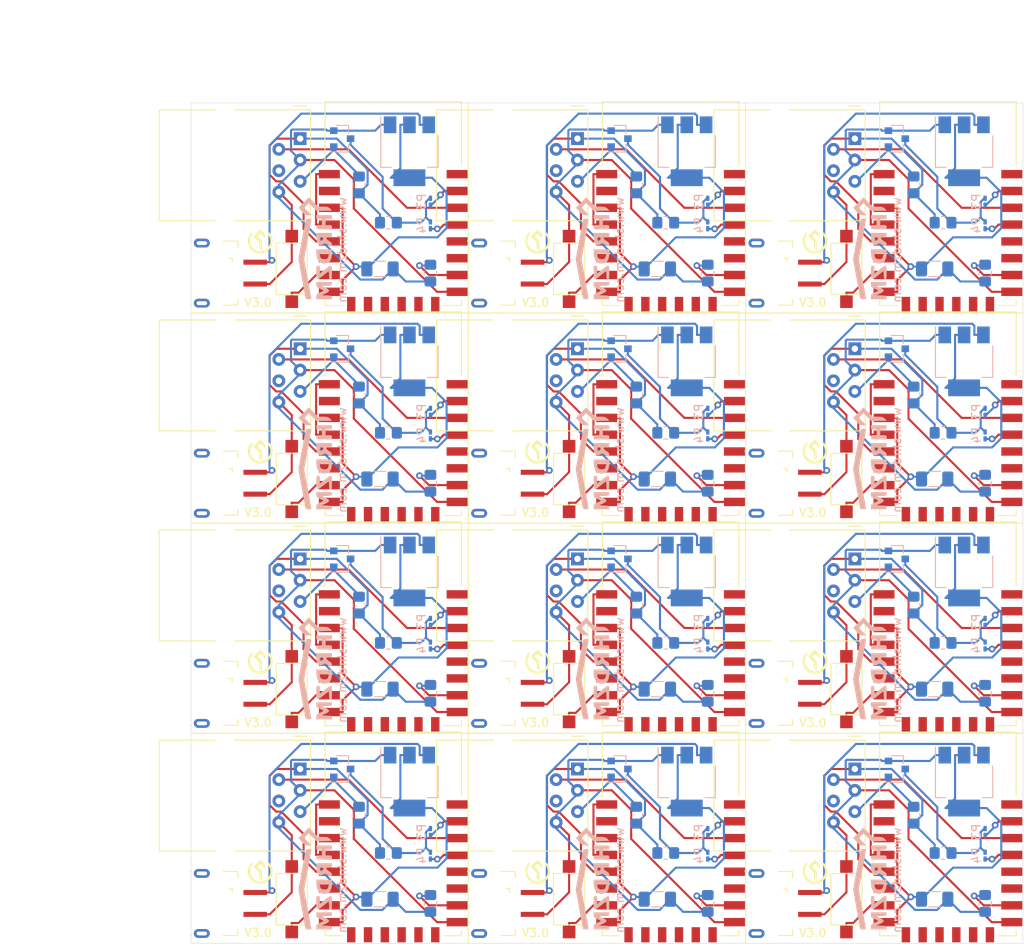
<source format=kicad_pcb>
(kicad_pcb (version 20171130) (host pcbnew "(5.1.9)-1")
  (layers (0 F.Cu signal) (31 B.Cu signal) (34 B.Paste user) (35 F.Paste user) (36 B.SilkS user) (37 F.SilkS user) (38 B.Mask user) (39 F.Mask user) (44 Edge.Cuts user))
  (net 0 "")
  (net 1 "Net-(C1-Pad1)")
  (net 2 "Net-(C1-Pad2)")
  (net 3 "Net-(J1-Pad1)")
  (net 4 "Net-(J2-Pad5)")
  (net 5 "Net-(J2-Pad4)")
  (net 6 "Net-(J2-Pad2)")
  (net 7 "Net-(R5-Pad1)")
  (net 8 "Net-(SW2-Pad1)")
  (net 9 "Net-(U2-Pad2)")
  (net 10 "Net-(U2-Pad6)")
  (net 11 "Net-(U2-Pad9)")
  (net 12 "Net-(U2-Pad10)")
  (net 13 "Net-(U2-Pad11)")
  (net 14 "Net-(U2-Pad12)")
  (net 15 "Net-(U2-Pad13)")
  (net 16 "Net-(U2-Pad14)")
  (net 17 "Net-(U2-Pad17)")
  (net 18 "Net-(U2-Pad18)")
  (net 19 "Net-(U2-Pad22)")
  (net 20 "Net-(U2-Pad1)")
  (net 21 "Net-(J2-Pad1)")
  (net 22 "Net-(P3-Pad2)")
  (net 23 "Net-(P3-Pad1)")
  (net 24 "Net-(P4-Pad2)")
  (module RF_Module:ESP-12E (layer F.Cu) (at 73.075 132.225)
    (fp_text reference U2 hide)
    (fp_text value ESP-12F hide)
    (pad 22 smd rect (at 7.6 -3.5) (size 2.5 1) (layers F.Cu F.Paste F.Mask) (net 19 "Net-(U2-Pad22)"))
    (pad 21 smd rect (at 7.6 -1.5) (size 2.5 1) (layers F.Cu F.Paste F.Mask) (net 22 "Net-(P3-Pad2)"))
    (pad 20 smd rect (at 7.6 0.5) (size 2.5 1) (layers F.Cu F.Paste F.Mask) (net 6 "Net-(J2-Pad2)"))
    (pad 19 smd rect (at 7.6 2.5) (size 2.5 1) (layers F.Cu F.Paste F.Mask) (net 24 "Net-(P4-Pad2)"))
    (pad 18 smd rect (at 7.6 4.5) (size 2.5 1) (layers F.Cu F.Paste F.Mask) (net 18 "Net-(U2-Pad18)"))
    (pad 17 smd rect (at 7.6 6.5) (size 2.5 1) (layers F.Cu F.Paste F.Mask) (net 17 "Net-(U2-Pad17)"))
    (pad 16 smd rect (at 7.6 8.5) (size 2.5 1) (layers F.Cu F.Paste F.Mask) (net 7 "Net-(R5-Pad1)"))
    (pad 15 smd rect (at 7.6 10.5) (size 2.5 1) (layers F.Cu F.Paste F.Mask) (net 2 "Net-(C1-Pad2)"))
    (pad 14 smd rect (at 5 12) (size 1 1.8) (layers F.Cu F.Paste F.Mask) (net 16 "Net-(U2-Pad14)"))
    (pad 13 smd rect (at 3 12) (size 1 1.8) (layers F.Cu F.Paste F.Mask) (net 15 "Net-(U2-Pad13)"))
    (pad 12 smd rect (at 1 12) (size 1 1.8) (layers F.Cu F.Paste F.Mask) (net 14 "Net-(U2-Pad12)"))
    (pad 11 smd rect (at -1 12) (size 1 1.8) (layers F.Cu F.Paste F.Mask) (net 13 "Net-(U2-Pad11)"))
    (pad 10 smd rect (at -3 12) (size 1 1.8) (layers F.Cu F.Paste F.Mask) (net 12 "Net-(U2-Pad10)"))
    (pad 9 smd rect (at -5 12) (size 1 1.8) (layers F.Cu F.Paste F.Mask) (net 11 "Net-(U2-Pad9)"))
    (pad 8 smd rect (at -7.6 10.5) (size 2.5 1) (layers F.Cu F.Paste F.Mask) (net 1 "Net-(C1-Pad1)"))
    (pad 7 smd rect (at -7.6 8.5) (size 2.5 1) (layers F.Cu F.Paste F.Mask) (net 8 "Net-(SW2-Pad1)"))
    (pad 6 smd rect (at -7.6 6.5) (size 2.5 1) (layers F.Cu F.Paste F.Mask) (net 10 "Net-(U2-Pad6)"))
    (pad 5 smd rect (at -7.6 4.5) (size 2.5 1) (layers F.Cu F.Paste F.Mask) (net 21 "Net-(J2-Pad1)"))
    (pad 4 smd rect (at -7.6 2.5) (size 2.5 1) (layers F.Cu F.Paste F.Mask) (net 20 "Net-(U2-Pad1)"))
    (pad 3 smd rect (at -7.6 0.5) (size 2.5 1) (layers F.Cu F.Paste F.Mask) (net 1 "Net-(C1-Pad1)"))
    (pad 2 smd rect (at -7.6 -1.5) (size 2.5 1) (layers F.Cu F.Paste F.Mask) (net 9 "Net-(U2-Pad2)"))
    (pad 1 smd rect (at -7.6 -3.5) (size 2.5 1) (layers F.Cu F.Paste F.Mask) (net 20 "Net-(U2-Pad1)"))
  )
  (module Package_TO_SOT_SMD:SOT-23 (layer B.Cu) (at 67 124.5)
    (fp_text reference Q1 hide)
    (fp_text value BC847 hide)
    (pad 1 smd rect (at -1 0.95) (size 0.9 0.8) (layers B.Cu B.Paste B.Mask) (net 4 "Net-(J2-Pad5)"))
    (pad 2 smd rect (at -1 -0.95) (size 0.9 0.8) (layers B.Cu B.Paste B.Mask) (net 2 "Net-(C1-Pad2)"))
    (pad 3 smd rect (at 1 0) (size 0.9 0.8) (layers B.Cu B.Paste B.Mask) (net 23 "Net-(P3-Pad1)"))
  )
  (module "SHRDZM:SHRDZM 12x4" (layer B.Cu) (at 129.75 137.5 270)
    (fp_text reference G2 hide)
    (fp_text value LOGO hide)
  )
  (module Capacitor_SMD:C_1206_3216Metric_Pad1.33x1.80mm_HandSolder (layer B.Cu) (at 137.5 140)
    (fp_text reference C1 hide)
    (fp_text value 22uF hide)
    (pad 1 smd roundrect (at -1.5625 0) (size 1.325 1.8) (layers B.Cu B.Paste B.Mask) (roundrect_rratio 0.1886784905660377) (net 1 "Net-(C1-Pad1)"))
    (pad 2 smd roundrect (at 1.5625 0) (size 1.325 1.8) (layers B.Cu B.Paste B.Mask) (roundrect_rratio 0.1886784905660377) (net 2 "Net-(C1-Pad2)"))
  )
  (module Resistor_SMD:R_0805_2012Metric_Pad1.20x1.40mm_HandSolder (layer B.Cu) (at 77.5 140.5 270)
    (fp_text reference R5 hide)
    (fp_text value 2.2k hide)
    (pad 1 smd roundrect (at -1 0 270) (size 1.2 1.4) (layers B.Cu B.Paste B.Mask) (roundrect_rratio 0.2083325) (net 7 "Net-(R5-Pad1)"))
    (pad 2 smd roundrect (at 1 0 270) (size 1.2 1.4) (layers B.Cu B.Paste B.Mask) (roundrect_rratio 0.2083325) (net 2 "Net-(C1-Pad2)"))
  )
  (module SHRDZM:USB_Micro-B_Power (layer F.Cu) (at 51.5 140.5 270)
    (fp_text reference J1 hide)
    (fp_text value USB_B_Micro_Power hide)
    (pad 1 smd rect (at -1.3 -5.15 270) (size 0.6 2.8) (layers F.Cu F.Paste F.Mask) (net 3 "Net-(J1-Pad1)"))
    (pad 5 smd rect (at 1.3 -5.15 270) (size 0.6 2.8) (layers F.Cu F.Paste F.Mask) (net 2 "Net-(C1-Pad2)"))
    (pad "" thru_hole oval (at -3.575 1.2 90) (size 1.05 1.9) (drill oval 0.45 1.25) (layers *.Cu *.Mask))
    (pad "" thru_hole oval (at 3.575 1.2 270) (size 1.05 1.9) (drill oval 0.45 1.25) (layers *.Cu *.Mask))
  )
  (module Package_TO_SOT_SMD:SOT-223-3_TabPin2 (layer B.Cu) (at 75 126 270)
    (fp_text reference U1 hide)
    (fp_text value AMS1117-3.3 hide)
    (pad 1 smd rect (at -3.15 2.3 270) (size 2 1.5) (layers B.Cu B.Paste B.Mask) (net 2 "Net-(C1-Pad2)"))
    (pad 3 smd rect (at -3.15 -2.3 270) (size 2 1.5) (layers B.Cu B.Paste B.Mask) (net 3 "Net-(J1-Pad1)"))
    (pad 2 smd rect (at -3.15 0 270) (size 2 1.5) (layers B.Cu B.Paste B.Mask) (net 1 "Net-(C1-Pad1)"))
    (pad 2 smd rect (at 3.15 0 270) (size 2 3.8) (layers B.Cu B.Paste B.Mask) (net 1 "Net-(C1-Pad1)"))
  )
  (module "SHRDZM:SHRDZM Symbol 3x3" (layer F.Cu) (at 57.25 136.75)
    (fp_text reference G1 hide)
    (fp_text value LOGO hide)
  )
  (module "SHRDZM:SHRDZM 12x4" (layer B.Cu) (at 63.75 137.5 270)
    (fp_text reference G2 hide)
    (fp_text value LOGO hide)
  )
  (module Resistor_SMD:R_0805_2012Metric_Pad1.20x1.40mm_HandSolder (layer B.Cu) (at 110.5 140.5 270)
    (fp_text reference R5 hide)
    (fp_text value 2.2k hide)
    (pad 2 smd roundrect (at 1 0 270) (size 1.2 1.4) (layers B.Cu B.Paste B.Mask) (roundrect_rratio 0.2083325) (net 2 "Net-(C1-Pad2)"))
    (pad 1 smd roundrect (at -1 0 270) (size 1.2 1.4) (layers B.Cu B.Paste B.Mask) (roundrect_rratio 0.2083325) (net 7 "Net-(R5-Pad1)"))
  )
  (module Resistor_SMD:R_0805_2012Metric_Pad1.20x1.40mm_HandSolder (layer B.Cu) (at 102 130 270)
    (fp_text reference R6 hide)
    (fp_text value 10k hide)
    (pad 2 smd roundrect (at 1 0 270) (size 1.2 1.4) (layers B.Cu B.Paste B.Mask) (roundrect_rratio 0.2083325) (net 21 "Net-(J2-Pad1)"))
    (pad 1 smd roundrect (at -1 0 270) (size 1.2 1.4) (layers B.Cu B.Paste B.Mask) (roundrect_rratio 0.2083325) (net 4 "Net-(J2-Pad5)"))
  )
  (module Button_Switch_SMD:SW_SPST_CK_RS282G05A3 (layer F.Cu) (at 94 140 90)
    (fp_text reference SW2 hide)
    (fp_text value SW_Push)
    (pad 2 smd rect (at 3.9 0 90) (size 1.5 1.5) (layers F.Cu F.Paste F.Mask) (net 2 "Net-(C1-Pad2)"))
    (pad 1 smd rect (at -3.9 0 90) (size 1.5 1.5) (layers F.Cu F.Paste F.Mask) (net 8 "Net-(SW2-Pad1)"))
  )
  (module Resistor_SMD:R_0805_2012Metric_Pad1.20x1.40mm_HandSolder (layer B.Cu) (at 105.5 134.5 180)
    (fp_text reference R4 hide)
    (fp_text value 10k hide)
    (pad 2 smd roundrect (at 1 0 180) (size 1.2 1.4) (layers B.Cu B.Paste B.Mask) (roundrect_rratio 0.2083325) (net 21 "Net-(J2-Pad1)"))
    (pad 1 smd roundrect (at -1 0 180) (size 1.2 1.4) (layers B.Cu B.Paste B.Mask) (roundrect_rratio 0.2083325) (net 23 "Net-(P3-Pad1)"))
  )
  (module Resistor_SMD:R_0805_2012Metric_Pad1.20x1.40mm_HandSolder (layer B.Cu) (at 138.5 134.5 180)
    (fp_text reference R4 hide)
    (fp_text value 10k hide)
    (pad 1 smd roundrect (at -1 0 180) (size 1.2 1.4) (layers B.Cu B.Paste B.Mask) (roundrect_rratio 0.2083325) (net 23 "Net-(P3-Pad1)"))
    (pad 2 smd roundrect (at 1 0 180) (size 1.2 1.4) (layers B.Cu B.Paste B.Mask) (roundrect_rratio 0.2083325) (net 21 "Net-(J2-Pad1)"))
  )
  (module Resistor_SMD:R_0201_0603Metric_Pad0.64x0.40mm_HandSolder (layer B.Cu) (at 110.5 132 270)
    (fp_text reference P3 (at 0 1.05 90) (layer B.SilkS) (effects (justify mirror)))
    (fp_text value 2.2k hide)
    (pad 2 smd roundrect (at 0.4075 0 270) (size 0.635 0.4) (layers B.Cu B.Mask) (net 22 "Net-(P3-Pad2)"))
    (pad 1 smd roundrect (at -0.4075 0 270) (size 0.635 0.4) (layers B.Cu B.Mask) (net 23 "Net-(P3-Pad1)"))
  )
  (module Resistor_SMD:R_0201_0603Metric_Pad0.64x0.40mm_HandSolder (layer B.Cu) (at 110.5 134.81 270)
    (fp_text reference P4 (at 0 1.05 90) (layer B.SilkS) (effects (justify mirror)))
    (fp_text value 2.2k hide)
    (pad 2 smd roundrect (at 0.4075 0 270) (size 0.635 0.4) (layers B.Cu B.Mask) (net 24 "Net-(P4-Pad2)"))
    (pad 1 smd roundrect (at -0.4075 0 270) (size 0.635 0.4) (layers B.Cu B.Mask) (net 23 "Net-(P3-Pad1)"))
  )
  (module Resistor_SMD:R_0201_0603Metric_Pad0.64x0.40mm_HandSolder (layer B.Cu) (at 77.5 132 270)
    (fp_text reference P3 (at 0 1.05 90) (layer B.SilkS) (effects (justify mirror)))
    (fp_text value 2.2k hide)
    (pad 1 smd roundrect (at -0.4075 0 270) (size 0.635 0.4) (layers B.Cu B.Mask) (net 23 "Net-(P3-Pad1)"))
    (pad 2 smd roundrect (at 0.4075 0 270) (size 0.635 0.4) (layers B.Cu B.Mask) (net 22 "Net-(P3-Pad2)"))
  )
  (module Resistor_SMD:R_0805_2012Metric_Pad1.20x1.40mm_HandSolder (layer B.Cu) (at 69 130 270)
    (fp_text reference R6 hide)
    (fp_text value 10k hide)
    (pad 1 smd roundrect (at -1 0 270) (size 1.2 1.4) (layers B.Cu B.Paste B.Mask) (roundrect_rratio 0.2083325) (net 4 "Net-(J2-Pad5)"))
    (pad 2 smd roundrect (at 1 0 270) (size 1.2 1.4) (layers B.Cu B.Paste B.Mask) (roundrect_rratio 0.2083325) (net 21 "Net-(J2-Pad1)"))
  )
  (module ErichCollection:RJ12_Amphenol_54601 (layer F.Cu) (at 128 124.5 270)
    (fp_text reference J2 hide)
    (fp_text value RJ12 hide)
    (pad "" np_thru_hole circle (at 8.25 8.89 270) (size 3.25 3.25) (drill 3.25) (layers *.Cu *.Mask))
    (pad 6 thru_hole circle (at 6.35 2.54 270) (size 1.52 1.52) (drill 0.76) (layers *.Cu *.Mask) (net 2 "Net-(C1-Pad2)"))
    (pad 5 thru_hole circle (at 5.08 0 270) (size 1.52 1.52) (drill 0.76) (layers *.Cu *.Mask) (net 4 "Net-(J2-Pad5)"))
    (pad 4 thru_hole circle (at 3.81 2.54 270) (size 1.52 1.52) (drill 0.76) (layers *.Cu *.Mask) (net 5 "Net-(J2-Pad4)"))
    (pad 3 thru_hole circle (at 2.54 0 270) (size 1.52 1.52) (drill 0.76) (layers *.Cu *.Mask) (net 2 "Net-(C1-Pad2)"))
    (pad 2 thru_hole circle (at 1.27 2.54 270) (size 1.52 1.52) (drill 0.76) (layers *.Cu *.Mask) (net 6 "Net-(J2-Pad2)"))
    (pad "" np_thru_hole circle (at -1.91 8.89 270) (size 3.25 3.25) (drill 3.25) (layers *.Cu *.Mask))
    (pad 1 thru_hole rect (at 0 0 270) (size 1.52 1.52) (drill 0.76) (layers *.Cu *.Mask) (net 21 "Net-(J2-Pad1)"))
  )
  (module Resistor_SMD:R_0201_0603Metric_Pad0.64x0.40mm_HandSolder (layer B.Cu) (at 77.5 134.81 270)
    (fp_text reference P4 (at 0 1.05 90) (layer B.SilkS) (effects (justify mirror)))
    (fp_text value 2.2k hide)
    (pad 1 smd roundrect (at -0.4075 0 270) (size 0.635 0.4) (layers B.Cu B.Mask) (net 23 "Net-(P3-Pad1)"))
    (pad 2 smd roundrect (at 0.4075 0 270) (size 0.635 0.4) (layers B.Cu B.Mask) (net 24 "Net-(P4-Pad2)"))
  )
  (module Button_Switch_SMD:SW_SPST_CK_RS282G05A3 (layer F.Cu) (at 127 140 90)
    (fp_text reference SW2 hide)
    (fp_text value SW_Push)
    (pad 1 smd rect (at -3.9 0 90) (size 1.5 1.5) (layers F.Cu F.Paste F.Mask) (net 8 "Net-(SW2-Pad1)"))
    (pad 2 smd rect (at 3.9 0 90) (size 1.5 1.5) (layers F.Cu F.Paste F.Mask) (net 2 "Net-(C1-Pad2)"))
  )
  (module Capacitor_SMD:C_1206_3216Metric_Pad1.33x1.80mm_HandSolder (layer B.Cu) (at 71.5 140)
    (fp_text reference C1 hide)
    (fp_text value 22uF hide)
    (pad 1 smd roundrect (at -1.5625 0) (size 1.325 1.8) (layers B.Cu B.Paste B.Mask) (roundrect_rratio 0.1886784905660377) (net 1 "Net-(C1-Pad1)"))
    (pad 2 smd roundrect (at 1.5625 0) (size 1.325 1.8) (layers B.Cu B.Paste B.Mask) (roundrect_rratio 0.1886784905660377) (net 2 "Net-(C1-Pad2)"))
  )
  (module ErichCollection:RJ12_Amphenol_54601 (layer F.Cu) (at 62 124.5 270)
    (fp_text reference J2 hide)
    (fp_text value RJ12 hide)
    (pad "" np_thru_hole circle (at 8.25 8.89 270) (size 3.25 3.25) (drill 3.25) (layers *.Cu *.Mask))
    (pad 6 thru_hole circle (at 6.35 2.54 270) (size 1.52 1.52) (drill 0.76) (layers *.Cu *.Mask) (net 2 "Net-(C1-Pad2)"))
    (pad 5 thru_hole circle (at 5.08 0 270) (size 1.52 1.52) (drill 0.76) (layers *.Cu *.Mask) (net 4 "Net-(J2-Pad5)"))
    (pad 4 thru_hole circle (at 3.81 2.54 270) (size 1.52 1.52) (drill 0.76) (layers *.Cu *.Mask) (net 5 "Net-(J2-Pad4)"))
    (pad 3 thru_hole circle (at 2.54 0 270) (size 1.52 1.52) (drill 0.76) (layers *.Cu *.Mask) (net 2 "Net-(C1-Pad2)"))
    (pad 2 thru_hole circle (at 1.27 2.54 270) (size 1.52 1.52) (drill 0.76) (layers *.Cu *.Mask) (net 6 "Net-(J2-Pad2)"))
    (pad "" np_thru_hole circle (at -1.91 8.89 270) (size 3.25 3.25) (drill 3.25) (layers *.Cu *.Mask))
    (pad 1 thru_hole rect (at 0 0 270) (size 1.52 1.52) (drill 0.76) (layers *.Cu *.Mask) (net 21 "Net-(J2-Pad1)"))
  )
  (module Resistor_SMD:R_0805_2012Metric_Pad1.20x1.40mm_HandSolder (layer B.Cu) (at 72.5 134.5 180)
    (fp_text reference R4 hide)
    (fp_text value 10k hide)
    (pad 1 smd roundrect (at -1 0 180) (size 1.2 1.4) (layers B.Cu B.Paste B.Mask) (roundrect_rratio 0.2083325) (net 23 "Net-(P3-Pad1)"))
    (pad 2 smd roundrect (at 1 0 180) (size 1.2 1.4) (layers B.Cu B.Paste B.Mask) (roundrect_rratio 0.2083325) (net 21 "Net-(J2-Pad1)"))
  )
  (module Resistor_SMD:R_0805_2012Metric_Pad1.20x1.40mm_HandSolder (layer B.Cu) (at 143.5 140.5 270)
    (fp_text reference R5 hide)
    (fp_text value 2.2k hide)
    (pad 1 smd roundrect (at -1 0 270) (size 1.2 1.4) (layers B.Cu B.Paste B.Mask) (roundrect_rratio 0.2083325) (net 7 "Net-(R5-Pad1)"))
    (pad 2 smd roundrect (at 1 0 270) (size 1.2 1.4) (layers B.Cu B.Paste B.Mask) (roundrect_rratio 0.2083325) (net 2 "Net-(C1-Pad2)"))
  )
  (module Package_TO_SOT_SMD:SOT-223-3_TabPin2 (layer B.Cu) (at 141 126 270)
    (fp_text reference U1 hide)
    (fp_text value AMS1117-3.3 hide)
    (pad 1 smd rect (at -3.15 2.3 270) (size 2 1.5) (layers B.Cu B.Paste B.Mask) (net 2 "Net-(C1-Pad2)"))
    (pad 3 smd rect (at -3.15 -2.3 270) (size 2 1.5) (layers B.Cu B.Paste B.Mask) (net 3 "Net-(J1-Pad1)"))
    (pad 2 smd rect (at -3.15 0 270) (size 2 1.5) (layers B.Cu B.Paste B.Mask) (net 1 "Net-(C1-Pad1)"))
    (pad 2 smd rect (at 3.15 0 270) (size 2 3.8) (layers B.Cu B.Paste B.Mask) (net 1 "Net-(C1-Pad1)"))
  )
  (module Button_Switch_SMD:SW_SPST_CK_RS282G05A3 (layer F.Cu) (at 61 140 90)
    (fp_text reference SW2 hide)
    (fp_text value SW_Push)
    (pad 1 smd rect (at -3.9 0 90) (size 1.5 1.5) (layers F.Cu F.Paste F.Mask) (net 8 "Net-(SW2-Pad1)"))
    (pad 2 smd rect (at 3.9 0 90) (size 1.5 1.5) (layers F.Cu F.Paste F.Mask) (net 2 "Net-(C1-Pad2)"))
  )
  (module Package_TO_SOT_SMD:SOT-223-3_TabPin2 (layer B.Cu) (at 108 126 270)
    (fp_text reference U1 hide)
    (fp_text value AMS1117-3.3 hide)
    (pad 2 smd rect (at 3.15 0 270) (size 2 3.8) (layers B.Cu B.Paste B.Mask) (net 1 "Net-(C1-Pad1)"))
    (pad 2 smd rect (at -3.15 0 270) (size 2 1.5) (layers B.Cu B.Paste B.Mask) (net 1 "Net-(C1-Pad1)"))
    (pad 3 smd rect (at -3.15 -2.3 270) (size 2 1.5) (layers B.Cu B.Paste B.Mask) (net 3 "Net-(J1-Pad1)"))
    (pad 1 smd rect (at -3.15 2.3 270) (size 2 1.5) (layers B.Cu B.Paste B.Mask) (net 2 "Net-(C1-Pad2)"))
  )
  (module RF_Module:ESP-12E (layer F.Cu) (at 106.075 132.225)
    (fp_text reference U2 hide)
    (fp_text value ESP-12F hide)
    (pad 1 smd rect (at -7.6 -3.5) (size 2.5 1) (layers F.Cu F.Paste F.Mask) (net 20 "Net-(U2-Pad1)"))
    (pad 2 smd rect (at -7.6 -1.5) (size 2.5 1) (layers F.Cu F.Paste F.Mask) (net 9 "Net-(U2-Pad2)"))
    (pad 3 smd rect (at -7.6 0.5) (size 2.5 1) (layers F.Cu F.Paste F.Mask) (net 1 "Net-(C1-Pad1)"))
    (pad 4 smd rect (at -7.6 2.5) (size 2.5 1) (layers F.Cu F.Paste F.Mask) (net 20 "Net-(U2-Pad1)"))
    (pad 5 smd rect (at -7.6 4.5) (size 2.5 1) (layers F.Cu F.Paste F.Mask) (net 21 "Net-(J2-Pad1)"))
    (pad 6 smd rect (at -7.6 6.5) (size 2.5 1) (layers F.Cu F.Paste F.Mask) (net 10 "Net-(U2-Pad6)"))
    (pad 7 smd rect (at -7.6 8.5) (size 2.5 1) (layers F.Cu F.Paste F.Mask) (net 8 "Net-(SW2-Pad1)"))
    (pad 8 smd rect (at -7.6 10.5) (size 2.5 1) (layers F.Cu F.Paste F.Mask) (net 1 "Net-(C1-Pad1)"))
    (pad 9 smd rect (at -5 12) (size 1 1.8) (layers F.Cu F.Paste F.Mask) (net 11 "Net-(U2-Pad9)"))
    (pad 10 smd rect (at -3 12) (size 1 1.8) (layers F.Cu F.Paste F.Mask) (net 12 "Net-(U2-Pad10)"))
    (pad 11 smd rect (at -1 12) (size 1 1.8) (layers F.Cu F.Paste F.Mask) (net 13 "Net-(U2-Pad11)"))
    (pad 12 smd rect (at 1 12) (size 1 1.8) (layers F.Cu F.Paste F.Mask) (net 14 "Net-(U2-Pad12)"))
    (pad 13 smd rect (at 3 12) (size 1 1.8) (layers F.Cu F.Paste F.Mask) (net 15 "Net-(U2-Pad13)"))
    (pad 14 smd rect (at 5 12) (size 1 1.8) (layers F.Cu F.Paste F.Mask) (net 16 "Net-(U2-Pad14)"))
    (pad 15 smd rect (at 7.6 10.5) (size 2.5 1) (layers F.Cu F.Paste F.Mask) (net 2 "Net-(C1-Pad2)"))
    (pad 16 smd rect (at 7.6 8.5) (size 2.5 1) (layers F.Cu F.Paste F.Mask) (net 7 "Net-(R5-Pad1)"))
    (pad 17 smd rect (at 7.6 6.5) (size 2.5 1) (layers F.Cu F.Paste F.Mask) (net 17 "Net-(U2-Pad17)"))
    (pad 18 smd rect (at 7.6 4.5) (size 2.5 1) (layers F.Cu F.Paste F.Mask) (net 18 "Net-(U2-Pad18)"))
    (pad 19 smd rect (at 7.6 2.5) (size 2.5 1) (layers F.Cu F.Paste F.Mask) (net 24 "Net-(P4-Pad2)"))
    (pad 20 smd rect (at 7.6 0.5) (size 2.5 1) (layers F.Cu F.Paste F.Mask) (net 6 "Net-(J2-Pad2)"))
    (pad 21 smd rect (at 7.6 -1.5) (size 2.5 1) (layers F.Cu F.Paste F.Mask) (net 22 "Net-(P3-Pad2)"))
    (pad 22 smd rect (at 7.6 -3.5) (size 2.5 1) (layers F.Cu F.Paste F.Mask) (net 19 "Net-(U2-Pad22)"))
  )
  (module Resistor_SMD:R_0201_0603Metric_Pad0.64x0.40mm_HandSolder (layer B.Cu) (at 143.5 132 270)
    (fp_text reference P3 (at 0 1.05 90) (layer B.SilkS) (effects (justify mirror)))
    (fp_text value 2.2k hide)
    (pad 1 smd roundrect (at -0.4075 0 270) (size 0.635 0.4) (layers B.Cu B.Mask) (net 23 "Net-(P3-Pad1)"))
    (pad 2 smd roundrect (at 0.4075 0 270) (size 0.635 0.4) (layers B.Cu B.Mask) (net 22 "Net-(P3-Pad2)"))
  )
  (module Capacitor_SMD:C_1206_3216Metric_Pad1.33x1.80mm_HandSolder (layer B.Cu) (at 104.5 140)
    (fp_text reference C1 hide)
    (fp_text value 22uF hide)
    (pad 2 smd roundrect (at 1.5625 0) (size 1.325 1.8) (layers B.Cu B.Paste B.Mask) (roundrect_rratio 0.1886784905660377) (net 2 "Net-(C1-Pad2)"))
    (pad 1 smd roundrect (at -1.5625 0) (size 1.325 1.8) (layers B.Cu B.Paste B.Mask) (roundrect_rratio 0.1886784905660377) (net 1 "Net-(C1-Pad1)"))
  )
  (module Package_TO_SOT_SMD:SOT-23 (layer B.Cu) (at 100 124.5)
    (fp_text reference Q1 hide)
    (fp_text value BC847 hide)
    (pad 3 smd rect (at 1 0) (size 0.9 0.8) (layers B.Cu B.Paste B.Mask) (net 23 "Net-(P3-Pad1)"))
    (pad 2 smd rect (at -1 -0.95) (size 0.9 0.8) (layers B.Cu B.Paste B.Mask) (net 2 "Net-(C1-Pad2)"))
    (pad 1 smd rect (at -1 0.95) (size 0.9 0.8) (layers B.Cu B.Paste B.Mask) (net 4 "Net-(J2-Pad5)"))
  )
  (module RF_Module:ESP-12E (layer F.Cu) (at 139.075 132.225)
    (fp_text reference U2 hide)
    (fp_text value ESP-12F hide)
    (pad 22 smd rect (at 7.6 -3.5) (size 2.5 1) (layers F.Cu F.Paste F.Mask) (net 19 "Net-(U2-Pad22)"))
    (pad 21 smd rect (at 7.6 -1.5) (size 2.5 1) (layers F.Cu F.Paste F.Mask) (net 22 "Net-(P3-Pad2)"))
    (pad 20 smd rect (at 7.6 0.5) (size 2.5 1) (layers F.Cu F.Paste F.Mask) (net 6 "Net-(J2-Pad2)"))
    (pad 19 smd rect (at 7.6 2.5) (size 2.5 1) (layers F.Cu F.Paste F.Mask) (net 24 "Net-(P4-Pad2)"))
    (pad 18 smd rect (at 7.6 4.5) (size 2.5 1) (layers F.Cu F.Paste F.Mask) (net 18 "Net-(U2-Pad18)"))
    (pad 17 smd rect (at 7.6 6.5) (size 2.5 1) (layers F.Cu F.Paste F.Mask) (net 17 "Net-(U2-Pad17)"))
    (pad 16 smd rect (at 7.6 8.5) (size 2.5 1) (layers F.Cu F.Paste F.Mask) (net 7 "Net-(R5-Pad1)"))
    (pad 15 smd rect (at 7.6 10.5) (size 2.5 1) (layers F.Cu F.Paste F.Mask) (net 2 "Net-(C1-Pad2)"))
    (pad 14 smd rect (at 5 12) (size 1 1.8) (layers F.Cu F.Paste F.Mask) (net 16 "Net-(U2-Pad14)"))
    (pad 13 smd rect (at 3 12) (size 1 1.8) (layers F.Cu F.Paste F.Mask) (net 15 "Net-(U2-Pad13)"))
    (pad 12 smd rect (at 1 12) (size 1 1.8) (layers F.Cu F.Paste F.Mask) (net 14 "Net-(U2-Pad12)"))
    (pad 11 smd rect (at -1 12) (size 1 1.8) (layers F.Cu F.Paste F.Mask) (net 13 "Net-(U2-Pad11)"))
    (pad 10 smd rect (at -3 12) (size 1 1.8) (layers F.Cu F.Paste F.Mask) (net 12 "Net-(U2-Pad10)"))
    (pad 9 smd rect (at -5 12) (size 1 1.8) (layers F.Cu F.Paste F.Mask) (net 11 "Net-(U2-Pad9)"))
    (pad 8 smd rect (at -7.6 10.5) (size 2.5 1) (layers F.Cu F.Paste F.Mask) (net 1 "Net-(C1-Pad1)"))
    (pad 7 smd rect (at -7.6 8.5) (size 2.5 1) (layers F.Cu F.Paste F.Mask) (net 8 "Net-(SW2-Pad1)"))
    (pad 6 smd rect (at -7.6 6.5) (size 2.5 1) (layers F.Cu F.Paste F.Mask) (net 10 "Net-(U2-Pad6)"))
    (pad 5 smd rect (at -7.6 4.5) (size 2.5 1) (layers F.Cu F.Paste F.Mask) (net 21 "Net-(J2-Pad1)"))
    (pad 4 smd rect (at -7.6 2.5) (size 2.5 1) (layers F.Cu F.Paste F.Mask) (net 20 "Net-(U2-Pad1)"))
    (pad 3 smd rect (at -7.6 0.5) (size 2.5 1) (layers F.Cu F.Paste F.Mask) (net 1 "Net-(C1-Pad1)"))
    (pad 2 smd rect (at -7.6 -1.5) (size 2.5 1) (layers F.Cu F.Paste F.Mask) (net 9 "Net-(U2-Pad2)"))
    (pad 1 smd rect (at -7.6 -3.5) (size 2.5 1) (layers F.Cu F.Paste F.Mask) (net 20 "Net-(U2-Pad1)"))
  )
  (module "SHRDZM:SHRDZM Symbol 3x3" (layer F.Cu) (at 123.25 136.75)
    (fp_text reference G1 hide)
    (fp_text value LOGO hide)
  )
  (module Package_TO_SOT_SMD:SOT-23 (layer B.Cu) (at 133 124.5)
    (fp_text reference Q1 hide)
    (fp_text value BC847 hide)
    (pad 1 smd rect (at -1 0.95) (size 0.9 0.8) (layers B.Cu B.Paste B.Mask) (net 4 "Net-(J2-Pad5)"))
    (pad 2 smd rect (at -1 -0.95) (size 0.9 0.8) (layers B.Cu B.Paste B.Mask) (net 2 "Net-(C1-Pad2)"))
    (pad 3 smd rect (at 1 0) (size 0.9 0.8) (layers B.Cu B.Paste B.Mask) (net 23 "Net-(P3-Pad1)"))
  )
  (module Resistor_SMD:R_0201_0603Metric_Pad0.64x0.40mm_HandSolder (layer B.Cu) (at 143.5 134.81 270)
    (fp_text reference P4 (at 0 1.05 90) (layer B.SilkS) (effects (justify mirror)))
    (fp_text value 2.2k hide)
    (pad 1 smd roundrect (at -0.4075 0 270) (size 0.635 0.4) (layers B.Cu B.Mask) (net 23 "Net-(P3-Pad1)"))
    (pad 2 smd roundrect (at 0.4075 0 270) (size 0.635 0.4) (layers B.Cu B.Mask) (net 24 "Net-(P4-Pad2)"))
  )
  (module ErichCollection:RJ12_Amphenol_54601 (layer F.Cu) (at 95 124.5 270)
    (fp_text reference J2 hide)
    (fp_text value RJ12 hide)
    (pad 1 thru_hole rect (at 0 0 270) (size 1.52 1.52) (drill 0.76) (layers *.Cu *.Mask) (net 21 "Net-(J2-Pad1)"))
    (pad "" np_thru_hole circle (at -1.91 8.89 270) (size 3.25 3.25) (drill 3.25) (layers *.Cu *.Mask))
    (pad 2 thru_hole circle (at 1.27 2.54 270) (size 1.52 1.52) (drill 0.76) (layers *.Cu *.Mask) (net 6 "Net-(J2-Pad2)"))
    (pad 3 thru_hole circle (at 2.54 0 270) (size 1.52 1.52) (drill 0.76) (layers *.Cu *.Mask) (net 2 "Net-(C1-Pad2)"))
    (pad 4 thru_hole circle (at 3.81 2.54 270) (size 1.52 1.52) (drill 0.76) (layers *.Cu *.Mask) (net 5 "Net-(J2-Pad4)"))
    (pad 5 thru_hole circle (at 5.08 0 270) (size 1.52 1.52) (drill 0.76) (layers *.Cu *.Mask) (net 4 "Net-(J2-Pad5)"))
    (pad 6 thru_hole circle (at 6.35 2.54 270) (size 1.52 1.52) (drill 0.76) (layers *.Cu *.Mask) (net 2 "Net-(C1-Pad2)"))
    (pad "" np_thru_hole circle (at 8.25 8.89 270) (size 3.25 3.25) (drill 3.25) (layers *.Cu *.Mask))
  )
  (module SHRDZM:USB_Micro-B_Power (layer F.Cu) (at 84.5 140.5 270)
    (fp_text reference J1 hide)
    (fp_text value USB_B_Micro_Power hide)
    (pad "" thru_hole oval (at 3.575 1.2 270) (size 1.05 1.9) (drill oval 0.45 1.25) (layers *.Cu *.Mask))
    (pad "" thru_hole oval (at -3.575 1.2 90) (size 1.05 1.9) (drill oval 0.45 1.25) (layers *.Cu *.Mask))
    (pad 5 smd rect (at 1.3 -5.15 270) (size 0.6 2.8) (layers F.Cu F.Paste F.Mask) (net 2 "Net-(C1-Pad2)"))
    (pad 1 smd rect (at -1.3 -5.15 270) (size 0.6 2.8) (layers F.Cu F.Paste F.Mask) (net 3 "Net-(J1-Pad1)"))
  )
  (module SHRDZM:USB_Micro-B_Power (layer F.Cu) (at 117.5 140.5 270)
    (fp_text reference J1 hide)
    (fp_text value USB_B_Micro_Power hide)
    (pad 1 smd rect (at -1.3 -5.15 270) (size 0.6 2.8) (layers F.Cu F.Paste F.Mask) (net 3 "Net-(J1-Pad1)"))
    (pad 5 smd rect (at 1.3 -5.15 270) (size 0.6 2.8) (layers F.Cu F.Paste F.Mask) (net 2 "Net-(C1-Pad2)"))
    (pad "" thru_hole oval (at -3.575 1.2 90) (size 1.05 1.9) (drill oval 0.45 1.25) (layers *.Cu *.Mask))
    (pad "" thru_hole oval (at 3.575 1.2 270) (size 1.05 1.9) (drill oval 0.45 1.25) (layers *.Cu *.Mask))
  )
  (module "SHRDZM:SHRDZM Symbol 3x3" (layer F.Cu) (at 90.25 136.75)
    (fp_text reference G1 hide)
    (fp_text value LOGO hide)
  )
  (module "SHRDZM:SHRDZM 12x4" (layer B.Cu) (at 96.75 137.5 270)
    (fp_text reference G2 hide)
    (fp_text value LOGO hide)
  )
  (module Resistor_SMD:R_0805_2012Metric_Pad1.20x1.40mm_HandSolder (layer B.Cu) (at 135 130 270)
    (fp_text reference R6 hide)
    (fp_text value 10k hide)
    (pad 1 smd roundrect (at -1 0 270) (size 1.2 1.4) (layers B.Cu B.Paste B.Mask) (roundrect_rratio 0.2083325) (net 4 "Net-(J2-Pad5)"))
    (pad 2 smd roundrect (at 1 0 270) (size 1.2 1.4) (layers B.Cu B.Paste B.Mask) (roundrect_rratio 0.2083325) (net 21 "Net-(J2-Pad1)"))
  )
  (module RF_Module:ESP-12E (layer F.Cu) (at 73.075 107.225)
    (fp_text reference U2 hide)
    (fp_text value ESP-12F hide)
    (pad 1 smd rect (at -7.6 -3.5) (size 2.5 1) (layers F.Cu F.Paste F.Mask) (net 20 "Net-(U2-Pad1)"))
    (pad 2 smd rect (at -7.6 -1.5) (size 2.5 1) (layers F.Cu F.Paste F.Mask) (net 9 "Net-(U2-Pad2)"))
    (pad 3 smd rect (at -7.6 0.5) (size 2.5 1) (layers F.Cu F.Paste F.Mask) (net 1 "Net-(C1-Pad1)"))
    (pad 4 smd rect (at -7.6 2.5) (size 2.5 1) (layers F.Cu F.Paste F.Mask) (net 20 "Net-(U2-Pad1)"))
    (pad 5 smd rect (at -7.6 4.5) (size 2.5 1) (layers F.Cu F.Paste F.Mask) (net 21 "Net-(J2-Pad1)"))
    (pad 6 smd rect (at -7.6 6.5) (size 2.5 1) (layers F.Cu F.Paste F.Mask) (net 10 "Net-(U2-Pad6)"))
    (pad 7 smd rect (at -7.6 8.5) (size 2.5 1) (layers F.Cu F.Paste F.Mask) (net 8 "Net-(SW2-Pad1)"))
    (pad 8 smd rect (at -7.6 10.5) (size 2.5 1) (layers F.Cu F.Paste F.Mask) (net 1 "Net-(C1-Pad1)"))
    (pad 9 smd rect (at -5 12) (size 1 1.8) (layers F.Cu F.Paste F.Mask) (net 11 "Net-(U2-Pad9)"))
    (pad 10 smd rect (at -3 12) (size 1 1.8) (layers F.Cu F.Paste F.Mask) (net 12 "Net-(U2-Pad10)"))
    (pad 11 smd rect (at -1 12) (size 1 1.8) (layers F.Cu F.Paste F.Mask) (net 13 "Net-(U2-Pad11)"))
    (pad 12 smd rect (at 1 12) (size 1 1.8) (layers F.Cu F.Paste F.Mask) (net 14 "Net-(U2-Pad12)"))
    (pad 13 smd rect (at 3 12) (size 1 1.8) (layers F.Cu F.Paste F.Mask) (net 15 "Net-(U2-Pad13)"))
    (pad 14 smd rect (at 5 12) (size 1 1.8) (layers F.Cu F.Paste F.Mask) (net 16 "Net-(U2-Pad14)"))
    (pad 15 smd rect (at 7.6 10.5) (size 2.5 1) (layers F.Cu F.Paste F.Mask) (net 2 "Net-(C1-Pad2)"))
    (pad 16 smd rect (at 7.6 8.5) (size 2.5 1) (layers F.Cu F.Paste F.Mask) (net 7 "Net-(R5-Pad1)"))
    (pad 17 smd rect (at 7.6 6.5) (size 2.5 1) (layers F.Cu F.Paste F.Mask) (net 17 "Net-(U2-Pad17)"))
    (pad 18 smd rect (at 7.6 4.5) (size 2.5 1) (layers F.Cu F.Paste F.Mask) (net 18 "Net-(U2-Pad18)"))
    (pad 19 smd rect (at 7.6 2.5) (size 2.5 1) (layers F.Cu F.Paste F.Mask) (net 24 "Net-(P4-Pad2)"))
    (pad 20 smd rect (at 7.6 0.5) (size 2.5 1) (layers F.Cu F.Paste F.Mask) (net 6 "Net-(J2-Pad2)"))
    (pad 21 smd rect (at 7.6 -1.5) (size 2.5 1) (layers F.Cu F.Paste F.Mask) (net 22 "Net-(P3-Pad2)"))
    (pad 22 smd rect (at 7.6 -3.5) (size 2.5 1) (layers F.Cu F.Paste F.Mask) (net 19 "Net-(U2-Pad22)"))
  )
  (module Resistor_SMD:R_0805_2012Metric_Pad1.20x1.40mm_HandSolder (layer B.Cu) (at 77.5 115.5 270)
    (fp_text reference R5 hide)
    (fp_text value 2.2k hide)
    (pad 2 smd roundrect (at 1 0 270) (size 1.2 1.4) (layers B.Cu B.Paste B.Mask) (roundrect_rratio 0.2083325) (net 2 "Net-(C1-Pad2)"))
    (pad 1 smd roundrect (at -1 0 270) (size 1.2 1.4) (layers B.Cu B.Paste B.Mask) (roundrect_rratio 0.2083325) (net 7 "Net-(R5-Pad1)"))
  )
  (module Package_TO_SOT_SMD:SOT-23 (layer B.Cu) (at 67 99.5)
    (fp_text reference Q1 hide)
    (fp_text value BC847 hide)
    (pad 3 smd rect (at 1 0) (size 0.9 0.8) (layers B.Cu B.Paste B.Mask) (net 23 "Net-(P3-Pad1)"))
    (pad 2 smd rect (at -1 -0.95) (size 0.9 0.8) (layers B.Cu B.Paste B.Mask) (net 2 "Net-(C1-Pad2)"))
    (pad 1 smd rect (at -1 0.95) (size 0.9 0.8) (layers B.Cu B.Paste B.Mask) (net 4 "Net-(J2-Pad5)"))
  )
  (module Package_TO_SOT_SMD:SOT-223-3_TabPin2 (layer B.Cu) (at 75 101 270)
    (fp_text reference U1 hide)
    (fp_text value AMS1117-3.3 hide)
    (pad 2 smd rect (at 3.15 0 270) (size 2 3.8) (layers B.Cu B.Paste B.Mask) (net 1 "Net-(C1-Pad1)"))
    (pad 2 smd rect (at -3.15 0 270) (size 2 1.5) (layers B.Cu B.Paste B.Mask) (net 1 "Net-(C1-Pad1)"))
    (pad 3 smd rect (at -3.15 -2.3 270) (size 2 1.5) (layers B.Cu B.Paste B.Mask) (net 3 "Net-(J1-Pad1)"))
    (pad 1 smd rect (at -3.15 2.3 270) (size 2 1.5) (layers B.Cu B.Paste B.Mask) (net 2 "Net-(C1-Pad2)"))
  )
  (module "SHRDZM:SHRDZM Symbol 3x3" (layer F.Cu) (at 57.25 111.75)
    (fp_text reference G1 hide)
    (fp_text value LOGO hide)
  )
  (module SHRDZM:USB_Micro-B_Power (layer F.Cu) (at 51.5 115.5 270)
    (fp_text reference J1 hide)
    (fp_text value USB_B_Micro_Power hide)
    (pad "" thru_hole oval (at 3.575 1.2 270) (size 1.05 1.9) (drill oval 0.45 1.25) (layers *.Cu *.Mask))
    (pad "" thru_hole oval (at -3.575 1.2 90) (size 1.05 1.9) (drill oval 0.45 1.25) (layers *.Cu *.Mask))
    (pad 5 smd rect (at 1.3 -5.15 270) (size 0.6 2.8) (layers F.Cu F.Paste F.Mask) (net 2 "Net-(C1-Pad2)"))
    (pad 1 smd rect (at -1.3 -5.15 270) (size 0.6 2.8) (layers F.Cu F.Paste F.Mask) (net 3 "Net-(J1-Pad1)"))
  )
  (module Capacitor_SMD:C_1206_3216Metric_Pad1.33x1.80mm_HandSolder (layer B.Cu) (at 137.5 115)
    (fp_text reference C1 hide)
    (fp_text value 22uF hide)
    (pad 2 smd roundrect (at 1.5625 0) (size 1.325 1.8) (layers B.Cu B.Paste B.Mask) (roundrect_rratio 0.1886784905660377) (net 2 "Net-(C1-Pad2)"))
    (pad 1 smd roundrect (at -1.5625 0) (size 1.325 1.8) (layers B.Cu B.Paste B.Mask) (roundrect_rratio 0.1886784905660377) (net 1 "Net-(C1-Pad1)"))
  )
  (module "SHRDZM:SHRDZM 12x4" (layer B.Cu) (at 129.75 112.5 270)
    (fp_text reference G2 hide)
    (fp_text value LOGO hide)
  )
  (module Resistor_SMD:R_0201_0603Metric_Pad0.64x0.40mm_HandSolder (layer B.Cu) (at 77.5 109.81 270)
    (fp_text reference P4 (at 0 1.05 90) (layer B.SilkS) (effects (justify mirror)))
    (fp_text value 2.2k hide)
    (pad 2 smd roundrect (at 0.4075 0 270) (size 0.635 0.4) (layers B.Cu B.Mask) (net 24 "Net-(P4-Pad2)"))
    (pad 1 smd roundrect (at -0.4075 0 270) (size 0.635 0.4) (layers B.Cu B.Mask) (net 23 "Net-(P3-Pad1)"))
  )
  (module Button_Switch_SMD:SW_SPST_CK_RS282G05A3 (layer F.Cu) (at 127 115 90)
    (fp_text reference SW2 hide)
    (fp_text value SW_Push)
    (pad 2 smd rect (at 3.9 0 90) (size 1.5 1.5) (layers F.Cu F.Paste F.Mask) (net 2 "Net-(C1-Pad2)"))
    (pad 1 smd rect (at -3.9 0 90) (size 1.5 1.5) (layers F.Cu F.Paste F.Mask) (net 8 "Net-(SW2-Pad1)"))
  )
  (module Capacitor_SMD:C_1206_3216Metric_Pad1.33x1.80mm_HandSolder (layer B.Cu) (at 71.5 115)
    (fp_text reference C1 hide)
    (fp_text value 22uF hide)
    (pad 2 smd roundrect (at 1.5625 0) (size 1.325 1.8) (layers B.Cu B.Paste B.Mask) (roundrect_rratio 0.1886784905660377) (net 2 "Net-(C1-Pad2)"))
    (pad 1 smd roundrect (at -1.5625 0) (size 1.325 1.8) (layers B.Cu B.Paste B.Mask) (roundrect_rratio 0.1886784905660377) (net 1 "Net-(C1-Pad1)"))
  )
  (module ErichCollection:RJ12_Amphenol_54601 (layer F.Cu) (at 62 99.5 270)
    (fp_text reference J2 hide)
    (fp_text value RJ12 hide)
    (pad 1 thru_hole rect (at 0 0 270) (size 1.52 1.52) (drill 0.76) (layers *.Cu *.Mask) (net 21 "Net-(J2-Pad1)"))
    (pad "" np_thru_hole circle (at -1.91 8.89 270) (size 3.25 3.25) (drill 3.25) (layers *.Cu *.Mask))
    (pad 2 thru_hole circle (at 1.27 2.54 270) (size 1.52 1.52) (drill 0.76) (layers *.Cu *.Mask) (net 6 "Net-(J2-Pad2)"))
    (pad 3 thru_hole circle (at 2.54 0 270) (size 1.52 1.52) (drill 0.76) (layers *.Cu *.Mask) (net 2 "Net-(C1-Pad2)"))
    (pad 4 thru_hole circle (at 3.81 2.54 270) (size 1.52 1.52) (drill 0.76) (layers *.Cu *.Mask) (net 5 "Net-(J2-Pad4)"))
    (pad 5 thru_hole circle (at 5.08 0 270) (size 1.52 1.52) (drill 0.76) (layers *.Cu *.Mask) (net 4 "Net-(J2-Pad5)"))
    (pad 6 thru_hole circle (at 6.35 2.54 270) (size 1.52 1.52) (drill 0.76) (layers *.Cu *.Mask) (net 2 "Net-(C1-Pad2)"))
    (pad "" np_thru_hole circle (at 8.25 8.89 270) (size 3.25 3.25) (drill 3.25) (layers *.Cu *.Mask))
  )
  (module Resistor_SMD:R_0805_2012Metric_Pad1.20x1.40mm_HandSolder (layer B.Cu) (at 72.5 109.5 180)
    (fp_text reference R4 hide)
    (fp_text value 10k hide)
    (pad 2 smd roundrect (at 1 0 180) (size 1.2 1.4) (layers B.Cu B.Paste B.Mask) (roundrect_rratio 0.2083325) (net 21 "Net-(J2-Pad1)"))
    (pad 1 smd roundrect (at -1 0 180) (size 1.2 1.4) (layers B.Cu B.Paste B.Mask) (roundrect_rratio 0.2083325) (net 23 "Net-(P3-Pad1)"))
  )
  (module Resistor_SMD:R_0805_2012Metric_Pad1.20x1.40mm_HandSolder (layer B.Cu) (at 143.5 115.5 270)
    (fp_text reference R5 hide)
    (fp_text value 2.2k hide)
    (pad 2 smd roundrect (at 1 0 270) (size 1.2 1.4) (layers B.Cu B.Paste B.Mask) (roundrect_rratio 0.2083325) (net 2 "Net-(C1-Pad2)"))
    (pad 1 smd roundrect (at -1 0 270) (size 1.2 1.4) (layers B.Cu B.Paste B.Mask) (roundrect_rratio 0.2083325) (net 7 "Net-(R5-Pad1)"))
  )
  (module ErichCollection:RJ12_Amphenol_54601 (layer F.Cu) (at 128 99.5 270)
    (fp_text reference J2 hide)
    (fp_text value RJ12 hide)
    (pad 1 thru_hole rect (at 0 0 270) (size 1.52 1.52) (drill 0.76) (layers *.Cu *.Mask) (net 21 "Net-(J2-Pad1)"))
    (pad "" np_thru_hole circle (at -1.91 8.89 270) (size 3.25 3.25) (drill 3.25) (layers *.Cu *.Mask))
    (pad 2 thru_hole circle (at 1.27 2.54 270) (size 1.52 1.52) (drill 0.76) (layers *.Cu *.Mask) (net 6 "Net-(J2-Pad2)"))
    (pad 3 thru_hole circle (at 2.54 0 270) (size 1.52 1.52) (drill 0.76) (layers *.Cu *.Mask) (net 2 "Net-(C1-Pad2)"))
    (pad 4 thru_hole circle (at 3.81 2.54 270) (size 1.52 1.52) (drill 0.76) (layers *.Cu *.Mask) (net 5 "Net-(J2-Pad4)"))
    (pad 5 thru_hole circle (at 5.08 0 270) (size 1.52 1.52) (drill 0.76) (layers *.Cu *.Mask) (net 4 "Net-(J2-Pad5)"))
    (pad 6 thru_hole circle (at 6.35 2.54 270) (size 1.52 1.52) (drill 0.76) (layers *.Cu *.Mask) (net 2 "Net-(C1-Pad2)"))
    (pad "" np_thru_hole circle (at 8.25 8.89 270) (size 3.25 3.25) (drill 3.25) (layers *.Cu *.Mask))
  )
  (module Package_TO_SOT_SMD:SOT-223-3_TabPin2 (layer B.Cu) (at 141 101 270)
    (fp_text reference U1 hide)
    (fp_text value AMS1117-3.3 hide)
    (pad 2 smd rect (at 3.15 0 270) (size 2 3.8) (layers B.Cu B.Paste B.Mask) (net 1 "Net-(C1-Pad1)"))
    (pad 2 smd rect (at -3.15 0 270) (size 2 1.5) (layers B.Cu B.Paste B.Mask) (net 1 "Net-(C1-Pad1)"))
    (pad 3 smd rect (at -3.15 -2.3 270) (size 2 1.5) (layers B.Cu B.Paste B.Mask) (net 3 "Net-(J1-Pad1)"))
    (pad 1 smd rect (at -3.15 2.3 270) (size 2 1.5) (layers B.Cu B.Paste B.Mask) (net 2 "Net-(C1-Pad2)"))
  )
  (module Resistor_SMD:R_0805_2012Metric_Pad1.20x1.40mm_HandSolder (layer B.Cu) (at 138.5 109.5 180)
    (fp_text reference R4 hide)
    (fp_text value 10k hide)
    (pad 2 smd roundrect (at 1 0 180) (size 1.2 1.4) (layers B.Cu B.Paste B.Mask) (roundrect_rratio 0.2083325) (net 21 "Net-(J2-Pad1)"))
    (pad 1 smd roundrect (at -1 0 180) (size 1.2 1.4) (layers B.Cu B.Paste B.Mask) (roundrect_rratio 0.2083325) (net 23 "Net-(P3-Pad1)"))
  )
  (module "SHRDZM:SHRDZM 12x4" (layer B.Cu) (at 63.75 112.5 270)
    (fp_text reference G2 hide)
    (fp_text value LOGO hide)
  )
  (module Resistor_SMD:R_0805_2012Metric_Pad1.20x1.40mm_HandSolder (layer B.Cu) (at 110.5 115.5 270)
    (fp_text reference R5 hide)
    (fp_text value 2.2k hide)
    (pad 1 smd roundrect (at -1 0 270) (size 1.2 1.4) (layers B.Cu B.Paste B.Mask) (roundrect_rratio 0.2083325) (net 7 "Net-(R5-Pad1)"))
    (pad 2 smd roundrect (at 1 0 270) (size 1.2 1.4) (layers B.Cu B.Paste B.Mask) (roundrect_rratio 0.2083325) (net 2 "Net-(C1-Pad2)"))
  )
  (module Button_Switch_SMD:SW_SPST_CK_RS282G05A3 (layer F.Cu) (at 94 115 90)
    (fp_text reference SW2 hide)
    (fp_text value SW_Push)
    (pad 1 smd rect (at -3.9 0 90) (size 1.5 1.5) (layers F.Cu F.Paste F.Mask) (net 8 "Net-(SW2-Pad1)"))
    (pad 2 smd rect (at 3.9 0 90) (size 1.5 1.5) (layers F.Cu F.Paste F.Mask) (net 2 "Net-(C1-Pad2)"))
  )
  (module Resistor_SMD:R_0201_0603Metric_Pad0.64x0.40mm_HandSolder (layer B.Cu) (at 110.5 107 270)
    (fp_text reference P3 (at 0 1.05 90) (layer B.SilkS) (effects (justify mirror)))
    (fp_text value 2.2k hide)
    (pad 1 smd roundrect (at -0.4075 0 270) (size 0.635 0.4) (layers B.Cu B.Mask) (net 23 "Net-(P3-Pad1)"))
    (pad 2 smd roundrect (at 0.4075 0 270) (size 0.635 0.4) (layers B.Cu B.Mask) (net 22 "Net-(P3-Pad2)"))
  )
  (module Resistor_SMD:R_0805_2012Metric_Pad1.20x1.40mm_HandSolder (layer B.Cu) (at 105.5 109.5 180)
    (fp_text reference R4 hide)
    (fp_text value 10k hide)
    (pad 1 smd roundrect (at -1 0 180) (size 1.2 1.4) (layers B.Cu B.Paste B.Mask) (roundrect_rratio 0.2083325) (net 23 "Net-(P3-Pad1)"))
    (pad 2 smd roundrect (at 1 0 180) (size 1.2 1.4) (layers B.Cu B.Paste B.Mask) (roundrect_rratio 0.2083325) (net 21 "Net-(J2-Pad1)"))
  )
  (module Resistor_SMD:R_0201_0603Metric_Pad0.64x0.40mm_HandSolder (layer B.Cu) (at 110.5 109.81 270)
    (fp_text reference P4 (at 0 1.05 90) (layer B.SilkS) (effects (justify mirror)))
    (fp_text value 2.2k hide)
    (pad 1 smd roundrect (at -0.4075 0 270) (size 0.635 0.4) (layers B.Cu B.Mask) (net 23 "Net-(P3-Pad1)"))
    (pad 2 smd roundrect (at 0.4075 0 270) (size 0.635 0.4) (layers B.Cu B.Mask) (net 24 "Net-(P4-Pad2)"))
  )
  (module Resistor_SMD:R_0805_2012Metric_Pad1.20x1.40mm_HandSolder (layer B.Cu) (at 102 105 270)
    (fp_text reference R6 hide)
    (fp_text value 10k hide)
    (pad 1 smd roundrect (at -1 0 270) (size 1.2 1.4) (layers B.Cu B.Paste B.Mask) (roundrect_rratio 0.2083325) (net 4 "Net-(J2-Pad5)"))
    (pad 2 smd roundrect (at 1 0 270) (size 1.2 1.4) (layers B.Cu B.Paste B.Mask) (roundrect_rratio 0.2083325) (net 21 "Net-(J2-Pad1)"))
  )
  (module Resistor_SMD:R_0201_0603Metric_Pad0.64x0.40mm_HandSolder (layer B.Cu) (at 77.5 107 270)
    (fp_text reference P3 (at 0 1.05 90) (layer B.SilkS) (effects (justify mirror)))
    (fp_text value 2.2k hide)
    (pad 2 smd roundrect (at 0.4075 0 270) (size 0.635 0.4) (layers B.Cu B.Mask) (net 22 "Net-(P3-Pad2)"))
    (pad 1 smd roundrect (at -0.4075 0 270) (size 0.635 0.4) (layers B.Cu B.Mask) (net 23 "Net-(P3-Pad1)"))
  )
  (module Resistor_SMD:R_0805_2012Metric_Pad1.20x1.40mm_HandSolder (layer B.Cu) (at 69 105 270)
    (fp_text reference R6 hide)
    (fp_text value 10k hide)
    (pad 2 smd roundrect (at 1 0 270) (size 1.2 1.4) (layers B.Cu B.Paste B.Mask) (roundrect_rratio 0.2083325) (net 21 "Net-(J2-Pad1)"))
    (pad 1 smd roundrect (at -1 0 270) (size 1.2 1.4) (layers B.Cu B.Paste B.Mask) (roundrect_rratio 0.2083325) (net 4 "Net-(J2-Pad5)"))
  )
  (module Button_Switch_SMD:SW_SPST_CK_RS282G05A3 (layer F.Cu) (at 61 115 90)
    (fp_text reference SW2 hide)
    (fp_text value SW_Push)
    (pad 2 smd rect (at 3.9 0 90) (size 1.5 1.5) (layers F.Cu F.Paste F.Mask) (net 2 "Net-(C1-Pad2)"))
    (pad 1 smd rect (at -3.9 0 90) (size 1.5 1.5) (layers F.Cu F.Paste F.Mask) (net 8 "Net-(SW2-Pad1)"))
  )
  (module Package_TO_SOT_SMD:SOT-223-3_TabPin2 (layer B.Cu) (at 108 101 270)
    (fp_text reference U1 hide)
    (fp_text value AMS1117-3.3 hide)
    (pad 1 smd rect (at -3.15 2.3 270) (size 2 1.5) (layers B.Cu B.Paste B.Mask) (net 2 "Net-(C1-Pad2)"))
    (pad 3 smd rect (at -3.15 -2.3 270) (size 2 1.5) (layers B.Cu B.Paste B.Mask) (net 3 "Net-(J1-Pad1)"))
    (pad 2 smd rect (at -3.15 0 270) (size 2 1.5) (layers B.Cu B.Paste B.Mask) (net 1 "Net-(C1-Pad1)"))
    (pad 2 smd rect (at 3.15 0 270) (size 2 3.8) (layers B.Cu B.Paste B.Mask) (net 1 "Net-(C1-Pad1)"))
  )
  (module RF_Module:ESP-12E (layer F.Cu) (at 106.075 107.225)
    (fp_text reference U2 hide)
    (fp_text value ESP-12F hide)
    (pad 22 smd rect (at 7.6 -3.5) (size 2.5 1) (layers F.Cu F.Paste F.Mask) (net 19 "Net-(U2-Pad22)"))
    (pad 21 smd rect (at 7.6 -1.5) (size 2.5 1) (layers F.Cu F.Paste F.Mask) (net 22 "Net-(P3-Pad2)"))
    (pad 20 smd rect (at 7.6 0.5) (size 2.5 1) (layers F.Cu F.Paste F.Mask) (net 6 "Net-(J2-Pad2)"))
    (pad 19 smd rect (at 7.6 2.5) (size 2.5 1) (layers F.Cu F.Paste F.Mask) (net 24 "Net-(P4-Pad2)"))
    (pad 18 smd rect (at 7.6 4.5) (size 2.5 1) (layers F.Cu F.Paste F.Mask) (net 18 "Net-(U2-Pad18)"))
    (pad 17 smd rect (at 7.6 6.5) (size 2.5 1) (layers F.Cu F.Paste F.Mask) (net 17 "Net-(U2-Pad17)"))
    (pad 16 smd rect (at 7.6 8.5) (size 2.5 1) (layers F.Cu F.Paste F.Mask) (net 7 "Net-(R5-Pad1)"))
    (pad 15 smd rect (at 7.6 10.5) (size 2.5 1) (layers F.Cu F.Paste F.Mask) (net 2 "Net-(C1-Pad2)"))
    (pad 14 smd rect (at 5 12) (size 1 1.8) (layers F.Cu F.Paste F.Mask) (net 16 "Net-(U2-Pad14)"))
    (pad 13 smd rect (at 3 12) (size 1 1.8) (layers F.Cu F.Paste F.Mask) (net 15 "Net-(U2-Pad13)"))
    (pad 12 smd rect (at 1 12) (size 1 1.8) (layers F.Cu F.Paste F.Mask) (net 14 "Net-(U2-Pad12)"))
    (pad 11 smd rect (at -1 12) (size 1 1.8) (layers F.Cu F.Paste F.Mask) (net 13 "Net-(U2-Pad11)"))
    (pad 10 smd rect (at -3 12) (size 1 1.8) (layers F.Cu F.Paste F.Mask) (net 12 "Net-(U2-Pad10)"))
    (pad 9 smd rect (at -5 12) (size 1 1.8) (layers F.Cu F.Paste F.Mask) (net 11 "Net-(U2-Pad9)"))
    (pad 8 smd rect (at -7.6 10.5) (size 2.5 1) (layers F.Cu F.Paste F.Mask) (net 1 "Net-(C1-Pad1)"))
    (pad 7 smd rect (at -7.6 8.5) (size 2.5 1) (layers F.Cu F.Paste F.Mask) (net 8 "Net-(SW2-Pad1)"))
    (pad 6 smd rect (at -7.6 6.5) (size 2.5 1) (layers F.Cu F.Paste F.Mask) (net 10 "Net-(U2-Pad6)"))
    (pad 5 smd rect (at -7.6 4.5) (size 2.5 1) (layers F.Cu F.Paste F.Mask) (net 21 "Net-(J2-Pad1)"))
    (pad 4 smd rect (at -7.6 2.5) (size 2.5 1) (layers F.Cu F.Paste F.Mask) (net 20 "Net-(U2-Pad1)"))
    (pad 3 smd rect (at -7.6 0.5) (size 2.5 1) (layers F.Cu F.Paste F.Mask) (net 1 "Net-(C1-Pad1)"))
    (pad 2 smd rect (at -7.6 -1.5) (size 2.5 1) (layers F.Cu F.Paste F.Mask) (net 9 "Net-(U2-Pad2)"))
    (pad 1 smd rect (at -7.6 -3.5) (size 2.5 1) (layers F.Cu F.Paste F.Mask) (net 20 "Net-(U2-Pad1)"))
  )
  (module Resistor_SMD:R_0201_0603Metric_Pad0.64x0.40mm_HandSolder (layer B.Cu) (at 143.5 107 270)
    (fp_text reference P3 (at 0 1.05 90) (layer B.SilkS) (effects (justify mirror)))
    (fp_text value 2.2k hide)
    (pad 2 smd roundrect (at 0.4075 0 270) (size 0.635 0.4) (layers B.Cu B.Mask) (net 22 "Net-(P3-Pad2)"))
    (pad 1 smd roundrect (at -0.4075 0 270) (size 0.635 0.4) (layers B.Cu B.Mask) (net 23 "Net-(P3-Pad1)"))
  )
  (module Package_TO_SOT_SMD:SOT-23 (layer B.Cu) (at 100 99.5)
    (fp_text reference Q1 hide)
    (fp_text value BC847 hide)
    (pad 1 smd rect (at -1 0.95) (size 0.9 0.8) (layers B.Cu B.Paste B.Mask) (net 4 "Net-(J2-Pad5)"))
    (pad 2 smd rect (at -1 -0.95) (size 0.9 0.8) (layers B.Cu B.Paste B.Mask) (net 2 "Net-(C1-Pad2)"))
    (pad 3 smd rect (at 1 0) (size 0.9 0.8) (layers B.Cu B.Paste B.Mask) (net 23 "Net-(P3-Pad1)"))
  )
  (module RF_Module:ESP-12E (layer F.Cu) (at 139.075 107.225)
    (fp_text reference U2 hide)
    (fp_text value ESP-12F hide)
    (pad 1 smd rect (at -7.6 -3.5) (size 2.5 1) (layers F.Cu F.Paste F.Mask) (net 20 "Net-(U2-Pad1)"))
    (pad 2 smd rect (at -7.6 -1.5) (size 2.5 1) (layers F.Cu F.Paste F.Mask) (net 9 "Net-(U2-Pad2)"))
    (pad 3 smd rect (at -7.6 0.5) (size 2.5 1) (layers F.Cu F.Paste F.Mask) (net 1 "Net-(C1-Pad1)"))
    (pad 4 smd rect (at -7.6 2.5) (size 2.5 1) (layers F.Cu F.Paste F.Mask) (net 20 "Net-(U2-Pad1)"))
    (pad 5 smd rect (at -7.6 4.5) (size 2.5 1) (layers F.Cu F.Paste F.Mask) (net 21 "Net-(J2-Pad1)"))
    (pad 6 smd rect (at -7.6 6.5) (size 2.5 1) (layers F.Cu F.Paste F.Mask) (net 10 "Net-(U2-Pad6)"))
    (pad 7 smd rect (at -7.6 8.5) (size 2.5 1) (layers F.Cu F.Paste F.Mask) (net 8 "Net-(SW2-Pad1)"))
    (pad 8 smd rect (at -7.6 10.5) (size 2.5 1) (layers F.Cu F.Paste F.Mask) (net 1 "Net-(C1-Pad1)"))
    (pad 9 smd rect (at -5 12) (size 1 1.8) (layers F.Cu F.Paste F.Mask) (net 11 "Net-(U2-Pad9)"))
    (pad 10 smd rect (at -3 12) (size 1 1.8) (layers F.Cu F.Paste F.Mask) (net 12 "Net-(U2-Pad10)"))
    (pad 11 smd rect (at -1 12) (size 1 1.8) (layers F.Cu F.Paste F.Mask) (net 13 "Net-(U2-Pad11)"))
    (pad 12 smd rect (at 1 12) (size 1 1.8) (layers F.Cu F.Paste F.Mask) (net 14 "Net-(U2-Pad12)"))
    (pad 13 smd rect (at 3 12) (size 1 1.8) (layers F.Cu F.Paste F.Mask) (net 15 "Net-(U2-Pad13)"))
    (pad 14 smd rect (at 5 12) (size 1 1.8) (layers F.Cu F.Paste F.Mask) (net 16 "Net-(U2-Pad14)"))
    (pad 15 smd rect (at 7.6 10.5) (size 2.5 1) (layers F.Cu F.Paste F.Mask) (net 2 "Net-(C1-Pad2)"))
    (pad 16 smd rect (at 7.6 8.5) (size 2.5 1) (layers F.Cu F.Paste F.Mask) (net 7 "Net-(R5-Pad1)"))
    (pad 17 smd rect (at 7.6 6.5) (size 2.5 1) (layers F.Cu F.Paste F.Mask) (net 17 "Net-(U2-Pad17)"))
    (pad 18 smd rect (at 7.6 4.5) (size 2.5 1) (layers F.Cu F.Paste F.Mask) (net 18 "Net-(U2-Pad18)"))
    (pad 19 smd rect (at 7.6 2.5) (size 2.5 1) (layers F.Cu F.Paste F.Mask) (net 24 "Net-(P4-Pad2)"))
    (pad 20 smd rect (at 7.6 0.5) (size 2.5 1) (layers F.Cu F.Paste F.Mask) (net 6 "Net-(J2-Pad2)"))
    (pad 21 smd rect (at 7.6 -1.5) (size 2.5 1) (layers F.Cu F.Paste F.Mask) (net 22 "Net-(P3-Pad2)"))
    (pad 22 smd rect (at 7.6 -3.5) (size 2.5 1) (layers F.Cu F.Paste F.Mask) (net 19 "Net-(U2-Pad22)"))
  )
  (module "SHRDZM:SHRDZM Symbol 3x3" (layer F.Cu) (at 123.25 111.75)
    (fp_text reference G1 hide)
    (fp_text value LOGO hide)
  )
  (module "SHRDZM:SHRDZM 12x4" (layer B.Cu) (at 96.75 112.5 270)
    (fp_text reference G2 hide)
    (fp_text value LOGO hide)
  )
  (module Package_TO_SOT_SMD:SOT-23 (layer B.Cu) (at 133 99.5)
    (fp_text reference Q1 hide)
    (fp_text value BC847 hide)
    (pad 3 smd rect (at 1 0) (size 0.9 0.8) (layers B.Cu B.Paste B.Mask) (net 23 "Net-(P3-Pad1)"))
    (pad 2 smd rect (at -1 -0.95) (size 0.9 0.8) (layers B.Cu B.Paste B.Mask) (net 2 "Net-(C1-Pad2)"))
    (pad 1 smd rect (at -1 0.95) (size 0.9 0.8) (layers B.Cu B.Paste B.Mask) (net 4 "Net-(J2-Pad5)"))
  )
  (module Capacitor_SMD:C_1206_3216Metric_Pad1.33x1.80mm_HandSolder (layer B.Cu) (at 104.5 115)
    (fp_text reference C1 hide)
    (fp_text value 22uF hide)
    (pad 1 smd roundrect (at -1.5625 0) (size 1.325 1.8) (layers B.Cu B.Paste B.Mask) (roundrect_rratio 0.1886784905660377) (net 1 "Net-(C1-Pad1)"))
    (pad 2 smd roundrect (at 1.5625 0) (size 1.325 1.8) (layers B.Cu B.Paste B.Mask) (roundrect_rratio 0.1886784905660377) (net 2 "Net-(C1-Pad2)"))
  )
  (module ErichCollection:RJ12_Amphenol_54601 (layer F.Cu) (at 95 99.5 270)
    (fp_text reference J2 hide)
    (fp_text value RJ12 hide)
    (pad "" np_thru_hole circle (at 8.25 8.89 270) (size 3.25 3.25) (drill 3.25) (layers *.Cu *.Mask))
    (pad 6 thru_hole circle (at 6.35 2.54 270) (size 1.52 1.52) (drill 0.76) (layers *.Cu *.Mask) (net 2 "Net-(C1-Pad2)"))
    (pad 5 thru_hole circle (at 5.08 0 270) (size 1.52 1.52) (drill 0.76) (layers *.Cu *.Mask) (net 4 "Net-(J2-Pad5)"))
    (pad 4 thru_hole circle (at 3.81 2.54 270) (size 1.52 1.52) (drill 0.76) (layers *.Cu *.Mask) (net 5 "Net-(J2-Pad4)"))
    (pad 3 thru_hole circle (at 2.54 0 270) (size 1.52 1.52) (drill 0.76) (layers *.Cu *.Mask) (net 2 "Net-(C1-Pad2)"))
    (pad 2 thru_hole circle (at 1.27 2.54 270) (size 1.52 1.52) (drill 0.76) (layers *.Cu *.Mask) (net 6 "Net-(J2-Pad2)"))
    (pad "" np_thru_hole circle (at -1.91 8.89 270) (size 3.25 3.25) (drill 3.25) (layers *.Cu *.Mask))
    (pad 1 thru_hole rect (at 0 0 270) (size 1.52 1.52) (drill 0.76) (layers *.Cu *.Mask) (net 21 "Net-(J2-Pad1)"))
  )
  (module "SHRDZM:SHRDZM Symbol 3x3" (layer F.Cu) (at 90.25 111.75)
    (fp_text reference G1 hide)
    (fp_text value LOGO hide)
  )
  (module Resistor_SMD:R_0201_0603Metric_Pad0.64x0.40mm_HandSolder (layer B.Cu) (at 143.5 109.81 270)
    (fp_text reference P4 (at 0 1.05 90) (layer B.SilkS) (effects (justify mirror)))
    (fp_text value 2.2k hide)
    (pad 2 smd roundrect (at 0.4075 0 270) (size 0.635 0.4) (layers B.Cu B.Mask) (net 24 "Net-(P4-Pad2)"))
    (pad 1 smd roundrect (at -0.4075 0 270) (size 0.635 0.4) (layers B.Cu B.Mask) (net 23 "Net-(P3-Pad1)"))
  )
  (module Resistor_SMD:R_0805_2012Metric_Pad1.20x1.40mm_HandSolder (layer B.Cu) (at 135 105 270)
    (fp_text reference R6 hide)
    (fp_text value 10k hide)
    (pad 2 smd roundrect (at 1 0 270) (size 1.2 1.4) (layers B.Cu B.Paste B.Mask) (roundrect_rratio 0.2083325) (net 21 "Net-(J2-Pad1)"))
    (pad 1 smd roundrect (at -1 0 270) (size 1.2 1.4) (layers B.Cu B.Paste B.Mask) (roundrect_rratio 0.2083325) (net 4 "Net-(J2-Pad5)"))
  )
  (module SHRDZM:USB_Micro-B_Power (layer F.Cu) (at 117.5 115.5 270)
    (fp_text reference J1 hide)
    (fp_text value USB_B_Micro_Power hide)
    (pad "" thru_hole oval (at 3.575 1.2 270) (size 1.05 1.9) (drill oval 0.45 1.25) (layers *.Cu *.Mask))
    (pad "" thru_hole oval (at -3.575 1.2 90) (size 1.05 1.9) (drill oval 0.45 1.25) (layers *.Cu *.Mask))
    (pad 5 smd rect (at 1.3 -5.15 270) (size 0.6 2.8) (layers F.Cu F.Paste F.Mask) (net 2 "Net-(C1-Pad2)"))
    (pad 1 smd rect (at -1.3 -5.15 270) (size 0.6 2.8) (layers F.Cu F.Paste F.Mask) (net 3 "Net-(J1-Pad1)"))
  )
  (module SHRDZM:USB_Micro-B_Power (layer F.Cu) (at 84.5 115.5 270)
    (fp_text reference J1 hide)
    (fp_text value USB_B_Micro_Power hide)
    (pad 1 smd rect (at -1.3 -5.15 270) (size 0.6 2.8) (layers F.Cu F.Paste F.Mask) (net 3 "Net-(J1-Pad1)"))
    (pad 5 smd rect (at 1.3 -5.15 270) (size 0.6 2.8) (layers F.Cu F.Paste F.Mask) (net 2 "Net-(C1-Pad2)"))
    (pad "" thru_hole oval (at -3.575 1.2 90) (size 1.05 1.9) (drill oval 0.45 1.25) (layers *.Cu *.Mask))
    (pad "" thru_hole oval (at 3.575 1.2 270) (size 1.05 1.9) (drill oval 0.45 1.25) (layers *.Cu *.Mask))
  )
  (module "SHRDZM:SHRDZM Symbol 3x3" (layer F.Cu) (at 90.25 86.75)
    (fp_text reference G1 hide)
    (fp_text value LOGO hide)
  )
  (module RF_Module:ESP-12E (layer F.Cu) (at 106.075 82.225)
    (fp_text reference U2 hide)
    (fp_text value ESP-12F hide)
    (pad 1 smd rect (at -7.6 -3.5) (size 2.5 1) (layers F.Cu F.Paste F.Mask) (net 20 "Net-(U2-Pad1)"))
    (pad 2 smd rect (at -7.6 -1.5) (size 2.5 1) (layers F.Cu F.Paste F.Mask) (net 9 "Net-(U2-Pad2)"))
    (pad 3 smd rect (at -7.6 0.5) (size 2.5 1) (layers F.Cu F.Paste F.Mask) (net 1 "Net-(C1-Pad1)"))
    (pad 4 smd rect (at -7.6 2.5) (size 2.5 1) (layers F.Cu F.Paste F.Mask) (net 20 "Net-(U2-Pad1)"))
    (pad 5 smd rect (at -7.6 4.5) (size 2.5 1) (layers F.Cu F.Paste F.Mask) (net 21 "Net-(J2-Pad1)"))
    (pad 6 smd rect (at -7.6 6.5) (size 2.5 1) (layers F.Cu F.Paste F.Mask) (net 10 "Net-(U2-Pad6)"))
    (pad 7 smd rect (at -7.6 8.5) (size 2.5 1) (layers F.Cu F.Paste F.Mask) (net 8 "Net-(SW2-Pad1)"))
    (pad 8 smd rect (at -7.6 10.5) (size 2.5 1) (layers F.Cu F.Paste F.Mask) (net 1 "Net-(C1-Pad1)"))
    (pad 9 smd rect (at -5 12) (size 1 1.8) (layers F.Cu F.Paste F.Mask) (net 11 "Net-(U2-Pad9)"))
    (pad 10 smd rect (at -3 12) (size 1 1.8) (layers F.Cu F.Paste F.Mask) (net 12 "Net-(U2-Pad10)"))
    (pad 11 smd rect (at -1 12) (size 1 1.8) (layers F.Cu F.Paste F.Mask) (net 13 "Net-(U2-Pad11)"))
    (pad 12 smd rect (at 1 12) (size 1 1.8) (layers F.Cu F.Paste F.Mask) (net 14 "Net-(U2-Pad12)"))
    (pad 13 smd rect (at 3 12) (size 1 1.8) (layers F.Cu F.Paste F.Mask) (net 15 "Net-(U2-Pad13)"))
    (pad 14 smd rect (at 5 12) (size 1 1.8) (layers F.Cu F.Paste F.Mask) (net 16 "Net-(U2-Pad14)"))
    (pad 15 smd rect (at 7.6 10.5) (size 2.5 1) (layers F.Cu F.Paste F.Mask) (net 2 "Net-(C1-Pad2)"))
    (pad 16 smd rect (at 7.6 8.5) (size 2.5 1) (layers F.Cu F.Paste F.Mask) (net 7 "Net-(R5-Pad1)"))
    (pad 17 smd rect (at 7.6 6.5) (size 2.5 1) (layers F.Cu F.Paste F.Mask) (net 17 "Net-(U2-Pad17)"))
    (pad 18 smd rect (at 7.6 4.5) (size 2.5 1) (layers F.Cu F.Paste F.Mask) (net 18 "Net-(U2-Pad18)"))
    (pad 19 smd rect (at 7.6 2.5) (size 2.5 1) (layers F.Cu F.Paste F.Mask) (net 24 "Net-(P4-Pad2)"))
    (pad 20 smd rect (at 7.6 0.5) (size 2.5 1) (layers F.Cu F.Paste F.Mask) (net 6 "Net-(J2-Pad2)"))
    (pad 21 smd rect (at 7.6 -1.5) (size 2.5 1) (layers F.Cu F.Paste F.Mask) (net 22 "Net-(P3-Pad2)"))
    (pad 22 smd rect (at 7.6 -3.5) (size 2.5 1) (layers F.Cu F.Paste F.Mask) (net 19 "Net-(U2-Pad22)"))
  )
  (module "SHRDZM:SHRDZM 12x4" (layer B.Cu) (at 96.75 87.5 270)
    (fp_text reference G2 hide)
    (fp_text value LOGO hide)
  )
  (module ErichCollection:RJ12_Amphenol_54601 (layer F.Cu) (at 95 74.5 270)
    (fp_text reference J2 hide)
    (fp_text value RJ12 hide)
    (pad 1 thru_hole rect (at 0 0 270) (size 1.52 1.52) (drill 0.76) (layers *.Cu *.Mask) (net 21 "Net-(J2-Pad1)"))
    (pad "" np_thru_hole circle (at -1.91 8.89 270) (size 3.25 3.25) (drill 3.25) (layers *.Cu *.Mask))
    (pad 2 thru_hole circle (at 1.27 2.54 270) (size 1.52 1.52) (drill 0.76) (layers *.Cu *.Mask) (net 6 "Net-(J2-Pad2)"))
    (pad 3 thru_hole circle (at 2.54 0 270) (size 1.52 1.52) (drill 0.76) (layers *.Cu *.Mask) (net 2 "Net-(C1-Pad2)"))
    (pad 4 thru_hole circle (at 3.81 2.54 270) (size 1.52 1.52) (drill 0.76) (layers *.Cu *.Mask) (net 5 "Net-(J2-Pad4)"))
    (pad 5 thru_hole circle (at 5.08 0 270) (size 1.52 1.52) (drill 0.76) (layers *.Cu *.Mask) (net 4 "Net-(J2-Pad5)"))
    (pad 6 thru_hole circle (at 6.35 2.54 270) (size 1.52 1.52) (drill 0.76) (layers *.Cu *.Mask) (net 2 "Net-(C1-Pad2)"))
    (pad "" np_thru_hole circle (at 8.25 8.89 270) (size 3.25 3.25) (drill 3.25) (layers *.Cu *.Mask))
  )
  (module Capacitor_SMD:C_1206_3216Metric_Pad1.33x1.80mm_HandSolder (layer B.Cu) (at 104.5 90)
    (fp_text reference C1 hide)
    (fp_text value 22uF hide)
    (pad 2 smd roundrect (at 1.5625 0) (size 1.325 1.8) (layers B.Cu B.Paste B.Mask) (roundrect_rratio 0.1886784905660377) (net 2 "Net-(C1-Pad2)"))
    (pad 1 smd roundrect (at -1.5625 0) (size 1.325 1.8) (layers B.Cu B.Paste B.Mask) (roundrect_rratio 0.1886784905660377) (net 1 "Net-(C1-Pad1)"))
  )
  (module Package_TO_SOT_SMD:SOT-23 (layer B.Cu) (at 100 74.5)
    (fp_text reference Q1 hide)
    (fp_text value BC847 hide)
    (pad 3 smd rect (at 1 0) (size 0.9 0.8) (layers B.Cu B.Paste B.Mask) (net 23 "Net-(P3-Pad1)"))
    (pad 2 smd rect (at -1 -0.95) (size 0.9 0.8) (layers B.Cu B.Paste B.Mask) (net 2 "Net-(C1-Pad2)"))
    (pad 1 smd rect (at -1 0.95) (size 0.9 0.8) (layers B.Cu B.Paste B.Mask) (net 4 "Net-(J2-Pad5)"))
  )
  (module SHRDZM:USB_Micro-B_Power (layer F.Cu) (at 84.5 90.5 270)
    (fp_text reference J1 hide)
    (fp_text value USB_B_Micro_Power hide)
    (pad "" thru_hole oval (at 3.575 1.2 270) (size 1.05 1.9) (drill oval 0.45 1.25) (layers *.Cu *.Mask))
    (pad "" thru_hole oval (at -3.575 1.2 90) (size 1.05 1.9) (drill oval 0.45 1.25) (layers *.Cu *.Mask))
    (pad 5 smd rect (at 1.3 -5.15 270) (size 0.6 2.8) (layers F.Cu F.Paste F.Mask) (net 2 "Net-(C1-Pad2)"))
    (pad 1 smd rect (at -1.3 -5.15 270) (size 0.6 2.8) (layers F.Cu F.Paste F.Mask) (net 3 "Net-(J1-Pad1)"))
  )
  (module Resistor_SMD:R_0201_0603Metric_Pad0.64x0.40mm_HandSolder (layer B.Cu) (at 143.5 84.81 270)
    (fp_text reference P4 (at 0 1.05 90) (layer B.SilkS) (effects (justify mirror)))
    (fp_text value 2.2k hide)
    (pad 1 smd roundrect (at -0.4075 0 270) (size 0.635 0.4) (layers B.Cu B.Mask) (net 23 "Net-(P3-Pad1)"))
    (pad 2 smd roundrect (at 0.4075 0 270) (size 0.635 0.4) (layers B.Cu B.Mask) (net 24 "Net-(P4-Pad2)"))
  )
  (module Resistor_SMD:R_0805_2012Metric_Pad1.20x1.40mm_HandSolder (layer B.Cu) (at 135 80 270)
    (fp_text reference R6 hide)
    (fp_text value 10k hide)
    (pad 1 smd roundrect (at -1 0 270) (size 1.2 1.4) (layers B.Cu B.Paste B.Mask) (roundrect_rratio 0.2083325) (net 4 "Net-(J2-Pad5)"))
    (pad 2 smd roundrect (at 1 0 270) (size 1.2 1.4) (layers B.Cu B.Paste B.Mask) (roundrect_rratio 0.2083325) (net 21 "Net-(J2-Pad1)"))
  )
  (module Resistor_SMD:R_0201_0603Metric_Pad0.64x0.40mm_HandSolder (layer B.Cu) (at 143.5 82 270)
    (fp_text reference P3 (at 0 1.05 90) (layer B.SilkS) (effects (justify mirror)))
    (fp_text value 2.2k hide)
    (pad 1 smd roundrect (at -0.4075 0 270) (size 0.635 0.4) (layers B.Cu B.Mask) (net 23 "Net-(P3-Pad1)"))
    (pad 2 smd roundrect (at 0.4075 0 270) (size 0.635 0.4) (layers B.Cu B.Mask) (net 22 "Net-(P3-Pad2)"))
  )
  (module Package_TO_SOT_SMD:SOT-23 (layer B.Cu) (at 133 74.5)
    (fp_text reference Q1 hide)
    (fp_text value BC847 hide)
    (pad 1 smd rect (at -1 0.95) (size 0.9 0.8) (layers B.Cu B.Paste B.Mask) (net 4 "Net-(J2-Pad5)"))
    (pad 2 smd rect (at -1 -0.95) (size 0.9 0.8) (layers B.Cu B.Paste B.Mask) (net 2 "Net-(C1-Pad2)"))
    (pad 3 smd rect (at 1 0) (size 0.9 0.8) (layers B.Cu B.Paste B.Mask) (net 23 "Net-(P3-Pad1)"))
  )
  (module SHRDZM:USB_Micro-B_Power (layer F.Cu) (at 117.5 90.5 270)
    (fp_text reference J1 hide)
    (fp_text value USB_B_Micro_Power hide)
    (pad 1 smd rect (at -1.3 -5.15 270) (size 0.6 2.8) (layers F.Cu F.Paste F.Mask) (net 3 "Net-(J1-Pad1)"))
    (pad 5 smd rect (at 1.3 -5.15 270) (size 0.6 2.8) (layers F.Cu F.Paste F.Mask) (net 2 "Net-(C1-Pad2)"))
    (pad "" thru_hole oval (at -3.575 1.2 90) (size 1.05 1.9) (drill oval 0.45 1.25) (layers *.Cu *.Mask))
    (pad "" thru_hole oval (at 3.575 1.2 270) (size 1.05 1.9) (drill oval 0.45 1.25) (layers *.Cu *.Mask))
  )
  (module "SHRDZM:SHRDZM Symbol 3x3" (layer F.Cu) (at 123.25 86.75)
    (fp_text reference G1 hide)
    (fp_text value LOGO hide)
  )
  (module RF_Module:ESP-12E (layer F.Cu) (at 139.075 82.225)
    (fp_text reference U2 hide)
    (fp_text value ESP-12F hide)
    (pad 22 smd rect (at 7.6 -3.5) (size 2.5 1) (layers F.Cu F.Paste F.Mask) (net 19 "Net-(U2-Pad22)"))
    (pad 21 smd rect (at 7.6 -1.5) (size 2.5 1) (layers F.Cu F.Paste F.Mask) (net 22 "Net-(P3-Pad2)"))
    (pad 20 smd rect (at 7.6 0.5) (size 2.5 1) (layers F.Cu F.Paste F.Mask) (net 6 "Net-(J2-Pad2)"))
    (pad 19 smd rect (at 7.6 2.5) (size 2.5 1) (layers F.Cu F.Paste F.Mask) (net 24 "Net-(P4-Pad2)"))
    (pad 18 smd rect (at 7.6 4.5) (size 2.5 1) (layers F.Cu F.Paste F.Mask) (net 18 "Net-(U2-Pad18)"))
    (pad 17 smd rect (at 7.6 6.5) (size 2.5 1) (layers F.Cu F.Paste F.Mask) (net 17 "Net-(U2-Pad17)"))
    (pad 16 smd rect (at 7.6 8.5) (size 2.5 1) (layers F.Cu F.Paste F.Mask) (net 7 "Net-(R5-Pad1)"))
    (pad 15 smd rect (at 7.6 10.5) (size 2.5 1) (layers F.Cu F.Paste F.Mask) (net 2 "Net-(C1-Pad2)"))
    (pad 14 smd rect (at 5 12) (size 1 1.8) (layers F.Cu F.Paste F.Mask) (net 16 "Net-(U2-Pad14)"))
    (pad 13 smd rect (at 3 12) (size 1 1.8) (layers F.Cu F.Paste F.Mask) (net 15 "Net-(U2-Pad13)"))
    (pad 12 smd rect (at 1 12) (size 1 1.8) (layers F.Cu F.Paste F.Mask) (net 14 "Net-(U2-Pad12)"))
    (pad 11 smd rect (at -1 12) (size 1 1.8) (layers F.Cu F.Paste F.Mask) (net 13 "Net-(U2-Pad11)"))
    (pad 10 smd rect (at -3 12) (size 1 1.8) (layers F.Cu F.Paste F.Mask) (net 12 "Net-(U2-Pad10)"))
    (pad 9 smd rect (at -5 12) (size 1 1.8) (layers F.Cu F.Paste F.Mask) (net 11 "Net-(U2-Pad9)"))
    (pad 8 smd rect (at -7.6 10.5) (size 2.5 1) (layers F.Cu F.Paste F.Mask) (net 1 "Net-(C1-Pad1)"))
    (pad 7 smd rect (at -7.6 8.5) (size 2.5 1) (layers F.Cu F.Paste F.Mask) (net 8 "Net-(SW2-Pad1)"))
    (pad 6 smd rect (at -7.6 6.5) (size 2.5 1) (layers F.Cu F.Paste F.Mask) (net 10 "Net-(U2-Pad6)"))
    (pad 5 smd rect (at -7.6 4.5) (size 2.5 1) (layers F.Cu F.Paste F.Mask) (net 21 "Net-(J2-Pad1)"))
    (pad 4 smd rect (at -7.6 2.5) (size 2.5 1) (layers F.Cu F.Paste F.Mask) (net 20 "Net-(U2-Pad1)"))
    (pad 3 smd rect (at -7.6 0.5) (size 2.5 1) (layers F.Cu F.Paste F.Mask) (net 1 "Net-(C1-Pad1)"))
    (pad 2 smd rect (at -7.6 -1.5) (size 2.5 1) (layers F.Cu F.Paste F.Mask) (net 9 "Net-(U2-Pad2)"))
    (pad 1 smd rect (at -7.6 -3.5) (size 2.5 1) (layers F.Cu F.Paste F.Mask) (net 20 "Net-(U2-Pad1)"))
  )
  (module Capacitor_SMD:C_1206_3216Metric_Pad1.33x1.80mm_HandSolder (layer B.Cu) (at 137.5 90)
    (fp_text reference C1 hide)
    (fp_text value 22uF hide)
    (pad 1 smd roundrect (at -1.5625 0) (size 1.325 1.8) (layers B.Cu B.Paste B.Mask) (roundrect_rratio 0.1886784905660377) (net 1 "Net-(C1-Pad1)"))
    (pad 2 smd roundrect (at 1.5625 0) (size 1.325 1.8) (layers B.Cu B.Paste B.Mask) (roundrect_rratio 0.1886784905660377) (net 2 "Net-(C1-Pad2)"))
  )
  (module "SHRDZM:SHRDZM 12x4" (layer B.Cu) (at 129.75 87.5 270)
    (fp_text reference G2 hide)
    (fp_text value LOGO hide)
  )
  (module Resistor_SMD:R_0805_2012Metric_Pad1.20x1.40mm_HandSolder (layer B.Cu) (at 143.5 90.5 270)
    (fp_text reference R5 hide)
    (fp_text value 2.2k hide)
    (pad 1 smd roundrect (at -1 0 270) (size 1.2 1.4) (layers B.Cu B.Paste B.Mask) (roundrect_rratio 0.2083325) (net 7 "Net-(R5-Pad1)"))
    (pad 2 smd roundrect (at 1 0 270) (size 1.2 1.4) (layers B.Cu B.Paste B.Mask) (roundrect_rratio 0.2083325) (net 2 "Net-(C1-Pad2)"))
  )
  (module ErichCollection:RJ12_Amphenol_54601 (layer F.Cu) (at 128 74.5 270)
    (fp_text reference J2 hide)
    (fp_text value RJ12 hide)
    (pad "" np_thru_hole circle (at 8.25 8.89 270) (size 3.25 3.25) (drill 3.25) (layers *.Cu *.Mask))
    (pad 6 thru_hole circle (at 6.35 2.54 270) (size 1.52 1.52) (drill 0.76) (layers *.Cu *.Mask) (net 2 "Net-(C1-Pad2)"))
    (pad 5 thru_hole circle (at 5.08 0 270) (size 1.52 1.52) (drill 0.76) (layers *.Cu *.Mask) (net 4 "Net-(J2-Pad5)"))
    (pad 4 thru_hole circle (at 3.81 2.54 270) (size 1.52 1.52) (drill 0.76) (layers *.Cu *.Mask) (net 5 "Net-(J2-Pad4)"))
    (pad 3 thru_hole circle (at 2.54 0 270) (size 1.52 1.52) (drill 0.76) (layers *.Cu *.Mask) (net 2 "Net-(C1-Pad2)"))
    (pad 2 thru_hole circle (at 1.27 2.54 270) (size 1.52 1.52) (drill 0.76) (layers *.Cu *.Mask) (net 6 "Net-(J2-Pad2)"))
    (pad "" np_thru_hole circle (at -1.91 8.89 270) (size 3.25 3.25) (drill 3.25) (layers *.Cu *.Mask))
    (pad 1 thru_hole rect (at 0 0 270) (size 1.52 1.52) (drill 0.76) (layers *.Cu *.Mask) (net 21 "Net-(J2-Pad1)"))
  )
  (module Package_TO_SOT_SMD:SOT-223-3_TabPin2 (layer B.Cu) (at 141 76 270)
    (fp_text reference U1 hide)
    (fp_text value AMS1117-3.3 hide)
    (pad 1 smd rect (at -3.15 2.3 270) (size 2 1.5) (layers B.Cu B.Paste B.Mask) (net 2 "Net-(C1-Pad2)"))
    (pad 3 smd rect (at -3.15 -2.3 270) (size 2 1.5) (layers B.Cu B.Paste B.Mask) (net 3 "Net-(J1-Pad1)"))
    (pad 2 smd rect (at -3.15 0 270) (size 2 1.5) (layers B.Cu B.Paste B.Mask) (net 1 "Net-(C1-Pad1)"))
    (pad 2 smd rect (at 3.15 0 270) (size 2 3.8) (layers B.Cu B.Paste B.Mask) (net 1 "Net-(C1-Pad1)"))
  )
  (module Resistor_SMD:R_0805_2012Metric_Pad1.20x1.40mm_HandSolder (layer B.Cu) (at 138.5 84.5 180)
    (fp_text reference R4 hide)
    (fp_text value 10k hide)
    (pad 1 smd roundrect (at -1 0 180) (size 1.2 1.4) (layers B.Cu B.Paste B.Mask) (roundrect_rratio 0.2083325) (net 23 "Net-(P3-Pad1)"))
    (pad 2 smd roundrect (at 1 0 180) (size 1.2 1.4) (layers B.Cu B.Paste B.Mask) (roundrect_rratio 0.2083325) (net 21 "Net-(J2-Pad1)"))
  )
  (module Button_Switch_SMD:SW_SPST_CK_RS282G05A3 (layer F.Cu) (at 127 90 90)
    (fp_text reference SW2 hide)
    (fp_text value SW_Push)
    (pad 1 smd rect (at -3.9 0 90) (size 1.5 1.5) (layers F.Cu F.Paste F.Mask) (net 8 "Net-(SW2-Pad1)"))
    (pad 2 smd rect (at 3.9 0 90) (size 1.5 1.5) (layers F.Cu F.Paste F.Mask) (net 2 "Net-(C1-Pad2)"))
  )
  (module "SHRDZM:SHRDZM 12x4" (layer B.Cu) (at 63.75 87.5 270)
    (fp_text reference G2 hide)
    (fp_text value LOGO hide)
  )
  (module Package_TO_SOT_SMD:SOT-23 (layer B.Cu) (at 67 74.5)
    (fp_text reference Q1 hide)
    (fp_text value BC847 hide)
    (pad 1 smd rect (at -1 0.95) (size 0.9 0.8) (layers B.Cu B.Paste B.Mask) (net 4 "Net-(J2-Pad5)"))
    (pad 2 smd rect (at -1 -0.95) (size 0.9 0.8) (layers B.Cu B.Paste B.Mask) (net 2 "Net-(C1-Pad2)"))
    (pad 3 smd rect (at 1 0) (size 0.9 0.8) (layers B.Cu B.Paste B.Mask) (net 23 "Net-(P3-Pad1)"))
  )
  (module "SHRDZM:SHRDZM Symbol 3x3" (layer F.Cu) (at 57.25 86.75)
    (fp_text reference G1 hide)
    (fp_text value LOGO hide)
  )
  (module SHRDZM:USB_Micro-B_Power (layer F.Cu) (at 51.5 90.5 270)
    (fp_text reference J1 hide)
    (fp_text value USB_B_Micro_Power hide)
    (pad 1 smd rect (at -1.3 -5.15 270) (size 0.6 2.8) (layers F.Cu F.Paste F.Mask) (net 3 "Net-(J1-Pad1)"))
    (pad 5 smd rect (at 1.3 -5.15 270) (size 0.6 2.8) (layers F.Cu F.Paste F.Mask) (net 2 "Net-(C1-Pad2)"))
    (pad "" thru_hole oval (at -3.575 1.2 90) (size 1.05 1.9) (drill oval 0.45 1.25) (layers *.Cu *.Mask))
    (pad "" thru_hole oval (at 3.575 1.2 270) (size 1.05 1.9) (drill oval 0.45 1.25) (layers *.Cu *.Mask))
  )
  (module Capacitor_SMD:C_1206_3216Metric_Pad1.33x1.80mm_HandSolder (layer B.Cu) (at 71.5 90)
    (fp_text reference C1 hide)
    (fp_text value 22uF hide)
    (pad 1 smd roundrect (at -1.5625 0) (size 1.325 1.8) (layers B.Cu B.Paste B.Mask) (roundrect_rratio 0.1886784905660377) (net 1 "Net-(C1-Pad1)"))
    (pad 2 smd roundrect (at 1.5625 0) (size 1.325 1.8) (layers B.Cu B.Paste B.Mask) (roundrect_rratio 0.1886784905660377) (net 2 "Net-(C1-Pad2)"))
  )
  (module ErichCollection:RJ12_Amphenol_54601 (layer F.Cu) (at 62 74.5 270)
    (fp_text reference J2 hide)
    (fp_text value RJ12 hide)
    (pad "" np_thru_hole circle (at 8.25 8.89 270) (size 3.25 3.25) (drill 3.25) (layers *.Cu *.Mask))
    (pad 6 thru_hole circle (at 6.35 2.54 270) (size 1.52 1.52) (drill 0.76) (layers *.Cu *.Mask) (net 2 "Net-(C1-Pad2)"))
    (pad 5 thru_hole circle (at 5.08 0 270) (size 1.52 1.52) (drill 0.76) (layers *.Cu *.Mask) (net 4 "Net-(J2-Pad5)"))
    (pad 4 thru_hole circle (at 3.81 2.54 270) (size 1.52 1.52) (drill 0.76) (layers *.Cu *.Mask) (net 5 "Net-(J2-Pad4)"))
    (pad 3 thru_hole circle (at 2.54 0 270) (size 1.52 1.52) (drill 0.76) (layers *.Cu *.Mask) (net 2 "Net-(C1-Pad2)"))
    (pad 2 thru_hole circle (at 1.27 2.54 270) (size 1.52 1.52) (drill 0.76) (layers *.Cu *.Mask) (net 6 "Net-(J2-Pad2)"))
    (pad "" np_thru_hole circle (at -1.91 8.89 270) (size 3.25 3.25) (drill 3.25) (layers *.Cu *.Mask))
    (pad 1 thru_hole rect (at 0 0 270) (size 1.52 1.52) (drill 0.76) (layers *.Cu *.Mask) (net 21 "Net-(J2-Pad1)"))
  )
  (module RF_Module:ESP-12E (layer F.Cu) (at 73.075 82.225)
    (fp_text reference U2 hide)
    (fp_text value ESP-12F hide)
    (pad 22 smd rect (at 7.6 -3.5) (size 2.5 1) (layers F.Cu F.Paste F.Mask) (net 19 "Net-(U2-Pad22)"))
    (pad 21 smd rect (at 7.6 -1.5) (size 2.5 1) (layers F.Cu F.Paste F.Mask) (net 22 "Net-(P3-Pad2)"))
    (pad 20 smd rect (at 7.6 0.5) (size 2.5 1) (layers F.Cu F.Paste F.Mask) (net 6 "Net-(J2-Pad2)"))
    (pad 19 smd rect (at 7.6 2.5) (size 2.5 1) (layers F.Cu F.Paste F.Mask) (net 24 "Net-(P4-Pad2)"))
    (pad 18 smd rect (at 7.6 4.5) (size 2.5 1) (layers F.Cu F.Paste F.Mask) (net 18 "Net-(U2-Pad18)"))
    (pad 17 smd rect (at 7.6 6.5) (size 2.5 1) (layers F.Cu F.Paste F.Mask) (net 17 "Net-(U2-Pad17)"))
    (pad 16 smd rect (at 7.6 8.5) (size 2.5 1) (layers F.Cu F.Paste F.Mask) (net 7 "Net-(R5-Pad1)"))
    (pad 15 smd rect (at 7.6 10.5) (size 2.5 1) (layers F.Cu F.Paste F.Mask) (net 2 "Net-(C1-Pad2)"))
    (pad 14 smd rect (at 5 12) (size 1 1.8) (layers F.Cu F.Paste F.Mask) (net 16 "Net-(U2-Pad14)"))
    (pad 13 smd rect (at 3 12) (size 1 1.8) (layers F.Cu F.Paste F.Mask) (net 15 "Net-(U2-Pad13)"))
    (pad 12 smd rect (at 1 12) (size 1 1.8) (layers F.Cu F.Paste F.Mask) (net 14 "Net-(U2-Pad12)"))
    (pad 11 smd rect (at -1 12) (size 1 1.8) (layers F.Cu F.Paste F.Mask) (net 13 "Net-(U2-Pad11)"))
    (pad 10 smd rect (at -3 12) (size 1 1.8) (layers F.Cu F.Paste F.Mask) (net 12 "Net-(U2-Pad10)"))
    (pad 9 smd rect (at -5 12) (size 1 1.8) (layers F.Cu F.Paste F.Mask) (net 11 "Net-(U2-Pad9)"))
    (pad 8 smd rect (at -7.6 10.5) (size 2.5 1) (layers F.Cu F.Paste F.Mask) (net 1 "Net-(C1-Pad1)"))
    (pad 7 smd rect (at -7.6 8.5) (size 2.5 1) (layers F.Cu F.Paste F.Mask) (net 8 "Net-(SW2-Pad1)"))
    (pad 6 smd rect (at -7.6 6.5) (size 2.5 1) (layers F.Cu F.Paste F.Mask) (net 10 "Net-(U2-Pad6)"))
    (pad 5 smd rect (at -7.6 4.5) (size 2.5 1) (layers F.Cu F.Paste F.Mask) (net 21 "Net-(J2-Pad1)"))
    (pad 4 smd rect (at -7.6 2.5) (size 2.5 1) (layers F.Cu F.Paste F.Mask) (net 20 "Net-(U2-Pad1)"))
    (pad 3 smd rect (at -7.6 0.5) (size 2.5 1) (layers F.Cu F.Paste F.Mask) (net 1 "Net-(C1-Pad1)"))
    (pad 2 smd rect (at -7.6 -1.5) (size 2.5 1) (layers F.Cu F.Paste F.Mask) (net 9 "Net-(U2-Pad2)"))
    (pad 1 smd rect (at -7.6 -3.5) (size 2.5 1) (layers F.Cu F.Paste F.Mask) (net 20 "Net-(U2-Pad1)"))
  )
  (module Package_TO_SOT_SMD:SOT-223-3_TabPin2 (layer B.Cu) (at 75 76 270)
    (fp_text reference U1 hide)
    (fp_text value AMS1117-3.3 hide)
    (pad 1 smd rect (at -3.15 2.3 270) (size 2 1.5) (layers B.Cu B.Paste B.Mask) (net 2 "Net-(C1-Pad2)"))
    (pad 3 smd rect (at -3.15 -2.3 270) (size 2 1.5) (layers B.Cu B.Paste B.Mask) (net 3 "Net-(J1-Pad1)"))
    (pad 2 smd rect (at -3.15 0 270) (size 2 1.5) (layers B.Cu B.Paste B.Mask) (net 1 "Net-(C1-Pad1)"))
    (pad 2 smd rect (at 3.15 0 270) (size 2 3.8) (layers B.Cu B.Paste B.Mask) (net 1 "Net-(C1-Pad1)"))
  )
  (module Resistor_SMD:R_0805_2012Metric_Pad1.20x1.40mm_HandSolder (layer B.Cu) (at 72.5 84.5 180)
    (fp_text reference R4 hide)
    (fp_text value 10k hide)
    (pad 1 smd roundrect (at -1 0 180) (size 1.2 1.4) (layers B.Cu B.Paste B.Mask) (roundrect_rratio 0.2083325) (net 23 "Net-(P3-Pad1)"))
    (pad 2 smd roundrect (at 1 0 180) (size 1.2 1.4) (layers B.Cu B.Paste B.Mask) (roundrect_rratio 0.2083325) (net 21 "Net-(J2-Pad1)"))
  )
  (module Resistor_SMD:R_0805_2012Metric_Pad1.20x1.40mm_HandSolder (layer B.Cu) (at 77.5 90.5 270)
    (fp_text reference R5 hide)
    (fp_text value 2.2k hide)
    (pad 1 smd roundrect (at -1 0 270) (size 1.2 1.4) (layers B.Cu B.Paste B.Mask) (roundrect_rratio 0.2083325) (net 7 "Net-(R5-Pad1)"))
    (pad 2 smd roundrect (at 1 0 270) (size 1.2 1.4) (layers B.Cu B.Paste B.Mask) (roundrect_rratio 0.2083325) (net 2 "Net-(C1-Pad2)"))
  )
  (module Resistor_SMD:R_0201_0603Metric_Pad0.64x0.40mm_HandSolder (layer B.Cu) (at 77.5 84.81 270)
    (fp_text reference P4 (at 0 1.05 90) (layer B.SilkS) (effects (justify mirror)))
    (fp_text value 2.2k hide)
    (pad 1 smd roundrect (at -0.4075 0 270) (size 0.635 0.4) (layers B.Cu B.Mask) (net 23 "Net-(P3-Pad1)"))
    (pad 2 smd roundrect (at 0.4075 0 270) (size 0.635 0.4) (layers B.Cu B.Mask) (net 24 "Net-(P4-Pad2)"))
  )
  (module Resistor_SMD:R_0201_0603Metric_Pad0.64x0.40mm_HandSolder (layer B.Cu) (at 77.5 82 270)
    (fp_text reference P3 (at 0 1.05 90) (layer B.SilkS) (effects (justify mirror)))
    (fp_text value 2.2k hide)
    (pad 1 smd roundrect (at -0.4075 0 270) (size 0.635 0.4) (layers B.Cu B.Mask) (net 23 "Net-(P3-Pad1)"))
    (pad 2 smd roundrect (at 0.4075 0 270) (size 0.635 0.4) (layers B.Cu B.Mask) (net 22 "Net-(P3-Pad2)"))
  )
  (module Resistor_SMD:R_0805_2012Metric_Pad1.20x1.40mm_HandSolder (layer B.Cu) (at 69 80 270)
    (fp_text reference R6 hide)
    (fp_text value 10k hide)
    (pad 1 smd roundrect (at -1 0 270) (size 1.2 1.4) (layers B.Cu B.Paste B.Mask) (roundrect_rratio 0.2083325) (net 4 "Net-(J2-Pad5)"))
    (pad 2 smd roundrect (at 1 0 270) (size 1.2 1.4) (layers B.Cu B.Paste B.Mask) (roundrect_rratio 0.2083325) (net 21 "Net-(J2-Pad1)"))
  )
  (module Button_Switch_SMD:SW_SPST_CK_RS282G05A3 (layer F.Cu) (at 61 90 90)
    (fp_text reference SW2 hide)
    (fp_text value SW_Push)
    (pad 1 smd rect (at -3.9 0 90) (size 1.5 1.5) (layers F.Cu F.Paste F.Mask) (net 8 "Net-(SW2-Pad1)"))
    (pad 2 smd rect (at 3.9 0 90) (size 1.5 1.5) (layers F.Cu F.Paste F.Mask) (net 2 "Net-(C1-Pad2)"))
  )
  (module Package_TO_SOT_SMD:SOT-223-3_TabPin2 (layer B.Cu) (at 108 76 270)
    (fp_text reference U1 hide)
    (fp_text value AMS1117-3.3 hide)
    (pad 2 smd rect (at 3.15 0 270) (size 2 3.8) (layers B.Cu B.Paste B.Mask) (net 1 "Net-(C1-Pad1)"))
    (pad 2 smd rect (at -3.15 0 270) (size 2 1.5) (layers B.Cu B.Paste B.Mask) (net 1 "Net-(C1-Pad1)"))
    (pad 3 smd rect (at -3.15 -2.3 270) (size 2 1.5) (layers B.Cu B.Paste B.Mask) (net 3 "Net-(J1-Pad1)"))
    (pad 1 smd rect (at -3.15 2.3 270) (size 2 1.5) (layers B.Cu B.Paste B.Mask) (net 2 "Net-(C1-Pad2)"))
  )
  (module Resistor_SMD:R_0805_2012Metric_Pad1.20x1.40mm_HandSolder (layer B.Cu) (at 110.5 90.5 270)
    (fp_text reference R5 hide)
    (fp_text value 2.2k hide)
    (pad 2 smd roundrect (at 1 0 270) (size 1.2 1.4) (layers B.Cu B.Paste B.Mask) (roundrect_rratio 0.2083325) (net 2 "Net-(C1-Pad2)"))
    (pad 1 smd roundrect (at -1 0 270) (size 1.2 1.4) (layers B.Cu B.Paste B.Mask) (roundrect_rratio 0.2083325) (net 7 "Net-(R5-Pad1)"))
  )
  (module Resistor_SMD:R_0201_0603Metric_Pad0.64x0.40mm_HandSolder (layer B.Cu) (at 110.5 82 270)
    (fp_text reference P3 (at 0 1.05 90) (layer B.SilkS) (effects (justify mirror)))
    (fp_text value 2.2k hide)
    (pad 2 smd roundrect (at 0.4075 0 270) (size 0.635 0.4) (layers B.Cu B.Mask) (net 22 "Net-(P3-Pad2)"))
    (pad 1 smd roundrect (at -0.4075 0 270) (size 0.635 0.4) (layers B.Cu B.Mask) (net 23 "Net-(P3-Pad1)"))
  )
  (module Button_Switch_SMD:SW_SPST_CK_RS282G05A3 (layer F.Cu) (at 94 90 90)
    (fp_text reference SW2 hide)
    (fp_text value SW_Push)
    (pad 2 smd rect (at 3.9 0 90) (size 1.5 1.5) (layers F.Cu F.Paste F.Mask) (net 2 "Net-(C1-Pad2)"))
    (pad 1 smd rect (at -3.9 0 90) (size 1.5 1.5) (layers F.Cu F.Paste F.Mask) (net 8 "Net-(SW2-Pad1)"))
  )
  (module Resistor_SMD:R_0805_2012Metric_Pad1.20x1.40mm_HandSolder (layer B.Cu) (at 105.5 84.5 180)
    (fp_text reference R4 hide)
    (fp_text value 10k hide)
    (pad 2 smd roundrect (at 1 0 180) (size 1.2 1.4) (layers B.Cu B.Paste B.Mask) (roundrect_rratio 0.2083325) (net 21 "Net-(J2-Pad1)"))
    (pad 1 smd roundrect (at -1 0 180) (size 1.2 1.4) (layers B.Cu B.Paste B.Mask) (roundrect_rratio 0.2083325) (net 23 "Net-(P3-Pad1)"))
  )
  (module Resistor_SMD:R_0201_0603Metric_Pad0.64x0.40mm_HandSolder (layer B.Cu) (at 110.5 84.81 270)
    (fp_text reference P4 (at 0 1.05 90) (layer B.SilkS) (effects (justify mirror)))
    (fp_text value 2.2k hide)
    (pad 2 smd roundrect (at 0.4075 0 270) (size 0.635 0.4) (layers B.Cu B.Mask) (net 24 "Net-(P4-Pad2)"))
    (pad 1 smd roundrect (at -0.4075 0 270) (size 0.635 0.4) (layers B.Cu B.Mask) (net 23 "Net-(P3-Pad1)"))
  )
  (module Resistor_SMD:R_0805_2012Metric_Pad1.20x1.40mm_HandSolder (layer B.Cu) (at 102 80 270)
    (fp_text reference R6 hide)
    (fp_text value 10k hide)
    (pad 2 smd roundrect (at 1 0 270) (size 1.2 1.4) (layers B.Cu B.Paste B.Mask) (roundrect_rratio 0.2083325) (net 21 "Net-(J2-Pad1)"))
    (pad 1 smd roundrect (at -1 0 270) (size 1.2 1.4) (layers B.Cu B.Paste B.Mask) (roundrect_rratio 0.2083325) (net 4 "Net-(J2-Pad5)"))
  )
  (module "SHRDZM:SHRDZM Symbol 3x3" (layer F.Cu) (at 123.25 61.75)
    (fp_text reference G1 hide)
    (fp_text value LOGO hide)
  )
  (module RF_Module:ESP-12E (layer F.Cu) (at 139.075 57.225)
    (fp_text reference U2 hide)
    (fp_text value ESP-12F hide)
    (pad 1 smd rect (at -7.6 -3.5) (size 2.5 1) (layers F.Cu F.Paste F.Mask) (net 20 "Net-(U2-Pad1)"))
    (pad 2 smd rect (at -7.6 -1.5) (size 2.5 1) (layers F.Cu F.Paste F.Mask) (net 9 "Net-(U2-Pad2)"))
    (pad 3 smd rect (at -7.6 0.5) (size 2.5 1) (layers F.Cu F.Paste F.Mask) (net 1 "Net-(C1-Pad1)"))
    (pad 4 smd rect (at -7.6 2.5) (size 2.5 1) (layers F.Cu F.Paste F.Mask) (net 20 "Net-(U2-Pad1)"))
    (pad 5 smd rect (at -7.6 4.5) (size 2.5 1) (layers F.Cu F.Paste F.Mask) (net 21 "Net-(J2-Pad1)"))
    (pad 6 smd rect (at -7.6 6.5) (size 2.5 1) (layers F.Cu F.Paste F.Mask) (net 10 "Net-(U2-Pad6)"))
    (pad 7 smd rect (at -7.6 8.5) (size 2.5 1) (layers F.Cu F.Paste F.Mask) (net 8 "Net-(SW2-Pad1)"))
    (pad 8 smd rect (at -7.6 10.5) (size 2.5 1) (layers F.Cu F.Paste F.Mask) (net 1 "Net-(C1-Pad1)"))
    (pad 9 smd rect (at -5 12) (size 1 1.8) (layers F.Cu F.Paste F.Mask) (net 11 "Net-(U2-Pad9)"))
    (pad 10 smd rect (at -3 12) (size 1 1.8) (layers F.Cu F.Paste F.Mask) (net 12 "Net-(U2-Pad10)"))
    (pad 11 smd rect (at -1 12) (size 1 1.8) (layers F.Cu F.Paste F.Mask) (net 13 "Net-(U2-Pad11)"))
    (pad 12 smd rect (at 1 12) (size 1 1.8) (layers F.Cu F.Paste F.Mask) (net 14 "Net-(U2-Pad12)"))
    (pad 13 smd rect (at 3 12) (size 1 1.8) (layers F.Cu F.Paste F.Mask) (net 15 "Net-(U2-Pad13)"))
    (pad 14 smd rect (at 5 12) (size 1 1.8) (layers F.Cu F.Paste F.Mask) (net 16 "Net-(U2-Pad14)"))
    (pad 15 smd rect (at 7.6 10.5) (size 2.5 1) (layers F.Cu F.Paste F.Mask) (net 2 "Net-(C1-Pad2)"))
    (pad 16 smd rect (at 7.6 8.5) (size 2.5 1) (layers F.Cu F.Paste F.Mask) (net 7 "Net-(R5-Pad1)"))
    (pad 17 smd rect (at 7.6 6.5) (size 2.5 1) (layers F.Cu F.Paste F.Mask) (net 17 "Net-(U2-Pad17)"))
    (pad 18 smd rect (at 7.6 4.5) (size 2.5 1) (layers F.Cu F.Paste F.Mask) (net 18 "Net-(U2-Pad18)"))
    (pad 19 smd rect (at 7.6 2.5) (size 2.5 1) (layers F.Cu F.Paste F.Mask) (net 24 "Net-(P4-Pad2)"))
    (pad 20 smd rect (at 7.6 0.5) (size 2.5 1) (layers F.Cu F.Paste F.Mask) (net 6 "Net-(J2-Pad2)"))
    (pad 21 smd rect (at 7.6 -1.5) (size 2.5 1) (layers F.Cu F.Paste F.Mask) (net 22 "Net-(P3-Pad2)"))
    (pad 22 smd rect (at 7.6 -3.5) (size 2.5 1) (layers F.Cu F.Paste F.Mask) (net 19 "Net-(U2-Pad22)"))
  )
  (module "SHRDZM:SHRDZM 12x4" (layer B.Cu) (at 129.75 62.5 270)
    (fp_text reference G2 hide)
    (fp_text value LOGO hide)
  )
  (module ErichCollection:RJ12_Amphenol_54601 (layer F.Cu) (at 128 49.5 270)
    (fp_text reference J2 hide)
    (fp_text value RJ12 hide)
    (pad 1 thru_hole rect (at 0 0 270) (size 1.52 1.52) (drill 0.76) (layers *.Cu *.Mask) (net 21 "Net-(J2-Pad1)"))
    (pad "" np_thru_hole circle (at -1.91 8.89 270) (size 3.25 3.25) (drill 3.25) (layers *.Cu *.Mask))
    (pad 2 thru_hole circle (at 1.27 2.54 270) (size 1.52 1.52) (drill 0.76) (layers *.Cu *.Mask) (net 6 "Net-(J2-Pad2)"))
    (pad 3 thru_hole circle (at 2.54 0 270) (size 1.52 1.52) (drill 0.76) (layers *.Cu *.Mask) (net 2 "Net-(C1-Pad2)"))
    (pad 4 thru_hole circle (at 3.81 2.54 270) (size 1.52 1.52) (drill 0.76) (layers *.Cu *.Mask) (net 5 "Net-(J2-Pad4)"))
    (pad 5 thru_hole circle (at 5.08 0 270) (size 1.52 1.52) (drill 0.76) (layers *.Cu *.Mask) (net 4 "Net-(J2-Pad5)"))
    (pad 6 thru_hole circle (at 6.35 2.54 270) (size 1.52 1.52) (drill 0.76) (layers *.Cu *.Mask) (net 2 "Net-(C1-Pad2)"))
    (pad "" np_thru_hole circle (at 8.25 8.89 270) (size 3.25 3.25) (drill 3.25) (layers *.Cu *.Mask))
  )
  (module Capacitor_SMD:C_1206_3216Metric_Pad1.33x1.80mm_HandSolder (layer B.Cu) (at 137.5 65)
    (fp_text reference C1 hide)
    (fp_text value 22uF hide)
    (pad 2 smd roundrect (at 1.5625 0) (size 1.325 1.8) (layers B.Cu B.Paste B.Mask) (roundrect_rratio 0.1886784905660377) (net 2 "Net-(C1-Pad2)"))
    (pad 1 smd roundrect (at -1.5625 0) (size 1.325 1.8) (layers B.Cu B.Paste B.Mask) (roundrect_rratio 0.1886784905660377) (net 1 "Net-(C1-Pad1)"))
  )
  (module Package_TO_SOT_SMD:SOT-23 (layer B.Cu) (at 133 49.5)
    (fp_text reference Q1 hide)
    (fp_text value BC847 hide)
    (pad 3 smd rect (at 1 0) (size 0.9 0.8) (layers B.Cu B.Paste B.Mask) (net 23 "Net-(P3-Pad1)"))
    (pad 2 smd rect (at -1 -0.95) (size 0.9 0.8) (layers B.Cu B.Paste B.Mask) (net 2 "Net-(C1-Pad2)"))
    (pad 1 smd rect (at -1 0.95) (size 0.9 0.8) (layers B.Cu B.Paste B.Mask) (net 4 "Net-(J2-Pad5)"))
  )
  (module SHRDZM:USB_Micro-B_Power (layer F.Cu) (at 117.5 65.5 270)
    (fp_text reference J1 hide)
    (fp_text value USB_B_Micro_Power hide)
    (pad "" thru_hole oval (at 3.575 1.2 270) (size 1.05 1.9) (drill oval 0.45 1.25) (layers *.Cu *.Mask))
    (pad "" thru_hole oval (at -3.575 1.2 90) (size 1.05 1.9) (drill oval 0.45 1.25) (layers *.Cu *.Mask))
    (pad 5 smd rect (at 1.3 -5.15 270) (size 0.6 2.8) (layers F.Cu F.Paste F.Mask) (net 2 "Net-(C1-Pad2)"))
    (pad 1 smd rect (at -1.3 -5.15 270) (size 0.6 2.8) (layers F.Cu F.Paste F.Mask) (net 3 "Net-(J1-Pad1)"))
  )
  (module Package_TO_SOT_SMD:SOT-223-3_TabPin2 (layer B.Cu) (at 141 51 270)
    (fp_text reference U1 hide)
    (fp_text value AMS1117-3.3 hide)
    (pad 2 smd rect (at 3.15 0 270) (size 2 3.8) (layers B.Cu B.Paste B.Mask) (net 1 "Net-(C1-Pad1)"))
    (pad 2 smd rect (at -3.15 0 270) (size 2 1.5) (layers B.Cu B.Paste B.Mask) (net 1 "Net-(C1-Pad1)"))
    (pad 3 smd rect (at -3.15 -2.3 270) (size 2 1.5) (layers B.Cu B.Paste B.Mask) (net 3 "Net-(J1-Pad1)"))
    (pad 1 smd rect (at -3.15 2.3 270) (size 2 1.5) (layers B.Cu B.Paste B.Mask) (net 2 "Net-(C1-Pad2)"))
  )
  (module Resistor_SMD:R_0805_2012Metric_Pad1.20x1.40mm_HandSolder (layer B.Cu) (at 143.5 65.5 270)
    (fp_text reference R5 hide)
    (fp_text value 2.2k hide)
    (pad 2 smd roundrect (at 1 0 270) (size 1.2 1.4) (layers B.Cu B.Paste B.Mask) (roundrect_rratio 0.2083325) (net 2 "Net-(C1-Pad2)"))
    (pad 1 smd roundrect (at -1 0 270) (size 1.2 1.4) (layers B.Cu B.Paste B.Mask) (roundrect_rratio 0.2083325) (net 7 "Net-(R5-Pad1)"))
  )
  (module Resistor_SMD:R_0201_0603Metric_Pad0.64x0.40mm_HandSolder (layer B.Cu) (at 143.5 57 270)
    (fp_text reference P3 (at 0 1.05 90) (layer B.SilkS) (effects (justify mirror)))
    (fp_text value 2.2k hide)
    (pad 2 smd roundrect (at 0.4075 0 270) (size 0.635 0.4) (layers B.Cu B.Mask) (net 22 "Net-(P3-Pad2)"))
    (pad 1 smd roundrect (at -0.4075 0 270) (size 0.635 0.4) (layers B.Cu B.Mask) (net 23 "Net-(P3-Pad1)"))
  )
  (module Button_Switch_SMD:SW_SPST_CK_RS282G05A3 (layer F.Cu) (at 127 65 90)
    (fp_text reference SW2 hide)
    (fp_text value SW_Push)
    (pad 2 smd rect (at 3.9 0 90) (size 1.5 1.5) (layers F.Cu F.Paste F.Mask) (net 2 "Net-(C1-Pad2)"))
    (pad 1 smd rect (at -3.9 0 90) (size 1.5 1.5) (layers F.Cu F.Paste F.Mask) (net 8 "Net-(SW2-Pad1)"))
  )
  (module Resistor_SMD:R_0805_2012Metric_Pad1.20x1.40mm_HandSolder (layer B.Cu) (at 138.5 59.5 180)
    (fp_text reference R4 hide)
    (fp_text value 10k hide)
    (pad 2 smd roundrect (at 1 0 180) (size 1.2 1.4) (layers B.Cu B.Paste B.Mask) (roundrect_rratio 0.2083325) (net 21 "Net-(J2-Pad1)"))
    (pad 1 smd roundrect (at -1 0 180) (size 1.2 1.4) (layers B.Cu B.Paste B.Mask) (roundrect_rratio 0.2083325) (net 23 "Net-(P3-Pad1)"))
  )
  (module Resistor_SMD:R_0201_0603Metric_Pad0.64x0.40mm_HandSolder (layer B.Cu) (at 143.5 59.81 270)
    (fp_text reference P4 (at 0 1.05 90) (layer B.SilkS) (effects (justify mirror)))
    (fp_text value 2.2k hide)
    (pad 2 smd roundrect (at 0.4075 0 270) (size 0.635 0.4) (layers B.Cu B.Mask) (net 24 "Net-(P4-Pad2)"))
    (pad 1 smd roundrect (at -0.4075 0 270) (size 0.635 0.4) (layers B.Cu B.Mask) (net 23 "Net-(P3-Pad1)"))
  )
  (module Resistor_SMD:R_0805_2012Metric_Pad1.20x1.40mm_HandSolder (layer B.Cu) (at 135 55 270)
    (fp_text reference R6 hide)
    (fp_text value 10k hide)
    (pad 2 smd roundrect (at 1 0 270) (size 1.2 1.4) (layers B.Cu B.Paste B.Mask) (roundrect_rratio 0.2083325) (net 21 "Net-(J2-Pad1)"))
    (pad 1 smd roundrect (at -1 0 270) (size 1.2 1.4) (layers B.Cu B.Paste B.Mask) (roundrect_rratio 0.2083325) (net 4 "Net-(J2-Pad5)"))
  )
  (module "SHRDZM:SHRDZM 12x4" (layer B.Cu) (at 96.75 62.5 270)
    (fp_text reference G2 hide)
    (fp_text value LOGO hide)
  )
  (module Package_TO_SOT_SMD:SOT-23 (layer B.Cu) (at 100 49.5)
    (fp_text reference Q1 hide)
    (fp_text value BC847 hide)
    (pad 1 smd rect (at -1 0.95) (size 0.9 0.8) (layers B.Cu B.Paste B.Mask) (net 4 "Net-(J2-Pad5)"))
    (pad 2 smd rect (at -1 -0.95) (size 0.9 0.8) (layers B.Cu B.Paste B.Mask) (net 2 "Net-(C1-Pad2)"))
    (pad 3 smd rect (at 1 0) (size 0.9 0.8) (layers B.Cu B.Paste B.Mask) (net 23 "Net-(P3-Pad1)"))
  )
  (module "SHRDZM:SHRDZM Symbol 3x3" (layer F.Cu) (at 90.25 61.75)
    (fp_text reference G1 hide)
    (fp_text value LOGO hide)
  )
  (module SHRDZM:USB_Micro-B_Power (layer F.Cu) (at 84.5 65.5 270)
    (fp_text reference J1 hide)
    (fp_text value USB_B_Micro_Power hide)
    (pad 1 smd rect (at -1.3 -5.15 270) (size 0.6 2.8) (layers F.Cu F.Paste F.Mask) (net 3 "Net-(J1-Pad1)"))
    (pad 5 smd rect (at 1.3 -5.15 270) (size 0.6 2.8) (layers F.Cu F.Paste F.Mask) (net 2 "Net-(C1-Pad2)"))
    (pad "" thru_hole oval (at -3.575 1.2 90) (size 1.05 1.9) (drill oval 0.45 1.25) (layers *.Cu *.Mask))
    (pad "" thru_hole oval (at 3.575 1.2 270) (size 1.05 1.9) (drill oval 0.45 1.25) (layers *.Cu *.Mask))
  )
  (module Capacitor_SMD:C_1206_3216Metric_Pad1.33x1.80mm_HandSolder (layer B.Cu) (at 104.5 65)
    (fp_text reference C1 hide)
    (fp_text value 22uF hide)
    (pad 1 smd roundrect (at -1.5625 0) (size 1.325 1.8) (layers B.Cu B.Paste B.Mask) (roundrect_rratio 0.1886784905660377) (net 1 "Net-(C1-Pad1)"))
    (pad 2 smd roundrect (at 1.5625 0) (size 1.325 1.8) (layers B.Cu B.Paste B.Mask) (roundrect_rratio 0.1886784905660377) (net 2 "Net-(C1-Pad2)"))
  )
  (module ErichCollection:RJ12_Amphenol_54601 (layer F.Cu) (at 95 49.5 270)
    (fp_text reference J2 hide)
    (fp_text value RJ12 hide)
    (pad "" np_thru_hole circle (at 8.25 8.89 270) (size 3.25 3.25) (drill 3.25) (layers *.Cu *.Mask))
    (pad 6 thru_hole circle (at 6.35 2.54 270) (size 1.52 1.52) (drill 0.76) (layers *.Cu *.Mask) (net 2 "Net-(C1-Pad2)"))
    (pad 5 thru_hole circle (at 5.08 0 270) (size 1.52 1.52) (drill 0.76) (layers *.Cu *.Mask) (net 4 "Net-(J2-Pad5)"))
    (pad 4 thru_hole circle (at 3.81 2.54 270) (size 1.52 1.52) (drill 0.76) (layers *.Cu *.Mask) (net 5 "Net-(J2-Pad4)"))
    (pad 3 thru_hole circle (at 2.54 0 270) (size 1.52 1.52) (drill 0.76) (layers *.Cu *.Mask) (net 2 "Net-(C1-Pad2)"))
    (pad 2 thru_hole circle (at 1.27 2.54 270) (size 1.52 1.52) (drill 0.76) (layers *.Cu *.Mask) (net 6 "Net-(J2-Pad2)"))
    (pad "" np_thru_hole circle (at -1.91 8.89 270) (size 3.25 3.25) (drill 3.25) (layers *.Cu *.Mask))
    (pad 1 thru_hole rect (at 0 0 270) (size 1.52 1.52) (drill 0.76) (layers *.Cu *.Mask) (net 21 "Net-(J2-Pad1)"))
  )
  (module RF_Module:ESP-12E (layer F.Cu) (at 106.075 57.225)
    (fp_text reference U2 hide)
    (fp_text value ESP-12F hide)
    (pad 22 smd rect (at 7.6 -3.5) (size 2.5 1) (layers F.Cu F.Paste F.Mask) (net 19 "Net-(U2-Pad22)"))
    (pad 21 smd rect (at 7.6 -1.5) (size 2.5 1) (layers F.Cu F.Paste F.Mask) (net 22 "Net-(P3-Pad2)"))
    (pad 20 smd rect (at 7.6 0.5) (size 2.5 1) (layers F.Cu F.Paste F.Mask) (net 6 "Net-(J2-Pad2)"))
    (pad 19 smd rect (at 7.6 2.5) (size 2.5 1) (layers F.Cu F.Paste F.Mask) (net 24 "Net-(P4-Pad2)"))
    (pad 18 smd rect (at 7.6 4.5) (size 2.5 1) (layers F.Cu F.Paste F.Mask) (net 18 "Net-(U2-Pad18)"))
    (pad 17 smd rect (at 7.6 6.5) (size 2.5 1) (layers F.Cu F.Paste F.Mask) (net 17 "Net-(U2-Pad17)"))
    (pad 16 smd rect (at 7.6 8.5) (size 2.5 1) (layers F.Cu F.Paste F.Mask) (net 7 "Net-(R5-Pad1)"))
    (pad 15 smd rect (at 7.6 10.5) (size 2.5 1) (layers F.Cu F.Paste F.Mask) (net 2 "Net-(C1-Pad2)"))
    (pad 14 smd rect (at 5 12) (size 1 1.8) (layers F.Cu F.Paste F.Mask) (net 16 "Net-(U2-Pad14)"))
    (pad 13 smd rect (at 3 12) (size 1 1.8) (layers F.Cu F.Paste F.Mask) (net 15 "Net-(U2-Pad13)"))
    (pad 12 smd rect (at 1 12) (size 1 1.8) (layers F.Cu F.Paste F.Mask) (net 14 "Net-(U2-Pad12)"))
    (pad 11 smd rect (at -1 12) (size 1 1.8) (layers F.Cu F.Paste F.Mask) (net 13 "Net-(U2-Pad11)"))
    (pad 10 smd rect (at -3 12) (size 1 1.8) (layers F.Cu F.Paste F.Mask) (net 12 "Net-(U2-Pad10)"))
    (pad 9 smd rect (at -5 12) (size 1 1.8) (layers F.Cu F.Paste F.Mask) (net 11 "Net-(U2-Pad9)"))
    (pad 8 smd rect (at -7.6 10.5) (size 2.5 1) (layers F.Cu F.Paste F.Mask) (net 1 "Net-(C1-Pad1)"))
    (pad 7 smd rect (at -7.6 8.5) (size 2.5 1) (layers F.Cu F.Paste F.Mask) (net 8 "Net-(SW2-Pad1)"))
    (pad 6 smd rect (at -7.6 6.5) (size 2.5 1) (layers F.Cu F.Paste F.Mask) (net 10 "Net-(U2-Pad6)"))
    (pad 5 smd rect (at -7.6 4.5) (size 2.5 1) (layers F.Cu F.Paste F.Mask) (net 21 "Net-(J2-Pad1)"))
    (pad 4 smd rect (at -7.6 2.5) (size 2.5 1) (layers F.Cu F.Paste F.Mask) (net 20 "Net-(U2-Pad1)"))
    (pad 3 smd rect (at -7.6 0.5) (size 2.5 1) (layers F.Cu F.Paste F.Mask) (net 1 "Net-(C1-Pad1)"))
    (pad 2 smd rect (at -7.6 -1.5) (size 2.5 1) (layers F.Cu F.Paste F.Mask) (net 9 "Net-(U2-Pad2)"))
    (pad 1 smd rect (at -7.6 -3.5) (size 2.5 1) (layers F.Cu F.Paste F.Mask) (net 20 "Net-(U2-Pad1)"))
  )
  (module Package_TO_SOT_SMD:SOT-223-3_TabPin2 (layer B.Cu) (at 108 51 270)
    (fp_text reference U1 hide)
    (fp_text value AMS1117-3.3 hide)
    (pad 1 smd rect (at -3.15 2.3 270) (size 2 1.5) (layers B.Cu B.Paste B.Mask) (net 2 "Net-(C1-Pad2)"))
    (pad 3 smd rect (at -3.15 -2.3 270) (size 2 1.5) (layers B.Cu B.Paste B.Mask) (net 3 "Net-(J1-Pad1)"))
    (pad 2 smd rect (at -3.15 0 270) (size 2 1.5) (layers B.Cu B.Paste B.Mask) (net 1 "Net-(C1-Pad1)"))
    (pad 2 smd rect (at 3.15 0 270) (size 2 3.8) (layers B.Cu B.Paste B.Mask) (net 1 "Net-(C1-Pad1)"))
  )
  (module Resistor_SMD:R_0805_2012Metric_Pad1.20x1.40mm_HandSolder (layer B.Cu) (at 105.5 59.5 180)
    (fp_text reference R4 hide)
    (fp_text value 10k hide)
    (pad 1 smd roundrect (at -1 0 180) (size 1.2 1.4) (layers B.Cu B.Paste B.Mask) (roundrect_rratio 0.2083325) (net 23 "Net-(P3-Pad1)"))
    (pad 2 smd roundrect (at 1 0 180) (size 1.2 1.4) (layers B.Cu B.Paste B.Mask) (roundrect_rratio 0.2083325) (net 21 "Net-(J2-Pad1)"))
  )
  (module Resistor_SMD:R_0805_2012Metric_Pad1.20x1.40mm_HandSolder (layer B.Cu) (at 110.5 65.5 270)
    (fp_text reference R5 hide)
    (fp_text value 2.2k hide)
    (pad 1 smd roundrect (at -1 0 270) (size 1.2 1.4) (layers B.Cu B.Paste B.Mask) (roundrect_rratio 0.2083325) (net 7 "Net-(R5-Pad1)"))
    (pad 2 smd roundrect (at 1 0 270) (size 1.2 1.4) (layers B.Cu B.Paste B.Mask) (roundrect_rratio 0.2083325) (net 2 "Net-(C1-Pad2)"))
  )
  (module Resistor_SMD:R_0201_0603Metric_Pad0.64x0.40mm_HandSolder (layer B.Cu) (at 110.5 59.81 270)
    (fp_text reference P4 (at 0 1.05 90) (layer B.SilkS) (effects (justify mirror)))
    (fp_text value 2.2k hide)
    (pad 1 smd roundrect (at -0.4075 0 270) (size 0.635 0.4) (layers B.Cu B.Mask) (net 23 "Net-(P3-Pad1)"))
    (pad 2 smd roundrect (at 0.4075 0 270) (size 0.635 0.4) (layers B.Cu B.Mask) (net 24 "Net-(P4-Pad2)"))
  )
  (module Resistor_SMD:R_0201_0603Metric_Pad0.64x0.40mm_HandSolder (layer B.Cu) (at 110.5 57 270)
    (fp_text reference P3 (at 0 1.05 90) (layer B.SilkS) (effects (justify mirror)))
    (fp_text value 2.2k hide)
    (pad 1 smd roundrect (at -0.4075 0 270) (size 0.635 0.4) (layers B.Cu B.Mask) (net 23 "Net-(P3-Pad1)"))
    (pad 2 smd roundrect (at 0.4075 0 270) (size 0.635 0.4) (layers B.Cu B.Mask) (net 22 "Net-(P3-Pad2)"))
  )
  (module Resistor_SMD:R_0805_2012Metric_Pad1.20x1.40mm_HandSolder (layer B.Cu) (at 102 55 270)
    (fp_text reference R6 hide)
    (fp_text value 10k hide)
    (pad 1 smd roundrect (at -1 0 270) (size 1.2 1.4) (layers B.Cu B.Paste B.Mask) (roundrect_rratio 0.2083325) (net 4 "Net-(J2-Pad5)"))
    (pad 2 smd roundrect (at 1 0 270) (size 1.2 1.4) (layers B.Cu B.Paste B.Mask) (roundrect_rratio 0.2083325) (net 21 "Net-(J2-Pad1)"))
  )
  (module Button_Switch_SMD:SW_SPST_CK_RS282G05A3 (layer F.Cu) (at 94 65 90)
    (fp_text reference SW2 hide)
    (fp_text value SW_Push)
    (pad 1 smd rect (at -3.9 0 90) (size 1.5 1.5) (layers F.Cu F.Paste F.Mask) (net 8 "Net-(SW2-Pad1)"))
    (pad 2 smd rect (at 3.9 0 90) (size 1.5 1.5) (layers F.Cu F.Paste F.Mask) (net 2 "Net-(C1-Pad2)"))
  )
  (module "SHRDZM:SHRDZM 12x4" (layer B.Cu) (at 63.75 62.5 270)
    (fp_text reference G2 hide)
    (fp_text value LOGO hide)
  )
  (module "SHRDZM:SHRDZM Symbol 3x3" (layer F.Cu) (at 57.25 61.75)
    (fp_text reference G1 hide)
    (fp_text value LOGO hide)
  )
  (module Button_Switch_SMD:SW_SPST_CK_RS282G05A3 (layer F.Cu) (at 61 65 90)
    (fp_text reference SW2 hide)
    (fp_text value SW_Push)
    (pad 2 smd rect (at 3.9 0 90) (size 1.5 1.5) (layers F.Cu F.Paste F.Mask) (net 2 "Net-(C1-Pad2)"))
    (pad 1 smd rect (at -3.9 0 90) (size 1.5 1.5) (layers F.Cu F.Paste F.Mask) (net 8 "Net-(SW2-Pad1)"))
  )
  (module Resistor_SMD:R_0201_0603Metric_Pad0.64x0.40mm_HandSolder (layer B.Cu) (at 77.5 59.81 270)
    (fp_text reference P4 (at 0 1.05 90) (layer B.SilkS) (effects (justify mirror)))
    (fp_text value 2.2k hide)
    (pad 2 smd roundrect (at 0.4075 0 270) (size 0.635 0.4) (layers B.Cu B.Mask) (net 24 "Net-(P4-Pad2)"))
    (pad 1 smd roundrect (at -0.4075 0 270) (size 0.635 0.4) (layers B.Cu B.Mask) (net 23 "Net-(P3-Pad1)"))
  )
  (module Resistor_SMD:R_0201_0603Metric_Pad0.64x0.40mm_HandSolder (layer B.Cu) (at 77.5 57 270)
    (fp_text reference P3 (at 0 1.05 90) (layer B.SilkS) (effects (justify mirror)))
    (fp_text value 2.2k hide)
    (pad 2 smd roundrect (at 0.4075 0 270) (size 0.635 0.4) (layers B.Cu B.Mask) (net 22 "Net-(P3-Pad2)"))
    (pad 1 smd roundrect (at -0.4075 0 270) (size 0.635 0.4) (layers B.Cu B.Mask) (net 23 "Net-(P3-Pad1)"))
  )
  (module Resistor_SMD:R_0805_2012Metric_Pad1.20x1.40mm_HandSolder (layer B.Cu) (at 69 55 270)
    (fp_text reference R6 hide)
    (fp_text value 10k hide)
    (pad 2 smd roundrect (at 1 0 270) (size 1.2 1.4) (layers B.Cu B.Paste B.Mask) (roundrect_rratio 0.2083325) (net 21 "Net-(J2-Pad1)"))
    (pad 1 smd roundrect (at -1 0 270) (size 1.2 1.4) (layers B.Cu B.Paste B.Mask) (roundrect_rratio 0.2083325) (net 4 "Net-(J2-Pad5)"))
  )
  (module Resistor_SMD:R_0805_2012Metric_Pad1.20x1.40mm_HandSolder (layer B.Cu) (at 77.5 65.5 270)
    (fp_text reference R5 hide)
    (fp_text value 2.2k hide)
    (pad 2 smd roundrect (at 1 0 270) (size 1.2 1.4) (layers B.Cu B.Paste B.Mask) (roundrect_rratio 0.2083325) (net 2 "Net-(C1-Pad2)"))
    (pad 1 smd roundrect (at -1 0 270) (size 1.2 1.4) (layers B.Cu B.Paste B.Mask) (roundrect_rratio 0.2083325) (net 7 "Net-(R5-Pad1)"))
  )
  (module Resistor_SMD:R_0805_2012Metric_Pad1.20x1.40mm_HandSolder (layer B.Cu) (at 72.5 59.5 180)
    (fp_text reference R4 hide)
    (fp_text value 10k hide)
    (pad 2 smd roundrect (at 1 0 180) (size 1.2 1.4) (layers B.Cu B.Paste B.Mask) (roundrect_rratio 0.2083325) (net 21 "Net-(J2-Pad1)"))
    (pad 1 smd roundrect (at -1 0 180) (size 1.2 1.4) (layers B.Cu B.Paste B.Mask) (roundrect_rratio 0.2083325) (net 23 "Net-(P3-Pad1)"))
  )
  (module Package_TO_SOT_SMD:SOT-23 (layer B.Cu) (at 67 49.5)
    (fp_text reference Q1 hide)
    (fp_text value BC847 hide)
    (pad 3 smd rect (at 1 0) (size 0.9 0.8) (layers B.Cu B.Paste B.Mask) (net 23 "Net-(P3-Pad1)"))
    (pad 2 smd rect (at -1 -0.95) (size 0.9 0.8) (layers B.Cu B.Paste B.Mask) (net 2 "Net-(C1-Pad2)"))
    (pad 1 smd rect (at -1 0.95) (size 0.9 0.8) (layers B.Cu B.Paste B.Mask) (net 4 "Net-(J2-Pad5)"))
  )
  (module Capacitor_SMD:C_1206_3216Metric_Pad1.33x1.80mm_HandSolder (layer B.Cu) (at 71.5 65)
    (fp_text reference C1 hide)
    (fp_text value 22uF hide)
    (pad 2 smd roundrect (at 1.5625 0) (size 1.325 1.8) (layers B.Cu B.Paste B.Mask) (roundrect_rratio 0.1886784905660377) (net 2 "Net-(C1-Pad2)"))
    (pad 1 smd roundrect (at -1.5625 0) (size 1.325 1.8) (layers B.Cu B.Paste B.Mask) (roundrect_rratio 0.1886784905660377) (net 1 "Net-(C1-Pad1)"))
  )
  (module ErichCollection:RJ12_Amphenol_54601 (layer F.Cu) (at 62 49.5 270)
    (fp_text reference J2 hide)
    (fp_text value RJ12 hide)
    (pad 1 thru_hole rect (at 0 0 270) (size 1.52 1.52) (drill 0.76) (layers *.Cu *.Mask) (net 21 "Net-(J2-Pad1)"))
    (pad "" np_thru_hole circle (at -1.91 8.89 270) (size 3.25 3.25) (drill 3.25) (layers *.Cu *.Mask))
    (pad 2 thru_hole circle (at 1.27 2.54 270) (size 1.52 1.52) (drill 0.76) (layers *.Cu *.Mask) (net 6 "Net-(J2-Pad2)"))
    (pad 3 thru_hole circle (at 2.54 0 270) (size 1.52 1.52) (drill 0.76) (layers *.Cu *.Mask) (net 2 "Net-(C1-Pad2)"))
    (pad 4 thru_hole circle (at 3.81 2.54 270) (size 1.52 1.52) (drill 0.76) (layers *.Cu *.Mask) (net 5 "Net-(J2-Pad4)"))
    (pad 5 thru_hole circle (at 5.08 0 270) (size 1.52 1.52) (drill 0.76) (layers *.Cu *.Mask) (net 4 "Net-(J2-Pad5)"))
    (pad 6 thru_hole circle (at 6.35 2.54 270) (size 1.52 1.52) (drill 0.76) (layers *.Cu *.Mask) (net 2 "Net-(C1-Pad2)"))
    (pad "" np_thru_hole circle (at 8.25 8.89 270) (size 3.25 3.25) (drill 3.25) (layers *.Cu *.Mask))
  )
  (module SHRDZM:USB_Micro-B_Power (layer F.Cu) (at 51.5 65.5 270)
    (fp_text reference J1 hide)
    (fp_text value USB_B_Micro_Power hide)
    (pad "" thru_hole oval (at 3.575 1.2 270) (size 1.05 1.9) (drill oval 0.45 1.25) (layers *.Cu *.Mask))
    (pad "" thru_hole oval (at -3.575 1.2 90) (size 1.05 1.9) (drill oval 0.45 1.25) (layers *.Cu *.Mask))
    (pad 5 smd rect (at 1.3 -5.15 270) (size 0.6 2.8) (layers F.Cu F.Paste F.Mask) (net 2 "Net-(C1-Pad2)"))
    (pad 1 smd rect (at -1.3 -5.15 270) (size 0.6 2.8) (layers F.Cu F.Paste F.Mask) (net 3 "Net-(J1-Pad1)"))
  )
  (module Package_TO_SOT_SMD:SOT-223-3_TabPin2 (layer B.Cu) (at 75 51 270)
    (fp_text reference U1 hide)
    (fp_text value AMS1117-3.3 hide)
    (pad 2 smd rect (at 3.15 0 270) (size 2 3.8) (layers B.Cu B.Paste B.Mask) (net 1 "Net-(C1-Pad1)"))
    (pad 2 smd rect (at -3.15 0 270) (size 2 1.5) (layers B.Cu B.Paste B.Mask) (net 1 "Net-(C1-Pad1)"))
    (pad 3 smd rect (at -3.15 -2.3 270) (size 2 1.5) (layers B.Cu B.Paste B.Mask) (net 3 "Net-(J1-Pad1)"))
    (pad 1 smd rect (at -3.15 2.3 270) (size 2 1.5) (layers B.Cu B.Paste B.Mask) (net 2 "Net-(C1-Pad2)"))
  )
  (module RF_Module:ESP-12E (layer F.Cu) (at 73.075 57.225)
    (fp_text reference U2 hide)
    (fp_text value ESP-12F hide)
    (pad 1 smd rect (at -7.6 -3.5) (size 2.5 1) (layers F.Cu F.Paste F.Mask) (net 20 "Net-(U2-Pad1)"))
    (pad 2 smd rect (at -7.6 -1.5) (size 2.5 1) (layers F.Cu F.Paste F.Mask) (net 9 "Net-(U2-Pad2)"))
    (pad 3 smd rect (at -7.6 0.5) (size 2.5 1) (layers F.Cu F.Paste F.Mask) (net 1 "Net-(C1-Pad1)"))
    (pad 4 smd rect (at -7.6 2.5) (size 2.5 1) (layers F.Cu F.Paste F.Mask) (net 20 "Net-(U2-Pad1)"))
    (pad 5 smd rect (at -7.6 4.5) (size 2.5 1) (layers F.Cu F.Paste F.Mask) (net 21 "Net-(J2-Pad1)"))
    (pad 6 smd rect (at -7.6 6.5) (size 2.5 1) (layers F.Cu F.Paste F.Mask) (net 10 "Net-(U2-Pad6)"))
    (pad 7 smd rect (at -7.6 8.5) (size 2.5 1) (layers F.Cu F.Paste F.Mask) (net 8 "Net-(SW2-Pad1)"))
    (pad 8 smd rect (at -7.6 10.5) (size 2.5 1) (layers F.Cu F.Paste F.Mask) (net 1 "Net-(C1-Pad1)"))
    (pad 9 smd rect (at -5 12) (size 1 1.8) (layers F.Cu F.Paste F.Mask) (net 11 "Net-(U2-Pad9)"))
    (pad 10 smd rect (at -3 12) (size 1 1.8) (layers F.Cu F.Paste F.Mask) (net 12 "Net-(U2-Pad10)"))
    (pad 11 smd rect (at -1 12) (size 1 1.8) (layers F.Cu F.Paste F.Mask) (net 13 "Net-(U2-Pad11)"))
    (pad 12 smd rect (at 1 12) (size 1 1.8) (layers F.Cu F.Paste F.Mask) (net 14 "Net-(U2-Pad12)"))
    (pad 13 smd rect (at 3 12) (size 1 1.8) (layers F.Cu F.Paste F.Mask) (net 15 "Net-(U2-Pad13)"))
    (pad 14 smd rect (at 5 12) (size 1 1.8) (layers F.Cu F.Paste F.Mask) (net 16 "Net-(U2-Pad14)"))
    (pad 15 smd rect (at 7.6 10.5) (size 2.5 1) (layers F.Cu F.Paste F.Mask) (net 2 "Net-(C1-Pad2)"))
    (pad 16 smd rect (at 7.6 8.5) (size 2.5 1) (layers F.Cu F.Paste F.Mask) (net 7 "Net-(R5-Pad1)"))
    (pad 17 smd rect (at 7.6 6.5) (size 2.5 1) (layers F.Cu F.Paste F.Mask) (net 17 "Net-(U2-Pad17)"))
    (pad 18 smd rect (at 7.6 4.5) (size 2.5 1) (layers F.Cu F.Paste F.Mask) (net 18 "Net-(U2-Pad18)"))
    (pad 19 smd rect (at 7.6 2.5) (size 2.5 1) (layers F.Cu F.Paste F.Mask) (net 24 "Net-(P4-Pad2)"))
    (pad 20 smd rect (at 7.6 0.5) (size 2.5 1) (layers F.Cu F.Paste F.Mask) (net 6 "Net-(J2-Pad2)"))
    (pad 21 smd rect (at 7.6 -1.5) (size 2.5 1) (layers F.Cu F.Paste F.Mask) (net 22 "Net-(P3-Pad2)"))
    (pad 22 smd rect (at 7.6 -3.5) (size 2.5 1) (layers F.Cu F.Paste F.Mask) (net 19 "Net-(U2-Pad22)"))
  )
  (gr_line (start 115 45.25) (end 115 145.25) (layer F.SilkS) (width 0.12))
  (gr_line (start 82 45.25) (end 82 145.25) (layer F.SilkS) (width 0.12))
  (gr_line (start 49 120.25) (end 148 120.25) (layer F.SilkS) (width 0.12))
  (gr_line (start 49 95.25) (end 148 95.25) (layer F.SilkS) (width 0.12))
  (gr_line (start 49 70.25) (end 148 70.25) (layer F.SilkS) (width 0.12))
  (gr_line (start 49 145.25) (end 49 45.25) (layer Edge.Cuts) (width 0.05))
  (gr_line (start 148 145.25) (end 49 145.25) (layer Edge.Cuts) (width 0.05))
  (gr_line (start 148 45.25) (end 148 145.25) (layer Edge.Cuts) (width 0.05))
  (gr_line (start 49 45.25) (end 148 45.25) (layer Edge.Cuts) (width 0.05))
  (gr_text www.shrdzm.com (at 133 137.75 90) (layer B.SilkS) (effects (font (size 1 1)) (justify mirror)))
  (gr_text www.shrdzm.com (at 100 137.75 90) (layer B.SilkS) (effects (font (size 1 1)) (justify mirror)))
  (gr_text V3.0 (at 57 144) (layer F.SilkS) (effects (font (size 1 1))))
  (gr_text www.shrdzm.com (at 67 137.75 90) (layer B.SilkS) (effects (font (size 1 1)) (justify mirror)))
  (gr_text V3.0 (at 90 144) (layer F.SilkS) (effects (font (size 1 1))))
  (gr_text V3.0 (at 123 144) (layer F.SilkS) (effects (font (size 1 1))))
  (gr_text www.shrdzm.com (at 133 112.75 90) (layer B.SilkS) (effects (font (size 1 1)) (justify mirror)))
  (gr_text www.shrdzm.com (at 100 112.75 90) (layer B.SilkS) (effects (font (size 1 1)) (justify mirror)))
  (gr_text V3.0 (at 90 119) (layer F.SilkS) (effects (font (size 1 1))))
  (gr_text V3.0 (at 123 119) (layer F.SilkS) (effects (font (size 1 1))))
  (gr_text www.shrdzm.com (at 67 112.75 90) (layer B.SilkS) (effects (font (size 1 1)) (justify mirror)))
  (gr_text V3.0 (at 57 119) (layer F.SilkS) (effects (font (size 1 1))))
  (gr_text V3.0 (at 123 94) (layer F.SilkS) (effects (font (size 1 1))))
  (gr_text www.shrdzm.com (at 133 87.75 90) (layer B.SilkS) (effects (font (size 1 1)) (justify mirror)))
  (gr_text V3.0 (at 90 94) (layer F.SilkS) (effects (font (size 1 1))))
  (gr_text www.shrdzm.com (at 100 87.75 90) (layer B.SilkS) (effects (font (size 1 1)) (justify mirror)))
  (gr_text V3.0 (at 57 94) (layer F.SilkS) (effects (font (size 1 1))))
  (gr_text www.shrdzm.com (at 67 87.75 90) (layer B.SilkS) (effects (font (size 1 1)) (justify mirror)))
  (gr_text V3.0 (at 123 69) (layer F.SilkS) (effects (font (size 1 1))))
  (gr_text www.shrdzm.com (at 133 62.75 90) (layer B.SilkS) (effects (font (size 1 1)) (justify mirror)))
  (gr_text V3.0 (at 90 69) (layer F.SilkS) (effects (font (size 1 1))))
  (gr_text www.shrdzm.com (at 100 62.75 90) (layer B.SilkS) (effects (font (size 1 1)) (justify mirror)))
  (gr_text www.shrdzm.com (at 67 62.75 90) (layer B.SilkS) (effects (font (size 1 1)) (justify mirror)))
  (gr_text V3.0 (at 57 69) (layer F.SilkS) (effects (font (size 1 1))))
  (segment (start 65.475 67.725) (end 67.0503 67.725) (width 0.25) (layer F.Cu) (net 1))
  (segment (start 67.0503 67.725) (end 67.0503 66.33) (width 0.25) (layer F.Cu) (net 1))
  (segment (start 67.0503 66.33) (end 68.6553 64.725) (width 0.25) (layer F.Cu) (net 1))
  (segment (start 69.9375 65) (end 73.6973 61.2402) (width 0.25) (layer B.Cu) (net 1))
  (segment (start 73.6973 61.2402) (end 78.3347 61.2402) (width 0.25) (layer B.Cu) (net 1))
  (segment (start 78.3347 61.2402) (end 79.4238 60.1511) (width 0.25) (layer B.Cu) (net 1))
  (segment (start 79.4238 60.1511) (end 79.4238 55.889) (width 0.25) (layer B.Cu) (net 1))
  (segment (start 79.4238 55.889) (end 77.6848 54.15) (width 0.25) (layer B.Cu) (net 1))
  (segment (start 77.6848 54.15) (end 75 54.15) (width 0.25) (layer B.Cu) (net 1))
  (segment (start 68.6553 64.725) (end 67.0503 63.12) (width 0.25) (layer F.Cu) (net 1))
  (segment (start 67.0503 63.12) (end 67.0503 57.725) (width 0.25) (layer F.Cu) (net 1))
  (segment (start 65.475 57.725) (end 67.0503 57.725) (width 0.25) (layer F.Cu) (net 1))
  (segment (start 69.9375 65) (end 69.6625 64.725) (width 0.25) (layer B.Cu) (net 1))
  (segment (start 69.6625 64.725) (end 68.6553 64.725) (width 0.25) (layer B.Cu) (net 1))
  (segment (start 73.9247 47.85) (end 73.9247 53.0121) (width 0.25) (layer B.Cu) (net 1))
  (segment (start 73.9247 53.0121) (end 72.7868 54.15) (width 0.25) (layer B.Cu) (net 1))
  (segment (start 75 54.15) (end 72.7868 54.15) (width 0.25) (layer B.Cu) (net 1))
  (segment (start 75 47.85) (end 73.9247 47.85) (width 0.25) (layer B.Cu) (net 1))
  (via (at 68.6553 64.725) (size 0.8) (layers F.Cu B.Cu) (net 1))
  (via (at 101.6553 64.725) (size 0.8) (layers F.Cu B.Cu) (net 1))
  (segment (start 101.6553 64.725) (end 100.0503 63.12) (width 0.25) (layer F.Cu) (net 1))
  (segment (start 102.9375 65) (end 102.6625 64.725) (width 0.25) (layer B.Cu) (net 1))
  (segment (start 102.6625 64.725) (end 101.6553 64.725) (width 0.25) (layer B.Cu) (net 1))
  (segment (start 106.9247 53.0121) (end 105.7868 54.15) (width 0.25) (layer B.Cu) (net 1))
  (segment (start 100.0503 67.725) (end 100.0503 66.33) (width 0.25) (layer F.Cu) (net 1))
  (segment (start 112.4238 60.1511) (end 112.4238 55.889) (width 0.25) (layer B.Cu) (net 1))
  (segment (start 112.4238 55.889) (end 110.6848 54.15) (width 0.25) (layer B.Cu) (net 1))
  (segment (start 100.0503 63.12) (end 100.0503 57.725) (width 0.25) (layer F.Cu) (net 1))
  (segment (start 98.475 57.725) (end 100.0503 57.725) (width 0.25) (layer F.Cu) (net 1))
  (segment (start 106.9247 47.85) (end 106.9247 53.0121) (width 0.25) (layer B.Cu) (net 1))
  (segment (start 108 54.15) (end 105.7868 54.15) (width 0.25) (layer B.Cu) (net 1))
  (segment (start 106.6973 61.2402) (end 111.3347 61.2402) (width 0.25) (layer B.Cu) (net 1))
  (segment (start 108 47.85) (end 106.9247 47.85) (width 0.25) (layer B.Cu) (net 1))
  (segment (start 111.3347 61.2402) (end 112.4238 60.1511) (width 0.25) (layer B.Cu) (net 1))
  (segment (start 110.6848 54.15) (end 108 54.15) (width 0.25) (layer B.Cu) (net 1))
  (segment (start 98.475 67.725) (end 100.0503 67.725) (width 0.25) (layer F.Cu) (net 1))
  (segment (start 100.0503 66.33) (end 101.6553 64.725) (width 0.25) (layer F.Cu) (net 1))
  (segment (start 102.9375 65) (end 106.6973 61.2402) (width 0.25) (layer B.Cu) (net 1))
  (segment (start 135.6625 64.725) (end 134.6553 64.725) (width 0.25) (layer B.Cu) (net 1))
  (segment (start 133.0503 67.725) (end 133.0503 66.33) (width 0.25) (layer F.Cu) (net 1))
  (segment (start 139.9247 53.0121) (end 138.7868 54.15) (width 0.25) (layer B.Cu) (net 1))
  (segment (start 145.4238 60.1511) (end 145.4238 55.889) (width 0.25) (layer B.Cu) (net 1))
  (segment (start 145.4238 55.889) (end 143.6848 54.15) (width 0.25) (layer B.Cu) (net 1))
  (segment (start 134.6553 64.725) (end 133.0503 63.12) (width 0.25) (layer F.Cu) (net 1))
  (segment (start 135.9375 65) (end 135.6625 64.725) (width 0.25) (layer B.Cu) (net 1))
  (segment (start 143.6848 54.15) (end 141 54.15) (width 0.25) (layer B.Cu) (net 1))
  (segment (start 135.9375 65) (end 139.6973 61.2402) (width 0.25) (layer B.Cu) (net 1))
  (segment (start 131.475 67.725) (end 133.0503 67.725) (width 0.25) (layer F.Cu) (net 1))
  (segment (start 139.9247 47.85) (end 139.9247 53.0121) (width 0.25) (layer B.Cu) (net 1))
  (segment (start 139.6973 61.2402) (end 144.3347 61.2402) (width 0.25) (layer B.Cu) (net 1))
  (segment (start 144.3347 61.2402) (end 145.4238 60.1511) (width 0.25) (layer B.Cu) (net 1))
  (segment (start 131.475 57.725) (end 133.0503 57.725) (width 0.25) (layer F.Cu) (net 1))
  (segment (start 141 54.15) (end 138.7868 54.15) (width 0.25) (layer B.Cu) (net 1))
  (segment (start 133.0503 63.12) (end 133.0503 57.725) (width 0.25) (layer F.Cu) (net 1))
  (segment (start 141 47.85) (end 139.9247 47.85) (width 0.25) (layer B.Cu) (net 1))
  (segment (start 133.0503 66.33) (end 134.6553 64.725) (width 0.25) (layer F.Cu) (net 1))
  (via (at 134.6553 64.725) (size 0.8) (layers F.Cu B.Cu) (net 1))
  (via (at 68.6553 89.725) (size 0.8) (layers F.Cu B.Cu) (net 1))
  (segment (start 102.6625 89.725) (end 101.6553 89.725) (width 0.25) (layer B.Cu) (net 1))
  (segment (start 100.0503 92.725) (end 100.0503 91.33) (width 0.25) (layer F.Cu) (net 1))
  (segment (start 106.9247 78.0121) (end 105.7868 79.15) (width 0.25) (layer B.Cu) (net 1))
  (segment (start 112.4238 85.1511) (end 112.4238 80.889) (width 0.25) (layer B.Cu) (net 1))
  (segment (start 112.4238 80.889) (end 110.6848 79.15) (width 0.25) (layer B.Cu) (net 1))
  (segment (start 101.6553 89.725) (end 100.0503 88.12) (width 0.25) (layer F.Cu) (net 1))
  (segment (start 102.9375 90) (end 102.6625 89.725) (width 0.25) (layer B.Cu) (net 1))
  (segment (start 110.6848 79.15) (end 108 79.15) (width 0.25) (layer B.Cu) (net 1))
  (segment (start 102.9375 90) (end 106.6973 86.2402) (width 0.25) (layer B.Cu) (net 1))
  (segment (start 98.475 92.725) (end 100.0503 92.725) (width 0.25) (layer F.Cu) (net 1))
  (segment (start 106.9247 72.85) (end 106.9247 78.0121) (width 0.25) (layer B.Cu) (net 1))
  (segment (start 106.6973 86.2402) (end 111.3347 86.2402) (width 0.25) (layer B.Cu) (net 1))
  (segment (start 111.3347 86.2402) (end 112.4238 85.1511) (width 0.25) (layer B.Cu) (net 1))
  (segment (start 98.475 82.725) (end 100.0503 82.725) (width 0.25) (layer F.Cu) (net 1))
  (segment (start 108 79.15) (end 105.7868 79.15) (width 0.25) (layer B.Cu) (net 1))
  (segment (start 100.0503 88.12) (end 100.0503 82.725) (width 0.25) (layer F.Cu) (net 1))
  (segment (start 108 72.85) (end 106.9247 72.85) (width 0.25) (layer B.Cu) (net 1))
  (segment (start 100.0503 91.33) (end 101.6553 89.725) (width 0.25) (layer F.Cu) (net 1))
  (segment (start 139.9247 78.0121) (end 138.7868 79.15) (width 0.25) (layer B.Cu) (net 1))
  (segment (start 145.4238 80.889) (end 143.6848 79.15) (width 0.25) (layer B.Cu) (net 1))
  (segment (start 135.6625 89.725) (end 134.6553 89.725) (width 0.25) (layer B.Cu) (net 1))
  (segment (start 145.4238 85.1511) (end 145.4238 80.889) (width 0.25) (layer B.Cu) (net 1))
  (segment (start 133.0503 92.725) (end 133.0503 91.33) (width 0.25) (layer F.Cu) (net 1))
  (segment (start 133.0503 91.33) (end 134.6553 89.725) (width 0.25) (layer F.Cu) (net 1))
  (segment (start 133.0503 88.12) (end 133.0503 82.725) (width 0.25) (layer F.Cu) (net 1))
  (segment (start 141 72.85) (end 139.9247 72.85) (width 0.25) (layer B.Cu) (net 1))
  (segment (start 135.9375 90) (end 135.6625 89.725) (width 0.25) (layer B.Cu) (net 1))
  (segment (start 131.475 92.725) (end 133.0503 92.725) (width 0.25) (layer F.Cu) (net 1))
  (segment (start 135.9375 90) (end 139.6973 86.2402) (width 0.25) (layer B.Cu) (net 1))
  (segment (start 131.475 82.725) (end 133.0503 82.725) (width 0.25) (layer F.Cu) (net 1))
  (segment (start 139.6973 86.2402) (end 144.3347 86.2402) (width 0.25) (layer B.Cu) (net 1))
  (segment (start 144.3347 86.2402) (end 145.4238 85.1511) (width 0.25) (layer B.Cu) (net 1))
  (segment (start 134.6553 89.725) (end 133.0503 88.12) (width 0.25) (layer F.Cu) (net 1))
  (segment (start 141 79.15) (end 138.7868 79.15) (width 0.25) (layer B.Cu) (net 1))
  (segment (start 139.9247 72.85) (end 139.9247 78.0121) (width 0.25) (layer B.Cu) (net 1))
  (segment (start 143.6848 79.15) (end 141 79.15) (width 0.25) (layer B.Cu) (net 1))
  (segment (start 68.6553 89.725) (end 67.0503 88.12) (width 0.25) (layer F.Cu) (net 1))
  (segment (start 69.9375 90) (end 69.6625 89.725) (width 0.25) (layer B.Cu) (net 1))
  (segment (start 69.6625 89.725) (end 68.6553 89.725) (width 0.25) (layer B.Cu) (net 1))
  (segment (start 73.9247 78.0121) (end 72.7868 79.15) (width 0.25) (layer B.Cu) (net 1))
  (segment (start 67.0503 92.725) (end 67.0503 91.33) (width 0.25) (layer F.Cu) (net 1))
  (segment (start 79.4238 85.1511) (end 79.4238 80.889) (width 0.25) (layer B.Cu) (net 1))
  (segment (start 79.4238 80.889) (end 77.6848 79.15) (width 0.25) (layer B.Cu) (net 1))
  (segment (start 67.0503 88.12) (end 67.0503 82.725) (width 0.25) (layer F.Cu) (net 1))
  (segment (start 65.475 82.725) (end 67.0503 82.725) (width 0.25) (layer F.Cu) (net 1))
  (segment (start 73.9247 72.85) (end 73.9247 78.0121) (width 0.25) (layer B.Cu) (net 1))
  (segment (start 75 79.15) (end 72.7868 79.15) (width 0.25) (layer B.Cu) (net 1))
  (segment (start 73.6973 86.2402) (end 78.3347 86.2402) (width 0.25) (layer B.Cu) (net 1))
  (segment (start 75 72.85) (end 73.9247 72.85) (width 0.25) (layer B.Cu) (net 1))
  (segment (start 78.3347 86.2402) (end 79.4238 85.1511) (width 0.25) (layer B.Cu) (net 1))
  (segment (start 77.6848 79.15) (end 75 79.15) (width 0.25) (layer B.Cu) (net 1))
  (segment (start 65.475 92.725) (end 67.0503 92.725) (width 0.25) (layer F.Cu) (net 1))
  (segment (start 67.0503 91.33) (end 68.6553 89.725) (width 0.25) (layer F.Cu) (net 1))
  (segment (start 69.9375 90) (end 73.6973 86.2402) (width 0.25) (layer B.Cu) (net 1))
  (via (at 101.6553 89.725) (size 0.8) (layers F.Cu B.Cu) (net 1))
  (via (at 134.6553 89.725) (size 0.8) (layers F.Cu B.Cu) (net 1))
  (segment (start 102.6625 114.725) (end 101.6553 114.725) (width 0.25) (layer B.Cu) (net 1))
  (segment (start 106.9247 103.0121) (end 105.7868 104.15) (width 0.25) (layer B.Cu) (net 1))
  (segment (start 112.4238 110.1511) (end 112.4238 105.889) (width 0.25) (layer B.Cu) (net 1))
  (segment (start 100.0503 117.725) (end 100.0503 116.33) (width 0.25) (layer F.Cu) (net 1))
  (segment (start 112.4238 105.889) (end 110.6848 104.15) (width 0.25) (layer B.Cu) (net 1))
  (segment (start 108 104.15) (end 105.7868 104.15) (width 0.25) (layer B.Cu) (net 1))
  (segment (start 108 97.85) (end 106.9247 97.85) (width 0.25) (layer B.Cu) (net 1))
  (segment (start 98.475 117.725) (end 100.0503 117.725) (width 0.25) (layer F.Cu) (net 1))
  (segment (start 102.9375 115) (end 102.6625 114.725) (width 0.25) (layer B.Cu) (net 1))
  (segment (start 100.0503 113.12) (end 100.0503 107.725) (width 0.25) (layer F.Cu) (net 1))
  (segment (start 98.475 107.725) (end 100.0503 107.725) (width 0.25) (layer F.Cu) (net 1))
  (segment (start 110.6848 104.15) (end 108 104.15) (width 0.25) (layer B.Cu) (net 1))
  (segment (start 100.0503 116.33) (end 101.6553 114.725) (width 0.25) (layer F.Cu) (net 1))
  (segment (start 106.9247 97.85) (end 106.9247 103.0121) (width 0.25) (layer B.Cu) (net 1))
  (segment (start 106.6973 111.2402) (end 111.3347 111.2402) (width 0.25) (layer B.Cu) (net 1))
  (segment (start 102.9375 115) (end 106.6973 111.2402) (width 0.25) (layer B.Cu) (net 1))
  (segment (start 101.6553 114.725) (end 100.0503 113.12) (width 0.25) (layer F.Cu) (net 1))
  (segment (start 111.3347 111.2402) (end 112.4238 110.1511) (width 0.25) (layer B.Cu) (net 1))
  (segment (start 133.0503 113.12) (end 133.0503 107.725) (width 0.25) (layer F.Cu) (net 1))
  (segment (start 135.9375 115) (end 135.6625 114.725) (width 0.25) (layer B.Cu) (net 1))
  (segment (start 131.475 117.725) (end 133.0503 117.725) (width 0.25) (layer F.Cu) (net 1))
  (segment (start 141 97.85) (end 139.9247 97.85) (width 0.25) (layer B.Cu) (net 1))
  (segment (start 135.9375 115) (end 139.6973 111.2402) (width 0.25) (layer B.Cu) (net 1))
  (segment (start 139.9247 103.0121) (end 138.7868 104.15) (width 0.25) (layer B.Cu) (net 1))
  (segment (start 135.6625 114.725) (end 134.6553 114.725) (width 0.25) (layer B.Cu) (net 1))
  (segment (start 145.4238 105.889) (end 143.6848 104.15) (width 0.25) (layer B.Cu) (net 1))
  (segment (start 145.4238 110.1511) (end 145.4238 105.889) (width 0.25) (layer B.Cu) (net 1))
  (segment (start 133.0503 117.725) (end 133.0503 116.33) (width 0.25) (layer F.Cu) (net 1))
  (segment (start 133.0503 116.33) (end 134.6553 114.725) (width 0.25) (layer F.Cu) (net 1))
  (segment (start 69.9375 115) (end 73.6973 111.2402) (width 0.25) (layer B.Cu) (net 1))
  (segment (start 141 104.15) (end 138.7868 104.15) (width 0.25) (layer B.Cu) (net 1))
  (segment (start 139.9247 97.85) (end 139.9247 103.0121) (width 0.25) (layer B.Cu) (net 1))
  (segment (start 69.9375 115) (end 69.6625 114.725) (width 0.25) (layer B.Cu) (net 1))
  (segment (start 79.4238 105.889) (end 77.6848 104.15) (width 0.25) (layer B.Cu) (net 1))
  (segment (start 65.475 107.725) (end 67.0503 107.725) (width 0.25) (layer F.Cu) (net 1))
  (segment (start 73.6973 111.2402) (end 78.3347 111.2402) (width 0.25) (layer B.Cu) (net 1))
  (segment (start 77.6848 104.15) (end 75 104.15) (width 0.25) (layer B.Cu) (net 1))
  (segment (start 67.0503 116.33) (end 68.6553 114.725) (width 0.25) (layer F.Cu) (net 1))
  (segment (start 67.0503 113.12) (end 67.0503 107.725) (width 0.25) (layer F.Cu) (net 1))
  (segment (start 79.4238 110.1511) (end 79.4238 105.889) (width 0.25) (layer B.Cu) (net 1))
  (segment (start 131.475 107.725) (end 133.0503 107.725) (width 0.25) (layer F.Cu) (net 1))
  (segment (start 134.6553 114.725) (end 133.0503 113.12) (width 0.25) (layer F.Cu) (net 1))
  (segment (start 139.6973 111.2402) (end 144.3347 111.2402) (width 0.25) (layer B.Cu) (net 1))
  (segment (start 68.6553 114.725) (end 67.0503 113.12) (width 0.25) (layer F.Cu) (net 1))
  (segment (start 75 97.85) (end 73.9247 97.85) (width 0.25) (layer B.Cu) (net 1))
  (segment (start 73.9247 103.0121) (end 72.7868 104.15) (width 0.25) (layer B.Cu) (net 1))
  (segment (start 75 104.15) (end 72.7868 104.15) (width 0.25) (layer B.Cu) (net 1))
  (segment (start 144.3347 111.2402) (end 145.4238 110.1511) (width 0.25) (layer B.Cu) (net 1))
  (segment (start 143.6848 104.15) (end 141 104.15) (width 0.25) (layer B.Cu) (net 1))
  (segment (start 69.6625 114.725) (end 68.6553 114.725) (width 0.25) (layer B.Cu) (net 1))
  (segment (start 67.0503 117.725) (end 67.0503 116.33) (width 0.25) (layer F.Cu) (net 1))
  (segment (start 73.9247 97.85) (end 73.9247 103.0121) (width 0.25) (layer B.Cu) (net 1))
  (segment (start 78.3347 111.2402) (end 79.4238 110.1511) (width 0.25) (layer B.Cu) (net 1))
  (segment (start 65.475 117.725) (end 67.0503 117.725) (width 0.25) (layer F.Cu) (net 1))
  (via (at 68.6553 114.725) (size 0.8) (layers F.Cu B.Cu) (net 1))
  (via (at 101.6553 114.725) (size 0.8) (layers F.Cu B.Cu) (net 1))
  (via (at 134.6553 114.725) (size 0.8) (layers F.Cu B.Cu) (net 1))
  (segment (start 135.9375 140) (end 139.6973 136.2402) (width 0.25) (layer B.Cu) (net 1))
  (segment (start 133.0503 138.12) (end 133.0503 132.725) (width 0.25) (layer F.Cu) (net 1))
  (segment (start 131.475 142.725) (end 133.0503 142.725) (width 0.25) (layer F.Cu) (net 1))
  (segment (start 141 122.85) (end 139.9247 122.85) (width 0.25) (layer B.Cu) (net 1))
  (segment (start 135.9375 140) (end 135.6625 139.725) (width 0.25) (layer B.Cu) (net 1))
  (segment (start 134.6553 139.725) (end 133.0503 138.12) (width 0.25) (layer F.Cu) (net 1))
  (segment (start 78.3347 136.2402) (end 79.4238 135.1511) (width 0.25) (layer B.Cu) (net 1))
  (segment (start 69.6625 139.725) (end 68.6553 139.725) (width 0.25) (layer B.Cu) (net 1))
  (segment (start 144.3347 136.2402) (end 145.4238 135.1511) (width 0.25) (layer B.Cu) (net 1))
  (segment (start 67.0503 142.725) (end 67.0503 141.33) (width 0.25) (layer F.Cu) (net 1))
  (segment (start 73.6973 136.2402) (end 78.3347 136.2402) (width 0.25) (layer B.Cu) (net 1))
  (segment (start 139.6973 136.2402) (end 144.3347 136.2402) (width 0.25) (layer B.Cu) (net 1))
  (segment (start 68.6553 139.725) (end 67.0503 138.12) (width 0.25) (layer F.Cu) (net 1))
  (segment (start 143.6848 129.15) (end 141 129.15) (width 0.25) (layer B.Cu) (net 1))
  (segment (start 79.4238 135.1511) (end 79.4238 130.889) (width 0.25) (layer B.Cu) (net 1))
  (segment (start 75 129.15) (end 72.7868 129.15) (width 0.25) (layer B.Cu) (net 1))
  (segment (start 73.9247 128.0121) (end 72.7868 129.15) (width 0.25) (layer B.Cu) (net 1))
  (segment (start 67.0503 141.33) (end 68.6553 139.725) (width 0.25) (layer F.Cu) (net 1))
  (segment (start 131.475 132.725) (end 133.0503 132.725) (width 0.25) (layer F.Cu) (net 1))
  (segment (start 79.4238 130.889) (end 77.6848 129.15) (width 0.25) (layer B.Cu) (net 1))
  (segment (start 73.9247 122.85) (end 73.9247 128.0121) (width 0.25) (layer B.Cu) (net 1))
  (segment (start 65.475 132.725) (end 67.0503 132.725) (width 0.25) (layer F.Cu) (net 1))
  (segment (start 77.6848 129.15) (end 75 129.15) (width 0.25) (layer B.Cu) (net 1))
  (segment (start 65.475 142.725) (end 67.0503 142.725) (width 0.25) (layer F.Cu) (net 1))
  (segment (start 75 122.85) (end 73.9247 122.85) (width 0.25) (layer B.Cu) (net 1))
  (segment (start 67.0503 138.12) (end 67.0503 132.725) (width 0.25) (layer F.Cu) (net 1))
  (segment (start 108 122.85) (end 106.9247 122.85) (width 0.25) (layer B.Cu) (net 1))
  (segment (start 98.475 142.725) (end 100.0503 142.725) (width 0.25) (layer F.Cu) (net 1))
  (segment (start 102.9375 140) (end 102.6625 139.725) (width 0.25) (layer B.Cu) (net 1))
  (segment (start 112.4238 135.1511) (end 112.4238 130.889) (width 0.25) (layer B.Cu) (net 1))
  (segment (start 106.9247 128.0121) (end 105.7868 129.15) (width 0.25) (layer B.Cu) (net 1))
  (segment (start 102.6625 139.725) (end 101.6553 139.725) (width 0.25) (layer B.Cu) (net 1))
  (via (at 101.6553 139.725) (size 0.8) (layers F.Cu B.Cu) (net 1))
  (via (at 68.6553 139.725) (size 0.8) (layers F.Cu B.Cu) (net 1))
  (via (at 134.6553 139.725) (size 0.8) (layers F.Cu B.Cu) (net 1))
  (segment (start 133.0503 142.725) (end 133.0503 141.33) (width 0.25) (layer F.Cu) (net 1))
  (segment (start 135.6625 139.725) (end 134.6553 139.725) (width 0.25) (layer B.Cu) (net 1))
  (segment (start 69.9375 140) (end 73.6973 136.2402) (width 0.25) (layer B.Cu) (net 1))
  (segment (start 139.9247 122.85) (end 139.9247 128.0121) (width 0.25) (layer B.Cu) (net 1))
  (segment (start 139.9247 128.0121) (end 138.7868 129.15) (width 0.25) (layer B.Cu) (net 1))
  (segment (start 141 129.15) (end 138.7868 129.15) (width 0.25) (layer B.Cu) (net 1))
  (segment (start 69.9375 140) (end 69.6625 139.725) (width 0.25) (layer B.Cu) (net 1))
  (segment (start 133.0503 141.33) (end 134.6553 139.725) (width 0.25) (layer F.Cu) (net 1))
  (segment (start 145.4238 135.1511) (end 145.4238 130.889) (width 0.25) (layer B.Cu) (net 1))
  (segment (start 145.4238 130.889) (end 143.6848 129.15) (width 0.25) (layer B.Cu) (net 1))
  (segment (start 100.0503 142.725) (end 100.0503 141.33) (width 0.25) (layer F.Cu) (net 1))
  (segment (start 112.4238 130.889) (end 110.6848 129.15) (width 0.25) (layer B.Cu) (net 1))
  (segment (start 108 129.15) (end 105.7868 129.15) (width 0.25) (layer B.Cu) (net 1))
  (segment (start 98.475 132.725) (end 100.0503 132.725) (width 0.25) (layer F.Cu) (net 1))
  (segment (start 110.6848 129.15) (end 108 129.15) (width 0.25) (layer B.Cu) (net 1))
  (segment (start 106.6973 136.2402) (end 111.3347 136.2402) (width 0.25) (layer B.Cu) (net 1))
  (segment (start 111.3347 136.2402) (end 112.4238 135.1511) (width 0.25) (layer B.Cu) (net 1))
  (segment (start 100.0503 141.33) (end 101.6553 139.725) (width 0.25) (layer F.Cu) (net 1))
  (segment (start 106.9247 122.85) (end 106.9247 128.0121) (width 0.25) (layer B.Cu) (net 1))
  (segment (start 100.0503 138.12) (end 100.0503 132.725) (width 0.25) (layer F.Cu) (net 1))
  (segment (start 101.6553 139.725) (end 100.0503 138.12) (width 0.25) (layer F.Cu) (net 1))
  (segment (start 102.9375 140) (end 106.6973 136.2402) (width 0.25) (layer B.Cu) (net 1))
  (segment (start 80.675 67.725) (end 78.2895 67.725) (width 0.25) (layer F.Cu) (net 2))
  (segment (start 78.2895 67.725) (end 68.3846 57.8201) (width 0.25) (layer F.Cu) (net 2))
  (segment (start 68.3846 57.8201) (end 68.3846 54.3464) (width 0.25) (layer F.Cu) (net 2))
  (segment (start 68.3846 54.3464) (end 66.0782 52.04) (width 0.25) (layer F.Cu) (net 2))
  (segment (start 66.0782 52.04) (end 62 52.04) (width 0.25) (layer F.Cu) (net 2))
  (segment (start 58.3753 66.8) (end 61 64.1753) (width 0.25) (layer F.Cu) (net 2))
  (segment (start 61 64.1753) (end 61 61.1) (width 0.25) (layer F.Cu) (net 2))
  (segment (start 66 48.55) (end 65.2247 48.55) (width 0.25) (layer B.Cu) (net 2))
  (segment (start 62 52.04) (end 60.9146 50.9546) (width 0.25) (layer B.Cu) (net 2))
  (segment (start 60.9146 50.9546) (end 60.9146 48.5362) (width 0.25) (layer B.Cu) (net 2))
  (segment (start 60.9146 48.5362) (end 61.0362 48.4146) (width 0.25) (layer B.Cu) (net 2))
  (segment (start 61.0362 48.4146) (end 65.0893 48.4146) (width 0.25) (layer B.Cu) (net 2))
  (segment (start 65.0893 48.4146) (end 65.2247 48.55) (width 0.25) (layer B.Cu) (net 2))
  (segment (start 59.46 55.85) (end 59.46 55.0098) (width 0.25) (layer B.Cu) (net 2))
  (segment (start 59.46 55.0098) (end 62 52.4698) (width 0.25) (layer B.Cu) (net 2))
  (segment (start 62 52.4698) (end 62 52.04) (width 0.25) (layer B.Cu) (net 2))
  (segment (start 73.0625 65) (end 71.793 66.2695) (width 0.25) (layer B.Cu) (net 2))
  (segment (start 71.793 66.2695) (end 69.1592 66.2695) (width 0.25) (layer B.Cu) (net 2))
  (segment (start 69.1592 66.2695) (end 59.46 56.5703) (width 0.25) (layer B.Cu) (net 2))
  (segment (start 59.46 56.5703) (end 59.46 55.85) (width 0.25) (layer B.Cu) (net 2))
  (segment (start 73.0625 65) (end 74.5625 66.5) (width 0.25) (layer B.Cu) (net 2))
  (segment (start 74.5625 66.5) (end 77.5 66.5) (width 0.25) (layer B.Cu) (net 2))
  (segment (start 72.7 47.85) (end 71.6247 47.85) (width 0.25) (layer B.Cu) (net 2))
  (segment (start 66 48.55) (end 70.9247 48.55) (width 0.25) (layer B.Cu) (net 2))
  (segment (start 70.9247 48.55) (end 71.6247 47.85) (width 0.25) (layer B.Cu) (net 2))
  (segment (start 56.65 66.8) (end 58.3753 66.8) (width 0.25) (layer F.Cu) (net 2))
  (segment (start 59.46 55.85) (end 61 57.39) (width 0.25) (layer F.Cu) (net 2))
  (segment (start 61 57.39) (end 61 61.1) (width 0.25) (layer F.Cu) (net 2))
  (segment (start 92.46 55.85) (end 92.46 55.0098) (width 0.25) (layer B.Cu) (net 2))
  (segment (start 105.7 47.85) (end 104.6247 47.85) (width 0.25) (layer B.Cu) (net 2))
  (segment (start 106.0625 65) (end 104.793 66.2695) (width 0.25) (layer B.Cu) (net 2))
  (segment (start 92.46 55.0098) (end 95 52.4698) (width 0.25) (layer B.Cu) (net 2))
  (segment (start 92.46 56.5703) (end 92.46 55.85) (width 0.25) (layer B.Cu) (net 2))
  (segment (start 95 52.4698) (end 95 52.04) (width 0.25) (layer B.Cu) (net 2))
  (segment (start 94 57.39) (end 94 61.1) (width 0.25) (layer F.Cu) (net 2))
  (segment (start 92.46 55.85) (end 94 57.39) (width 0.25) (layer F.Cu) (net 2))
  (segment (start 103.9247 48.55) (end 104.6247 47.85) (width 0.25) (layer B.Cu) (net 2))
  (segment (start 107.5625 66.5) (end 110.5 66.5) (width 0.25) (layer B.Cu) (net 2))
  (segment (start 99 48.55) (end 103.9247 48.55) (width 0.25) (layer B.Cu) (net 2))
  (segment (start 106.0625 65) (end 107.5625 66.5) (width 0.25) (layer B.Cu) (net 2))
  (segment (start 104.793 66.2695) (end 102.1592 66.2695) (width 0.25) (layer B.Cu) (net 2))
  (segment (start 102.1592 66.2695) (end 92.46 56.5703) (width 0.25) (layer B.Cu) (net 2))
  (segment (start 89.65 66.8) (end 91.3753 66.8) (width 0.25) (layer F.Cu) (net 2))
  (segment (start 113.675 67.725) (end 111.2895 67.725) (width 0.25) (layer F.Cu) (net 2))
  (segment (start 99.0782 52.04) (end 95 52.04) (width 0.25) (layer F.Cu) (net 2))
  (segment (start 91.3753 66.8) (end 94 64.1753) (width 0.25) (layer F.Cu) (net 2))
  (segment (start 95 52.04) (end 93.9146 50.9546) (width 0.25) (layer B.Cu) (net 2))
  (segment (start 94.0362 48.4146) (end 98.0893 48.4146) (width 0.25) (layer B.Cu) (net 2))
  (segment (start 98.0893 48.4146) (end 98.2247 48.55) (width 0.25) (layer B.Cu) (net 2))
  (segment (start 93.9146 48.5362) (end 94.0362 48.4146) (width 0.25) (layer B.Cu) (net 2))
  (segment (start 101.3846 57.8201) (end 101.3846 54.3464) (width 0.25) (layer F.Cu) (net 2))
  (segment (start 93.9146 50.9546) (end 93.9146 48.5362) (width 0.25) (layer B.Cu) (net 2))
  (segment (start 101.3846 54.3464) (end 99.0782 52.04) (width 0.25) (layer F.Cu) (net 2))
  (segment (start 94 64.1753) (end 94 61.1) (width 0.25) (layer F.Cu) (net 2))
  (segment (start 111.2895 67.725) (end 101.3846 57.8201) (width 0.25) (layer F.Cu) (net 2))
  (segment (start 99 48.55) (end 98.2247 48.55) (width 0.25) (layer B.Cu) (net 2))
  (segment (start 139.0625 65) (end 137.793 66.2695) (width 0.25) (layer B.Cu) (net 2))
  (segment (start 125.46 55.85) (end 127 57.39) (width 0.25) (layer F.Cu) (net 2))
  (segment (start 125.46 55.85) (end 125.46 55.0098) (width 0.25) (layer B.Cu) (net 2))
  (segment (start 138.7 47.85) (end 137.6247 47.85) (width 0.25) (layer B.Cu) (net 2))
  (segment (start 125.46 55.0098) (end 128 52.4698) (width 0.25) (layer B.Cu) (net 2))
  (segment (start 125.46 56.5703) (end 125.46 55.85) (width 0.25) (layer B.Cu) (net 2))
  (segment (start 128 52.4698) (end 128 52.04) (width 0.25) (layer B.Cu) (net 2))
  (segment (start 127 57.39) (end 127 61.1) (width 0.25) (layer F.Cu) (net 2))
  (segment (start 137.793 66.2695) (end 135.1592 66.2695) (width 0.25) (layer B.Cu) (net 2))
  (segment (start 140.5625 66.5) (end 143.5 66.5) (width 0.25) (layer B.Cu) (net 2))
  (segment (start 139.0625 65) (end 140.5625 66.5) (width 0.25) (layer B.Cu) (net 2))
  (segment (start 135.1592 66.2695) (end 125.46 56.5703) (width 0.25) (layer B.Cu) (net 2))
  (segment (start 132 48.55) (end 136.9247 48.55) (width 0.25) (layer B.Cu) (net 2))
  (segment (start 136.9247 48.55) (end 137.6247 47.85) (width 0.25) (layer B.Cu) (net 2))
  (segment (start 122.65 66.8) (end 124.3753 66.8) (width 0.25) (layer F.Cu) (net 2))
  (segment (start 132.0782 52.04) (end 128 52.04) (width 0.25) (layer F.Cu) (net 2))
  (segment (start 131.0893 48.4146) (end 131.2247 48.55) (width 0.25) (layer B.Cu) (net 2))
  (segment (start 126.9146 48.5362) (end 127.0362 48.4146) (width 0.25) (layer B.Cu) (net 2))
  (segment (start 146.675 67.725) (end 144.2895 67.725) (width 0.25) (layer F.Cu) (net 2))
  (segment (start 124.3753 66.8) (end 127 64.1753) (width 0.25) (layer F.Cu) (net 2))
  (segment (start 128 52.04) (end 126.9146 50.9546) (width 0.25) (layer B.Cu) (net 2))
  (segment (start 127.0362 48.4146) (end 131.0893 48.4146) (width 0.25) (layer B.Cu) (net 2))
  (segment (start 134.3846 57.8201) (end 134.3846 54.3464) (width 0.25) (layer F.Cu) (net 2))
  (segment (start 144.2895 67.725) (end 134.3846 57.8201) (width 0.25) (layer F.Cu) (net 2))
  (segment (start 126.9146 50.9546) (end 126.9146 48.5362) (width 0.25) (layer B.Cu) (net 2))
  (segment (start 127 64.1753) (end 127 61.1) (width 0.25) (layer F.Cu) (net 2))
  (segment (start 134.3846 54.3464) (end 132.0782 52.04) (width 0.25) (layer F.Cu) (net 2))
  (segment (start 132 48.55) (end 131.2247 48.55) (width 0.25) (layer B.Cu) (net 2))
  (segment (start 106.0625 90) (end 104.793 91.2695) (width 0.25) (layer B.Cu) (net 2))
  (segment (start 92.46 80.85) (end 94 82.39) (width 0.25) (layer F.Cu) (net 2))
  (segment (start 92.46 80.85) (end 92.46 80.0098) (width 0.25) (layer B.Cu) (net 2))
  (segment (start 105.7 72.85) (end 104.6247 72.85) (width 0.25) (layer B.Cu) (net 2))
  (segment (start 92.46 80.0098) (end 95 77.4698) (width 0.25) (layer B.Cu) (net 2))
  (segment (start 92.46 81.5703) (end 92.46 80.85) (width 0.25) (layer B.Cu) (net 2))
  (segment (start 95 77.4698) (end 95 77.04) (width 0.25) (layer B.Cu) (net 2))
  (segment (start 94 82.39) (end 94 86.1) (width 0.25) (layer F.Cu) (net 2))
  (segment (start 104.793 91.2695) (end 102.1592 91.2695) (width 0.25) (layer B.Cu) (net 2))
  (segment (start 107.5625 91.5) (end 110.5 91.5) (width 0.25) (layer B.Cu) (net 2))
  (segment (start 106.0625 90) (end 107.5625 91.5) (width 0.25) (layer B.Cu) (net 2))
  (segment (start 102.1592 91.2695) (end 92.46 81.5703) (width 0.25) (layer B.Cu) (net 2))
  (segment (start 99 73.55) (end 103.9247 73.55) (width 0.25) (layer B.Cu) (net 2))
  (segment (start 103.9247 73.55) (end 104.6247 72.85) (width 0.25) (layer B.Cu) (net 2))
  (segment (start 59.46 80.85) (end 59.46 80.0098) (width 0.25) (layer B.Cu) (net 2))
  (segment (start 72.7 72.85) (end 71.6247 72.85) (width 0.25) (layer B.Cu) (net 2))
  (segment (start 73.0625 90) (end 71.793 91.2695) (width 0.25) (layer B.Cu) (net 2))
  (segment (start 59.46 80.0098) (end 62 77.4698) (width 0.25) (layer B.Cu) (net 2))
  (segment (start 59.46 81.5703) (end 59.46 80.85) (width 0.25) (layer B.Cu) (net 2))
  (segment (start 62 77.4698) (end 62 77.04) (width 0.25) (layer B.Cu) (net 2))
  (segment (start 61 82.39) (end 61 86.1) (width 0.25) (layer F.Cu) (net 2))
  (segment (start 59.46 80.85) (end 61 82.39) (width 0.25) (layer F.Cu) (net 2))
  (segment (start 70.9247 73.55) (end 71.6247 72.85) (width 0.25) (layer B.Cu) (net 2))
  (segment (start 74.5625 91.5) (end 77.5 91.5) (width 0.25) (layer B.Cu) (net 2))
  (segment (start 66 73.55) (end 70.9247 73.55) (width 0.25) (layer B.Cu) (net 2))
  (segment (start 73.0625 90) (end 74.5625 91.5) (width 0.25) (layer B.Cu) (net 2))
  (segment (start 71.793 91.2695) (end 69.1592 91.2695) (width 0.25) (layer B.Cu) (net 2))
  (segment (start 69.1592 91.2695) (end 59.46 81.5703) (width 0.25) (layer B.Cu) (net 2))
  (segment (start 56.65 91.8) (end 58.3753 91.8) (width 0.25) (layer F.Cu) (net 2))
  (segment (start 89.65 91.8) (end 91.3753 91.8) (width 0.25) (layer F.Cu) (net 2))
  (segment (start 99.0782 77.04) (end 95 77.04) (width 0.25) (layer F.Cu) (net 2))
  (segment (start 98.0893 73.4146) (end 98.2247 73.55) (width 0.25) (layer B.Cu) (net 2))
  (segment (start 93.9146 73.5362) (end 94.0362 73.4146) (width 0.25) (layer B.Cu) (net 2))
  (segment (start 113.675 92.725) (end 111.2895 92.725) (width 0.25) (layer F.Cu) (net 2))
  (segment (start 91.3753 91.8) (end 94 89.1753) (width 0.25) (layer F.Cu) (net 2))
  (segment (start 95 77.04) (end 93.9146 75.9546) (width 0.25) (layer B.Cu) (net 2))
  (segment (start 94.0362 73.4146) (end 98.0893 73.4146) (width 0.25) (layer B.Cu) (net 2))
  (segment (start 101.3846 82.8201) (end 101.3846 79.3464) (width 0.25) (layer F.Cu) (net 2))
  (segment (start 111.2895 92.725) (end 101.3846 82.8201) (width 0.25) (layer F.Cu) (net 2))
  (segment (start 93.9146 75.9546) (end 93.9146 73.5362) (width 0.25) (layer B.Cu) (net 2))
  (segment (start 94 89.1753) (end 94 86.1) (width 0.25) (layer F.Cu) (net 2))
  (segment (start 101.3846 79.3464) (end 99.0782 77.04) (width 0.25) (layer F.Cu) (net 2))
  (segment (start 99 73.55) (end 98.2247 73.55) (width 0.25) (layer B.Cu) (net 2))
  (segment (start 127 82.39) (end 127 86.1) (width 0.25) (layer F.Cu) (net 2))
  (segment (start 125.46 81.5703) (end 125.46 80.85) (width 0.25) (layer B.Cu) (net 2))
  (segment (start 125.46 80.85) (end 125.46 80.0098) (width 0.25) (layer B.Cu) (net 2))
  (segment (start 122.65 91.8) (end 124.3753 91.8) (width 0.25) (layer F.Cu) (net 2))
  (segment (start 128 77.4698) (end 128 77.04) (width 0.25) (layer B.Cu) (net 2))
  (segment (start 135.1592 91.2695) (end 125.46 81.5703) (width 0.25) (layer B.Cu) (net 2))
  (segment (start 137.793 91.2695) (end 135.1592 91.2695) (width 0.25) (layer B.Cu) (net 2))
  (segment (start 138.7 72.85) (end 137.6247 72.85) (width 0.25) (layer B.Cu) (net 2))
  (segment (start 140.5625 91.5) (end 143.5 91.5) (width 0.25) (layer B.Cu) (net 2))
  (segment (start 125.46 80.0098) (end 128 77.4698) (width 0.25) (layer B.Cu) (net 2))
  (segment (start 132 73.55) (end 136.9247 73.55) (width 0.25) (layer B.Cu) (net 2))
  (segment (start 136.9247 73.55) (end 137.6247 72.85) (width 0.25) (layer B.Cu) (net 2))
  (segment (start 139.0625 90) (end 137.793 91.2695) (width 0.25) (layer B.Cu) (net 2))
  (segment (start 139.0625 90) (end 140.5625 91.5) (width 0.25) (layer B.Cu) (net 2))
  (segment (start 125.46 80.85) (end 127 82.39) (width 0.25) (layer F.Cu) (net 2))
  (segment (start 134.3846 82.8201) (end 134.3846 79.3464) (width 0.25) (layer F.Cu) (net 2))
  (segment (start 127 89.1753) (end 127 86.1) (width 0.25) (layer F.Cu) (net 2))
  (segment (start 128 77.04) (end 126.9146 75.9546) (width 0.25) (layer B.Cu) (net 2))
  (segment (start 127.0362 73.4146) (end 131.0893 73.4146) (width 0.25) (layer B.Cu) (net 2))
  (segment (start 134.3846 79.3464) (end 132.0782 77.04) (width 0.25) (layer F.Cu) (net 2))
  (segment (start 146.675 92.725) (end 144.2895 92.725) (width 0.25) (layer F.Cu) (net 2))
  (segment (start 144.2895 92.725) (end 134.3846 82.8201) (width 0.25) (layer F.Cu) (net 2))
  (segment (start 126.9146 75.9546) (end 126.9146 73.5362) (width 0.25) (layer B.Cu) (net 2))
  (segment (start 126.9146 73.5362) (end 127.0362 73.4146) (width 0.25) (layer B.Cu) (net 2))
  (segment (start 124.3753 91.8) (end 127 89.1753) (width 0.25) (layer F.Cu) (net 2))
  (segment (start 131.0893 73.4146) (end 131.2247 73.55) (width 0.25) (layer B.Cu) (net 2))
  (segment (start 132 73.55) (end 131.2247 73.55) (width 0.25) (layer B.Cu) (net 2))
  (segment (start 132.0782 77.04) (end 128 77.04) (width 0.25) (layer F.Cu) (net 2))
  (segment (start 80.675 92.725) (end 78.2895 92.725) (width 0.25) (layer F.Cu) (net 2))
  (segment (start 66.0782 77.04) (end 62 77.04) (width 0.25) (layer F.Cu) (net 2))
  (segment (start 58.3753 91.8) (end 61 89.1753) (width 0.25) (layer F.Cu) (net 2))
  (segment (start 62 77.04) (end 60.9146 75.9546) (width 0.25) (layer B.Cu) (net 2))
  (segment (start 61.0362 73.4146) (end 65.0893 73.4146) (width 0.25) (layer B.Cu) (net 2))
  (segment (start 65.0893 73.4146) (end 65.2247 73.55) (width 0.25) (layer B.Cu) (net 2))
  (segment (start 60.9146 73.5362) (end 61.0362 73.4146) (width 0.25) (layer B.Cu) (net 2))
  (segment (start 68.3846 82.8201) (end 68.3846 79.3464) (width 0.25) (layer F.Cu) (net 2))
  (segment (start 60.9146 75.9546) (end 60.9146 73.5362) (width 0.25) (layer B.Cu) (net 2))
  (segment (start 68.3846 79.3464) (end 66.0782 77.04) (width 0.25) (layer F.Cu) (net 2))
  (segment (start 61 89.1753) (end 61 86.1) (width 0.25) (layer F.Cu) (net 2))
  (segment (start 78.2895 92.725) (end 68.3846 82.8201) (width 0.25) (layer F.Cu) (net 2))
  (segment (start 66 73.55) (end 65.2247 73.55) (width 0.25) (layer B.Cu) (net 2))
  (segment (start 94 107.39) (end 94 111.1) (width 0.25) (layer F.Cu) (net 2))
  (segment (start 104.793 116.2695) (end 102.1592 116.2695) (width 0.25) (layer B.Cu) (net 2))
  (segment (start 92.46 105.85) (end 92.46 105.0098) (width 0.25) (layer B.Cu) (net 2))
  (segment (start 105.7 97.85) (end 104.6247 97.85) (width 0.25) (layer B.Cu) (net 2))
  (segment (start 92.46 105.0098) (end 95 102.4698) (width 0.25) (layer B.Cu) (net 2))
  (segment (start 106.0625 115) (end 104.793 116.2695) (width 0.25) (layer B.Cu) (net 2))
  (segment (start 92.46 105.85) (end 94 107.39) (width 0.25) (layer F.Cu) (net 2))
  (segment (start 92.46 106.5703) (end 92.46 105.85) (width 0.25) (layer B.Cu) (net 2))
  (segment (start 95 102.4698) (end 95 102.04) (width 0.25) (layer B.Cu) (net 2))
  (segment (start 73.0625 115) (end 71.793 116.2695) (width 0.25) (layer B.Cu) (net 2))
  (segment (start 61 107.39) (end 61 111.1) (width 0.25) (layer F.Cu) (net 2))
  (segment (start 99 98.55) (end 103.9247 98.55) (width 0.25) (layer B.Cu) (net 2))
  (segment (start 103.9247 98.55) (end 104.6247 97.85) (width 0.25) (layer B.Cu) (net 2))
  (segment (start 107.5625 116.5) (end 110.5 116.5) (width 0.25) (layer B.Cu) (net 2))
  (segment (start 66 98.55) (end 70.9247 98.55) (width 0.25) (layer B.Cu) (net 2))
  (segment (start 73.0625 115) (end 74.5625 116.5) (width 0.25) (layer B.Cu) (net 2))
  (segment (start 71.793 116.2695) (end 69.1592 116.2695) (width 0.25) (layer B.Cu) (net 2))
  (segment (start 102.1592 116.2695) (end 92.46 106.5703) (width 0.25) (layer B.Cu) (net 2))
  (segment (start 72.7 97.85) (end 71.6247 97.85) (width 0.25) (layer B.Cu) (net 2))
  (segment (start 59.46 105.0098) (end 62 102.4698) (width 0.25) (layer B.Cu) (net 2))
  (segment (start 62 102.4698) (end 62 102.04) (width 0.25) (layer B.Cu) (net 2))
  (segment (start 59.46 105.85) (end 61 107.39) (width 0.25) (layer F.Cu) (net 2))
  (segment (start 70.9247 98.55) (end 71.6247 97.85) (width 0.25) (layer B.Cu) (net 2))
  (segment (start 74.5625 116.5) (end 77.5 116.5) (width 0.25) (layer B.Cu) (net 2))
  (segment (start 59.46 105.85) (end 59.46 105.0098) (width 0.25) (layer B.Cu) (net 2))
  (segment (start 106.0625 115) (end 107.5625 116.5) (width 0.25) (layer B.Cu) (net 2))
  (segment (start 59.46 106.5703) (end 59.46 105.85) (width 0.25) (layer B.Cu) (net 2))
  (segment (start 69.1592 116.2695) (end 59.46 106.5703) (width 0.25) (layer B.Cu) (net 2))
  (segment (start 56.65 116.8) (end 58.3753 116.8) (width 0.25) (layer F.Cu) (net 2))
  (segment (start 89.65 116.8) (end 91.3753 116.8) (width 0.25) (layer F.Cu) (net 2))
  (segment (start 127 107.39) (end 127 111.1) (width 0.25) (layer F.Cu) (net 2))
  (segment (start 93.9146 98.5362) (end 94.0362 98.4146) (width 0.25) (layer B.Cu) (net 2))
  (segment (start 91.3753 116.8) (end 94 114.1753) (width 0.25) (layer F.Cu) (net 2))
  (segment (start 94 114.1753) (end 94 111.1) (width 0.25) (layer F.Cu) (net 2))
  (segment (start 125.46 106.5703) (end 125.46 105.85) (width 0.25) (layer B.Cu) (net 2))
  (segment (start 111.2895 117.725) (end 101.3846 107.8201) (width 0.25) (layer F.Cu) (net 2))
  (segment (start 101.3846 107.8201) (end 101.3846 104.3464) (width 0.25) (layer F.Cu) (net 2))
  (segment (start 99.0782 102.04) (end 95 102.04) (width 0.25) (layer F.Cu) (net 2))
  (segment (start 95 102.04) (end 93.9146 100.9546) (width 0.25) (layer B.Cu) (net 2))
  (segment (start 94.0362 98.4146) (end 98.0893 98.4146) (width 0.25) (layer B.Cu) (net 2))
  (segment (start 113.675 117.725) (end 111.2895 117.725) (width 0.25) (layer F.Cu) (net 2))
  (segment (start 93.9146 100.9546) (end 93.9146 98.5362) (width 0.25) (layer B.Cu) (net 2))
  (segment (start 101.3846 104.3464) (end 99.0782 102.04) (width 0.25) (layer F.Cu) (net 2))
  (segment (start 99 98.55) (end 98.2247 98.55) (width 0.25) (layer B.Cu) (net 2))
  (segment (start 98.0893 98.4146) (end 98.2247 98.55) (width 0.25) (layer B.Cu) (net 2))
  (segment (start 139.0625 115) (end 140.5625 116.5) (width 0.25) (layer B.Cu) (net 2))
  (segment (start 127 114.1753) (end 127 111.1) (width 0.25) (layer F.Cu) (net 2))
  (segment (start 128 102.04) (end 126.9146 100.9546) (width 0.25) (layer B.Cu) (net 2))
  (segment (start 140.5625 116.5) (end 143.5 116.5) (width 0.25) (layer B.Cu) (net 2))
  (segment (start 127.0362 98.4146) (end 131.0893 98.4146) (width 0.25) (layer B.Cu) (net 2))
  (segment (start 134.3846 104.3464) (end 132.0782 102.04) (width 0.25) (layer F.Cu) (net 2))
  (segment (start 135.1592 116.2695) (end 125.46 106.5703) (width 0.25) (layer B.Cu) (net 2))
  (segment (start 125.46 105.85) (end 127 107.39) (width 0.25) (layer F.Cu) (net 2))
  (segment (start 125.46 105.0098) (end 128 102.4698) (width 0.25) (layer B.Cu) (net 2))
  (segment (start 137.793 116.2695) (end 135.1592 116.2695) (width 0.25) (layer B.Cu) (net 2))
  (segment (start 128 102.4698) (end 128 102.04) (width 0.25) (layer B.Cu) (net 2))
  (segment (start 132 98.55) (end 136.9247 98.55) (width 0.25) (layer B.Cu) (net 2))
  (segment (start 136.9247 98.55) (end 137.6247 97.85) (width 0.25) (layer B.Cu) (net 2))
  (segment (start 139.0625 115) (end 137.793 116.2695) (width 0.25) (layer B.Cu) (net 2))
  (segment (start 138.7 97.85) (end 137.6247 97.85) (width 0.25) (layer B.Cu) (net 2))
  (segment (start 125.46 105.85) (end 125.46 105.0098) (width 0.25) (layer B.Cu) (net 2))
  (segment (start 122.65 116.8) (end 124.3753 116.8) (width 0.25) (layer F.Cu) (net 2))
  (segment (start 134.3846 107.8201) (end 134.3846 104.3464) (width 0.25) (layer F.Cu) (net 2))
  (segment (start 61.0362 98.4146) (end 65.0893 98.4146) (width 0.25) (layer B.Cu) (net 2))
  (segment (start 60.9146 98.5362) (end 61.0362 98.4146) (width 0.25) (layer B.Cu) (net 2))
  (segment (start 66.0782 102.04) (end 62 102.04) (width 0.25) (layer F.Cu) (net 2))
  (segment (start 60.9146 100.9546) (end 60.9146 98.5362) (width 0.25) (layer B.Cu) (net 2))
  (segment (start 61 114.1753) (end 61 111.1) (width 0.25) (layer F.Cu) (net 2))
  (segment (start 146.675 117.725) (end 144.2895 117.725) (width 0.25) (layer F.Cu) (net 2))
  (segment (start 132.0782 102.04) (end 128 102.04) (width 0.25) (layer F.Cu) (net 2))
  (segment (start 132 98.55) (end 131.2247 98.55) (width 0.25) (layer B.Cu) (net 2))
  (segment (start 62 102.04) (end 60.9146 100.9546) (width 0.25) (layer B.Cu) (net 2))
  (segment (start 68.3846 107.8201) (end 68.3846 104.3464) (width 0.25) (layer F.Cu) (net 2))
  (segment (start 126.9146 100.9546) (end 126.9146 98.5362) (width 0.25) (layer B.Cu) (net 2))
  (segment (start 126.9146 98.5362) (end 127.0362 98.4146) (width 0.25) (layer B.Cu) (net 2))
  (segment (start 58.3753 116.8) (end 61 114.1753) (width 0.25) (layer F.Cu) (net 2))
  (segment (start 68.3846 104.3464) (end 66.0782 102.04) (width 0.25) (layer F.Cu) (net 2))
  (segment (start 78.2895 117.725) (end 68.3846 107.8201) (width 0.25) (layer F.Cu) (net 2))
  (segment (start 66 98.55) (end 65.2247 98.55) (width 0.25) (layer B.Cu) (net 2))
  (segment (start 65.0893 98.4146) (end 65.2247 98.55) (width 0.25) (layer B.Cu) (net 2))
  (segment (start 124.3753 116.8) (end 127 114.1753) (width 0.25) (layer F.Cu) (net 2))
  (segment (start 131.0893 98.4146) (end 131.2247 98.55) (width 0.25) (layer B.Cu) (net 2))
  (segment (start 144.2895 117.725) (end 134.3846 107.8201) (width 0.25) (layer F.Cu) (net 2))
  (segment (start 80.675 117.725) (end 78.2895 117.725) (width 0.25) (layer F.Cu) (net 2))
  (segment (start 59.46 130.0098) (end 62 127.4698) (width 0.25) (layer B.Cu) (net 2))
  (segment (start 102.1592 141.2695) (end 92.46 131.5703) (width 0.25) (layer B.Cu) (net 2))
  (segment (start 72.7 122.85) (end 71.6247 122.85) (width 0.25) (layer B.Cu) (net 2))
  (segment (start 73.0625 140) (end 74.5625 141.5) (width 0.25) (layer B.Cu) (net 2))
  (segment (start 66 123.55) (end 70.9247 123.55) (width 0.25) (layer B.Cu) (net 2))
  (segment (start 71.793 141.2695) (end 69.1592 141.2695) (width 0.25) (layer B.Cu) (net 2))
  (segment (start 99 123.55) (end 103.9247 123.55) (width 0.25) (layer B.Cu) (net 2))
  (segment (start 103.9247 123.55) (end 104.6247 122.85) (width 0.25) (layer B.Cu) (net 2))
  (segment (start 107.5625 141.5) (end 110.5 141.5) (width 0.25) (layer B.Cu) (net 2))
  (segment (start 92.46 130.85) (end 92.46 130.0098) (width 0.25) (layer B.Cu) (net 2))
  (segment (start 106.0625 140) (end 104.793 141.2695) (width 0.25) (layer B.Cu) (net 2))
  (segment (start 92.46 130.85) (end 94 132.39) (width 0.25) (layer F.Cu) (net 2))
  (segment (start 105.7 122.85) (end 104.6247 122.85) (width 0.25) (layer B.Cu) (net 2))
  (segment (start 104.793 141.2695) (end 102.1592 141.2695) (width 0.25) (layer B.Cu) (net 2))
  (segment (start 92.46 131.5703) (end 92.46 130.85) (width 0.25) (layer B.Cu) (net 2))
  (segment (start 73.0625 140) (end 71.793 141.2695) (width 0.25) (layer B.Cu) (net 2))
  (segment (start 92.46 130.0098) (end 95 127.4698) (width 0.25) (layer B.Cu) (net 2))
  (segment (start 61 132.39) (end 61 136.1) (width 0.25) (layer F.Cu) (net 2))
  (segment (start 95 127.4698) (end 95 127.04) (width 0.25) (layer B.Cu) (net 2))
  (segment (start 70.9247 123.55) (end 71.6247 122.85) (width 0.25) (layer B.Cu) (net 2))
  (segment (start 62 127.4698) (end 62 127.04) (width 0.25) (layer B.Cu) (net 2))
  (segment (start 59.46 130.85) (end 61 132.39) (width 0.25) (layer F.Cu) (net 2))
  (segment (start 74.5625 141.5) (end 77.5 141.5) (width 0.25) (layer B.Cu) (net 2))
  (segment (start 127 139.1753) (end 127 136.1) (width 0.25) (layer F.Cu) (net 2))
  (segment (start 127.0362 123.4146) (end 131.0893 123.4146) (width 0.25) (layer B.Cu) (net 2))
  (segment (start 134.3846 129.3464) (end 132.0782 127.04) (width 0.25) (layer F.Cu) (net 2))
  (segment (start 135.1592 141.2695) (end 125.46 131.5703) (width 0.25) (layer B.Cu) (net 2))
  (segment (start 140.5625 141.5) (end 143.5 141.5) (width 0.25) (layer B.Cu) (net 2))
  (segment (start 139.0625 140) (end 140.5625 141.5) (width 0.25) (layer B.Cu) (net 2))
  (segment (start 98.0893 123.4146) (end 98.2247 123.55) (width 0.25) (layer B.Cu) (net 2))
  (segment (start 128 127.04) (end 126.9146 125.9546) (width 0.25) (layer B.Cu) (net 2))
  (segment (start 126.9146 125.9546) (end 126.9146 123.5362) (width 0.25) (layer B.Cu) (net 2))
  (segment (start 132 123.55) (end 131.2247 123.55) (width 0.25) (layer B.Cu) (net 2))
  (segment (start 131.0893 123.4146) (end 131.2247 123.55) (width 0.25) (layer B.Cu) (net 2))
  (segment (start 65.0893 123.4146) (end 65.2247 123.55) (width 0.25) (layer B.Cu) (net 2))
  (segment (start 124.3753 141.8) (end 127 139.1753) (width 0.25) (layer F.Cu) (net 2))
  (segment (start 66 123.55) (end 65.2247 123.55) (width 0.25) (layer B.Cu) (net 2))
  (segment (start 146.675 142.725) (end 144.2895 142.725) (width 0.25) (layer F.Cu) (net 2))
  (segment (start 144.2895 142.725) (end 134.3846 132.8201) (width 0.25) (layer F.Cu) (net 2))
  (segment (start 126.9146 123.5362) (end 127.0362 123.4146) (width 0.25) (layer B.Cu) (net 2))
  (segment (start 68.3846 132.8201) (end 68.3846 129.3464) (width 0.25) (layer F.Cu) (net 2))
  (segment (start 80.675 142.725) (end 78.2895 142.725) (width 0.25) (layer F.Cu) (net 2))
  (segment (start 68.3846 129.3464) (end 66.0782 127.04) (width 0.25) (layer F.Cu) (net 2))
  (segment (start 62 127.04) (end 60.9146 125.9546) (width 0.25) (layer B.Cu) (net 2))
  (segment (start 78.2895 142.725) (end 68.3846 132.8201) (width 0.25) (layer F.Cu) (net 2))
  (segment (start 58.3753 141.8) (end 61 139.1753) (width 0.25) (layer F.Cu) (net 2))
  (segment (start 132.0782 127.04) (end 128 127.04) (width 0.25) (layer F.Cu) (net 2))
  (segment (start 94 139.1753) (end 94 136.1) (width 0.25) (layer F.Cu) (net 2))
  (segment (start 111.2895 142.725) (end 101.3846 132.8201) (width 0.25) (layer F.Cu) (net 2))
  (segment (start 125.46 131.5703) (end 125.46 130.85) (width 0.25) (layer B.Cu) (net 2))
  (segment (start 94 132.39) (end 94 136.1) (width 0.25) (layer F.Cu) (net 2))
  (segment (start 91.3753 141.8) (end 94 139.1753) (width 0.25) (layer F.Cu) (net 2))
  (segment (start 93.9146 123.5362) (end 94.0362 123.4146) (width 0.25) (layer B.Cu) (net 2))
  (segment (start 127 132.39) (end 127 136.1) (width 0.25) (layer F.Cu) (net 2))
  (segment (start 106.0625 140) (end 107.5625 141.5) (width 0.25) (layer B.Cu) (net 2))
  (segment (start 59.46 130.85) (end 59.46 130.0098) (width 0.25) (layer B.Cu) (net 2))
  (segment (start 59.46 131.5703) (end 59.46 130.85) (width 0.25) (layer B.Cu) (net 2))
  (segment (start 69.1592 141.2695) (end 59.46 131.5703) (width 0.25) (layer B.Cu) (net 2))
  (segment (start 125.46 130.85) (end 127 132.39) (width 0.25) (layer F.Cu) (net 2))
  (segment (start 66.0782 127.04) (end 62 127.04) (width 0.25) (layer F.Cu) (net 2))
  (segment (start 60.9146 125.9546) (end 60.9146 123.5362) (width 0.25) (layer B.Cu) (net 2))
  (segment (start 128 127.4698) (end 128 127.04) (width 0.25) (layer B.Cu) (net 2))
  (segment (start 122.65 141.8) (end 124.3753 141.8) (width 0.25) (layer F.Cu) (net 2))
  (segment (start 137.793 141.2695) (end 135.1592 141.2695) (width 0.25) (layer B.Cu) (net 2))
  (segment (start 138.7 122.85) (end 137.6247 122.85) (width 0.25) (layer B.Cu) (net 2))
  (segment (start 132 123.55) (end 136.9247 123.55) (width 0.25) (layer B.Cu) (net 2))
  (segment (start 61.0362 123.4146) (end 65.0893 123.4146) (width 0.25) (layer B.Cu) (net 2))
  (segment (start 61 139.1753) (end 61 136.1) (width 0.25) (layer F.Cu) (net 2))
  (segment (start 60.9146 123.5362) (end 61.0362 123.4146) (width 0.25) (layer B.Cu) (net 2))
  (segment (start 134.3846 132.8201) (end 134.3846 129.3464) (width 0.25) (layer F.Cu) (net 2))
  (segment (start 125.46 130.0098) (end 128 127.4698) (width 0.25) (layer B.Cu) (net 2))
  (segment (start 125.46 130.85) (end 125.46 130.0098) (width 0.25) (layer B.Cu) (net 2))
  (segment (start 136.9247 123.55) (end 137.6247 122.85) (width 0.25) (layer B.Cu) (net 2))
  (segment (start 139.0625 140) (end 137.793 141.2695) (width 0.25) (layer B.Cu) (net 2))
  (segment (start 89.65 141.8) (end 91.3753 141.8) (width 0.25) (layer F.Cu) (net 2))
  (segment (start 56.65 141.8) (end 58.3753 141.8) (width 0.25) (layer F.Cu) (net 2))
  (segment (start 99.0782 127.04) (end 95 127.04) (width 0.25) (layer F.Cu) (net 2))
  (segment (start 93.9146 125.9546) (end 93.9146 123.5362) (width 0.25) (layer B.Cu) (net 2))
  (segment (start 95 127.04) (end 93.9146 125.9546) (width 0.25) (layer B.Cu) (net 2))
  (segment (start 101.3846 132.8201) (end 101.3846 129.3464) (width 0.25) (layer F.Cu) (net 2))
  (segment (start 94.0362 123.4146) (end 98.0893 123.4146) (width 0.25) (layer B.Cu) (net 2))
  (segment (start 99 123.55) (end 98.2247 123.55) (width 0.25) (layer B.Cu) (net 2))
  (segment (start 101.3846 129.3464) (end 99.0782 127.04) (width 0.25) (layer F.Cu) (net 2))
  (segment (start 113.675 142.725) (end 111.2895 142.725) (width 0.25) (layer F.Cu) (net 2))
  (segment (start 77.3 47.85) (end 76.2247 47.85) (width 0.25) (layer B.Cu) (net 3))
  (segment (start 58.6513 63.9774) (end 58.5979 63.9774) (width 0.25) (layer F.Cu) (net 3))
  (segment (start 58.5979 63.9774) (end 58.3753 64.2) (width 0.25) (layer F.Cu) (net 3))
  (segment (start 76.2247 47.85) (end 76.2247 46.7747) (width 0.25) (layer B.Cu) (net 3))
  (segment (start 76.2247 46.7747) (end 75.9746 46.5246) (width 0.25) (layer B.Cu) (net 3))
  (segment (start 75.9746 46.5246) (end 62.1261 46.5246) (width 0.25) (layer B.Cu) (net 3))
  (segment (start 62.1261 46.5246) (end 58.354 50.2967) (width 0.25) (layer B.Cu) (net 3))
  (segment (start 58.354 50.2967) (end 58.354 63.6801) (width 0.25) (layer B.Cu) (net 3))
  (segment (start 58.354 63.6801) (end 58.6513 63.9774) (width 0.25) (layer B.Cu) (net 3))
  (segment (start 56.65 64.2) (end 58.3753 64.2) (width 0.25) (layer F.Cu) (net 3))
  (via (at 58.6513 63.9774) (size 0.8) (layers F.Cu B.Cu) (net 3))
  (via (at 91.6513 63.9774) (size 0.8) (layers F.Cu B.Cu) (net 3))
  (segment (start 109.2247 46.7747) (end 108.9746 46.5246) (width 0.25) (layer B.Cu) (net 3))
  (segment (start 89.65 64.2) (end 91.3753 64.2) (width 0.25) (layer F.Cu) (net 3))
  (segment (start 110.3 47.85) (end 109.2247 47.85) (width 0.25) (layer B.Cu) (net 3))
  (segment (start 91.6513 63.9774) (end 91.5979 63.9774) (width 0.25) (layer F.Cu) (net 3))
  (segment (start 91.354 63.6801) (end 91.6513 63.9774) (width 0.25) (layer B.Cu) (net 3))
  (segment (start 95.1261 46.5246) (end 91.354 50.2967) (width 0.25) (layer B.Cu) (net 3))
  (segment (start 108.9746 46.5246) (end 95.1261 46.5246) (width 0.25) (layer B.Cu) (net 3))
  (segment (start 91.354 50.2967) (end 91.354 63.6801) (width 0.25) (layer B.Cu) (net 3))
  (segment (start 91.5979 63.9774) (end 91.3753 64.2) (width 0.25) (layer F.Cu) (net 3))
  (segment (start 109.2247 47.85) (end 109.2247 46.7747) (width 0.25) (layer B.Cu) (net 3))
  (segment (start 143.3 47.85) (end 142.2247 47.85) (width 0.25) (layer B.Cu) (net 3))
  (segment (start 122.65 64.2) (end 124.3753 64.2) (width 0.25) (layer F.Cu) (net 3))
  (segment (start 142.2247 46.7747) (end 141.9746 46.5246) (width 0.25) (layer B.Cu) (net 3))
  (segment (start 124.354 50.2967) (end 124.354 63.6801) (width 0.25) (layer B.Cu) (net 3))
  (segment (start 124.5979 63.9774) (end 124.3753 64.2) (width 0.25) (layer F.Cu) (net 3))
  (segment (start 142.2247 47.85) (end 142.2247 46.7747) (width 0.25) (layer B.Cu) (net 3))
  (segment (start 128.1261 46.5246) (end 124.354 50.2967) (width 0.25) (layer B.Cu) (net 3))
  (segment (start 124.354 63.6801) (end 124.6513 63.9774) (width 0.25) (layer B.Cu) (net 3))
  (segment (start 124.6513 63.9774) (end 124.5979 63.9774) (width 0.25) (layer F.Cu) (net 3))
  (segment (start 141.9746 46.5246) (end 128.1261 46.5246) (width 0.25) (layer B.Cu) (net 3))
  (via (at 124.6513 63.9774) (size 0.8) (layers F.Cu B.Cu) (net 3))
  (via (at 58.6513 88.9774) (size 0.8) (layers F.Cu B.Cu) (net 3))
  (segment (start 110.3 72.85) (end 109.2247 72.85) (width 0.25) (layer B.Cu) (net 3))
  (segment (start 89.65 89.2) (end 91.3753 89.2) (width 0.25) (layer F.Cu) (net 3))
  (segment (start 109.2247 71.7747) (end 108.9746 71.5246) (width 0.25) (layer B.Cu) (net 3))
  (segment (start 91.354 75.2967) (end 91.354 88.6801) (width 0.25) (layer B.Cu) (net 3))
  (segment (start 91.5979 88.9774) (end 91.3753 89.2) (width 0.25) (layer F.Cu) (net 3))
  (segment (start 109.2247 72.85) (end 109.2247 71.7747) (width 0.25) (layer B.Cu) (net 3))
  (segment (start 95.1261 71.5246) (end 91.354 75.2967) (width 0.25) (layer B.Cu) (net 3))
  (segment (start 91.354 88.6801) (end 91.6513 88.9774) (width 0.25) (layer B.Cu) (net 3))
  (segment (start 91.6513 88.9774) (end 91.5979 88.9774) (width 0.25) (layer F.Cu) (net 3))
  (segment (start 108.9746 71.5246) (end 95.1261 71.5246) (width 0.25) (layer B.Cu) (net 3))
  (segment (start 76.2247 71.7747) (end 75.9746 71.5246) (width 0.25) (layer B.Cu) (net 3))
  (segment (start 56.65 89.2) (end 58.3753 89.2) (width 0.25) (layer F.Cu) (net 3))
  (segment (start 77.3 72.85) (end 76.2247 72.85) (width 0.25) (layer B.Cu) (net 3))
  (segment (start 58.6513 88.9774) (end 58.5979 88.9774) (width 0.25) (layer F.Cu) (net 3))
  (segment (start 58.354 88.6801) (end 58.6513 88.9774) (width 0.25) (layer B.Cu) (net 3))
  (segment (start 62.1261 71.5246) (end 58.354 75.2967) (width 0.25) (layer B.Cu) (net 3))
  (segment (start 75.9746 71.5246) (end 62.1261 71.5246) (width 0.25) (layer B.Cu) (net 3))
  (segment (start 58.354 75.2967) (end 58.354 88.6801) (width 0.25) (layer B.Cu) (net 3))
  (segment (start 58.5979 88.9774) (end 58.3753 89.2) (width 0.25) (layer F.Cu) (net 3))
  (segment (start 76.2247 72.85) (end 76.2247 71.7747) (width 0.25) (layer B.Cu) (net 3))
  (segment (start 143.3 72.85) (end 142.2247 72.85) (width 0.25) (layer B.Cu) (net 3))
  (segment (start 124.354 88.6801) (end 124.6513 88.9774) (width 0.25) (layer B.Cu) (net 3))
  (segment (start 141.9746 71.5246) (end 128.1261 71.5246) (width 0.25) (layer B.Cu) (net 3))
  (segment (start 142.2247 72.85) (end 142.2247 71.7747) (width 0.25) (layer B.Cu) (net 3))
  (segment (start 128.1261 71.5246) (end 124.354 75.2967) (width 0.25) (layer B.Cu) (net 3))
  (segment (start 124.5979 88.9774) (end 124.3753 89.2) (width 0.25) (layer F.Cu) (net 3))
  (segment (start 124.354 75.2967) (end 124.354 88.6801) (width 0.25) (layer B.Cu) (net 3))
  (segment (start 142.2247 71.7747) (end 141.9746 71.5246) (width 0.25) (layer B.Cu) (net 3))
  (segment (start 124.6513 88.9774) (end 124.5979 88.9774) (width 0.25) (layer F.Cu) (net 3))
  (segment (start 122.65 89.2) (end 124.3753 89.2) (width 0.25) (layer F.Cu) (net 3))
  (via (at 91.6513 88.9774) (size 0.8) (layers F.Cu B.Cu) (net 3))
  (via (at 124.6513 88.9774) (size 0.8) (layers F.Cu B.Cu) (net 3))
  (segment (start 91.354 100.2967) (end 91.354 113.6801) (width 0.25) (layer B.Cu) (net 3))
  (segment (start 109.2247 96.7747) (end 108.9746 96.5246) (width 0.25) (layer B.Cu) (net 3))
  (segment (start 89.65 114.2) (end 91.3753 114.2) (width 0.25) (layer F.Cu) (net 3))
  (segment (start 110.3 97.85) (end 109.2247 97.85) (width 0.25) (layer B.Cu) (net 3))
  (segment (start 56.65 114.2) (end 58.3753 114.2) (width 0.25) (layer F.Cu) (net 3))
  (segment (start 77.3 97.85) (end 76.2247 97.85) (width 0.25) (layer B.Cu) (net 3))
  (segment (start 58.354 113.6801) (end 58.6513 113.9774) (width 0.25) (layer B.Cu) (net 3))
  (segment (start 62.1261 96.5246) (end 58.354 100.2967) (width 0.25) (layer B.Cu) (net 3))
  (segment (start 91.6513 113.9774) (end 91.5979 113.9774) (width 0.25) (layer F.Cu) (net 3))
  (segment (start 75.9746 96.5246) (end 62.1261 96.5246) (width 0.25) (layer B.Cu) (net 3))
  (segment (start 58.354 100.2967) (end 58.354 113.6801) (width 0.25) (layer B.Cu) (net 3))
  (segment (start 58.5979 113.9774) (end 58.3753 114.2) (width 0.25) (layer F.Cu) (net 3))
  (segment (start 76.2247 97.85) (end 76.2247 96.7747) (width 0.25) (layer B.Cu) (net 3))
  (segment (start 108.9746 96.5246) (end 95.1261 96.5246) (width 0.25) (layer B.Cu) (net 3))
  (segment (start 91.5979 113.9774) (end 91.3753 114.2) (width 0.25) (layer F.Cu) (net 3))
  (segment (start 95.1261 96.5246) (end 91.354 100.2967) (width 0.25) (layer B.Cu) (net 3))
  (segment (start 58.6513 113.9774) (end 58.5979 113.9774) (width 0.25) (layer F.Cu) (net 3))
  (segment (start 109.2247 97.85) (end 109.2247 96.7747) (width 0.25) (layer B.Cu) (net 3))
  (segment (start 91.354 113.6801) (end 91.6513 113.9774) (width 0.25) (layer B.Cu) (net 3))
  (segment (start 76.2247 96.7747) (end 75.9746 96.5246) (width 0.25) (layer B.Cu) (net 3))
  (segment (start 143.3 97.85) (end 142.2247 97.85) (width 0.25) (layer B.Cu) (net 3))
  (segment (start 124.354 113.6801) (end 124.6513 113.9774) (width 0.25) (layer B.Cu) (net 3))
  (segment (start 142.2247 96.7747) (end 141.9746 96.5246) (width 0.25) (layer B.Cu) (net 3))
  (segment (start 142.2247 97.85) (end 142.2247 96.7747) (width 0.25) (layer B.Cu) (net 3))
  (segment (start 128.1261 96.5246) (end 124.354 100.2967) (width 0.25) (layer B.Cu) (net 3))
  (segment (start 141.9746 96.5246) (end 128.1261 96.5246) (width 0.25) (layer B.Cu) (net 3))
  (segment (start 124.354 100.2967) (end 124.354 113.6801) (width 0.25) (layer B.Cu) (net 3))
  (segment (start 124.6513 113.9774) (end 124.5979 113.9774) (width 0.25) (layer F.Cu) (net 3))
  (segment (start 124.5979 113.9774) (end 124.3753 114.2) (width 0.25) (layer F.Cu) (net 3))
  (segment (start 122.65 114.2) (end 124.3753 114.2) (width 0.25) (layer F.Cu) (net 3))
  (via (at 91.6513 113.9774) (size 0.8) (layers F.Cu B.Cu) (net 3))
  (via (at 124.6513 113.9774) (size 0.8) (layers F.Cu B.Cu) (net 3))
  (via (at 58.6513 113.9774) (size 0.8) (layers F.Cu B.Cu) (net 3))
  (segment (start 58.5979 138.9774) (end 58.3753 139.2) (width 0.25) (layer F.Cu) (net 3))
  (segment (start 108.9746 121.5246) (end 95.1261 121.5246) (width 0.25) (layer B.Cu) (net 3))
  (segment (start 76.2247 122.85) (end 76.2247 121.7747) (width 0.25) (layer B.Cu) (net 3))
  (segment (start 91.5979 138.9774) (end 91.3753 139.2) (width 0.25) (layer F.Cu) (net 3))
  (segment (start 58.354 125.2967) (end 58.354 138.6801) (width 0.25) (layer B.Cu) (net 3))
  (segment (start 75.9746 121.5246) (end 62.1261 121.5246) (width 0.25) (layer B.Cu) (net 3))
  (segment (start 110.3 122.85) (end 109.2247 122.85) (width 0.25) (layer B.Cu) (net 3))
  (segment (start 56.65 139.2) (end 58.3753 139.2) (width 0.25) (layer F.Cu) (net 3))
  (segment (start 62.1261 121.5246) (end 58.354 125.2967) (width 0.25) (layer B.Cu) (net 3))
  (segment (start 77.3 122.85) (end 76.2247 122.85) (width 0.25) (layer B.Cu) (net 3))
  (segment (start 58.354 138.6801) (end 58.6513 138.9774) (width 0.25) (layer B.Cu) (net 3))
  (segment (start 109.2247 121.7747) (end 108.9746 121.5246) (width 0.25) (layer B.Cu) (net 3))
  (segment (start 89.65 139.2) (end 91.3753 139.2) (width 0.25) (layer F.Cu) (net 3))
  (segment (start 91.6513 138.9774) (end 91.5979 138.9774) (width 0.25) (layer F.Cu) (net 3))
  (segment (start 91.354 125.2967) (end 91.354 138.6801) (width 0.25) (layer B.Cu) (net 3))
  (segment (start 109.2247 122.85) (end 109.2247 121.7747) (width 0.25) (layer B.Cu) (net 3))
  (segment (start 95.1261 121.5246) (end 91.354 125.2967) (width 0.25) (layer B.Cu) (net 3))
  (segment (start 91.354 138.6801) (end 91.6513 138.9774) (width 0.25) (layer B.Cu) (net 3))
  (segment (start 58.6513 138.9774) (end 58.5979 138.9774) (width 0.25) (layer F.Cu) (net 3))
  (segment (start 142.2247 121.7747) (end 141.9746 121.5246) (width 0.25) (layer B.Cu) (net 3))
  (segment (start 124.354 138.6801) (end 124.6513 138.9774) (width 0.25) (layer B.Cu) (net 3))
  (segment (start 143.3 122.85) (end 142.2247 122.85) (width 0.25) (layer B.Cu) (net 3))
  (via (at 124.6513 138.9774) (size 0.8) (layers F.Cu B.Cu) (net 3))
  (via (at 58.6513 138.9774) (size 0.8) (layers F.Cu B.Cu) (net 3))
  (via (at 91.6513 138.9774) (size 0.8) (layers F.Cu B.Cu) (net 3))
  (segment (start 76.2247 121.7747) (end 75.9746 121.5246) (width 0.25) (layer B.Cu) (net 3))
  (segment (start 124.6513 138.9774) (end 124.5979 138.9774) (width 0.25) (layer F.Cu) (net 3))
  (segment (start 124.354 125.2967) (end 124.354 138.6801) (width 0.25) (layer B.Cu) (net 3))
  (segment (start 141.9746 121.5246) (end 128.1261 121.5246) (width 0.25) (layer B.Cu) (net 3))
  (segment (start 142.2247 122.85) (end 142.2247 121.7747) (width 0.25) (layer B.Cu) (net 3))
  (segment (start 124.5979 138.9774) (end 124.3753 139.2) (width 0.25) (layer F.Cu) (net 3))
  (segment (start 128.1261 121.5246) (end 124.354 125.2967) (width 0.25) (layer B.Cu) (net 3))
  (segment (start 122.65 139.2) (end 124.3753 139.2) (width 0.25) (layer F.Cu) (net 3))
  (segment (start 62 54.58) (end 62.2326 54.58) (width 0.25) (layer B.Cu) (net 4))
  (segment (start 62.2326 54.58) (end 66 50.8126) (width 0.25) (layer B.Cu) (net 4))
  (segment (start 66 50.8126) (end 69 53.8126) (width 0.25) (layer B.Cu) (net 4))
  (segment (start 69 53.8126) (end 69 54) (width 0.25) (layer B.Cu) (net 4))
  (segment (start 66 50.45) (end 66 50.8126) (width 0.25) (layer B.Cu) (net 4))
  (segment (start 102 53.8126) (end 102 54) (width 0.25) (layer B.Cu) (net 4))
  (segment (start 95 54.58) (end 95.2326 54.58) (width 0.25) (layer B.Cu) (net 4))
  (segment (start 99 50.45) (end 99 50.8126) (width 0.25) (layer B.Cu) (net 4))
  (segment (start 95.2326 54.58) (end 99 50.8126) (width 0.25) (layer B.Cu) (net 4))
  (segment (start 99 50.8126) (end 102 53.8126) (width 0.25) (layer B.Cu) (net 4))
  (segment (start 135 53.8126) (end 135 54) (width 0.25) (layer B.Cu) (net 4))
  (segment (start 128.2326 54.58) (end 132 50.8126) (width 0.25) (layer B.Cu) (net 4))
  (segment (start 132 50.45) (end 132 50.8126) (width 0.25) (layer B.Cu) (net 4))
  (segment (start 128 54.58) (end 128.2326 54.58) (width 0.25) (layer B.Cu) (net 4))
  (segment (start 132 50.8126) (end 135 53.8126) (width 0.25) (layer B.Cu) (net 4))
  (segment (start 102 78.8126) (end 102 79) (width 0.25) (layer B.Cu) (net 4))
  (segment (start 95.2326 79.58) (end 99 75.8126) (width 0.25) (layer B.Cu) (net 4))
  (segment (start 99 75.45) (end 99 75.8126) (width 0.25) (layer B.Cu) (net 4))
  (segment (start 95 79.58) (end 95.2326 79.58) (width 0.25) (layer B.Cu) (net 4))
  (segment (start 99 75.8126) (end 102 78.8126) (width 0.25) (layer B.Cu) (net 4))
  (segment (start 69 78.8126) (end 69 79) (width 0.25) (layer B.Cu) (net 4))
  (segment (start 62 79.58) (end 62.2326 79.58) (width 0.25) (layer B.Cu) (net 4))
  (segment (start 66 75.45) (end 66 75.8126) (width 0.25) (layer B.Cu) (net 4))
  (segment (start 62.2326 79.58) (end 66 75.8126) (width 0.25) (layer B.Cu) (net 4))
  (segment (start 66 75.8126) (end 69 78.8126) (width 0.25) (layer B.Cu) (net 4))
  (segment (start 132 75.45) (end 132 75.8126) (width 0.25) (layer B.Cu) (net 4))
  (segment (start 135 78.8126) (end 135 79) (width 0.25) (layer B.Cu) (net 4))
  (segment (start 128.2326 79.58) (end 132 75.8126) (width 0.25) (layer B.Cu) (net 4))
  (segment (start 132 75.8126) (end 135 78.8126) (width 0.25) (layer B.Cu) (net 4))
  (segment (start 128 79.58) (end 128.2326 79.58) (width 0.25) (layer B.Cu) (net 4))
  (segment (start 102 103.8126) (end 102 104) (width 0.25) (layer B.Cu) (net 4))
  (segment (start 62.2326 104.58) (end 66 100.8126) (width 0.25) (layer B.Cu) (net 4))
  (segment (start 69 103.8126) (end 69 104) (width 0.25) (layer B.Cu) (net 4))
  (segment (start 99 100.8126) (end 102 103.8126) (width 0.25) (layer B.Cu) (net 4))
  (segment (start 95 104.58) (end 95.2326 104.58) (width 0.25) (layer B.Cu) (net 4))
  (segment (start 99 100.45) (end 99 100.8126) (width 0.25) (layer B.Cu) (net 4))
  (segment (start 62 104.58) (end 62.2326 104.58) (width 0.25) (layer B.Cu) (net 4))
  (segment (start 66 100.8126) (end 69 103.8126) (width 0.25) (layer B.Cu) (net 4))
  (segment (start 95.2326 104.58) (end 99 100.8126) (width 0.25) (layer B.Cu) (net 4))
  (segment (start 66 100.45) (end 66 100.8126) (width 0.25) (layer B.Cu) (net 4))
  (segment (start 132 100.45) (end 132 100.8126) (width 0.25) (layer B.Cu) (net 4))
  (segment (start 135 103.8126) (end 135 104) (width 0.25) (layer B.Cu) (net 4))
  (segment (start 128.2326 104.58) (end 132 100.8126) (width 0.25) (layer B.Cu) (net 4))
  (segment (start 132 100.8126) (end 135 103.8126) (width 0.25) (layer B.Cu) (net 4))
  (segment (start 128 104.58) (end 128.2326 104.58) (width 0.25) (layer B.Cu) (net 4))
  (segment (start 99 125.8126) (end 102 128.8126) (width 0.25) (layer B.Cu) (net 4))
  (segment (start 102 128.8126) (end 102 129) (width 0.25) (layer B.Cu) (net 4))
  (segment (start 69 128.8126) (end 69 129) (width 0.25) (layer B.Cu) (net 4))
  (segment (start 62.2326 129.58) (end 66 125.8126) (width 0.25) (layer B.Cu) (net 4))
  (segment (start 99 125.45) (end 99 125.8126) (width 0.25) (layer B.Cu) (net 4))
  (segment (start 62 129.58) (end 62.2326 129.58) (width 0.25) (layer B.Cu) (net 4))
  (segment (start 95 129.58) (end 95.2326 129.58) (width 0.25) (layer B.Cu) (net 4))
  (segment (start 132 125.45) (end 132 125.8126) (width 0.25) (layer B.Cu) (net 4))
  (segment (start 95.2326 129.58) (end 99 125.8126) (width 0.25) (layer B.Cu) (net 4))
  (segment (start 66 125.8126) (end 69 128.8126) (width 0.25) (layer B.Cu) (net 4))
  (segment (start 66 125.45) (end 66 125.8126) (width 0.25) (layer B.Cu) (net 4))
  (segment (start 135 128.8126) (end 135 129) (width 0.25) (layer B.Cu) (net 4))
  (segment (start 128 129.58) (end 128.2326 129.58) (width 0.25) (layer B.Cu) (net 4))
  (segment (start 128.2326 129.58) (end 132 125.8126) (width 0.25) (layer B.Cu) (net 4))
  (segment (start 132 125.8126) (end 135 128.8126) (width 0.25) (layer B.Cu) (net 4))
  (segment (start 80.675 57.725) (end 74.7132 57.725) (width 0.25) (layer F.Cu) (net 6))
  (segment (start 74.7132 57.725) (end 67.7582 50.77) (width 0.25) (layer F.Cu) (net 6))
  (segment (start 67.7582 50.77) (end 59.46 50.77) (width 0.25) (layer F.Cu) (net 6))
  (segment (start 113.675 57.725) (end 107.7132 57.725) (width 0.25) (layer F.Cu) (net 6))
  (segment (start 107.7132 57.725) (end 100.7582 50.77) (width 0.25) (layer F.Cu) (net 6))
  (segment (start 100.7582 50.77) (end 92.46 50.77) (width 0.25) (layer F.Cu) (net 6))
  (segment (start 146.675 57.725) (end 140.7132 57.725) (width 0.25) (layer F.Cu) (net 6))
  (segment (start 140.7132 57.725) (end 133.7582 50.77) (width 0.25) (layer F.Cu) (net 6))
  (segment (start 133.7582 50.77) (end 125.46 50.77) (width 0.25) (layer F.Cu) (net 6))
  (segment (start 113.675 82.725) (end 107.7132 82.725) (width 0.25) (layer F.Cu) (net 6))
  (segment (start 107.7132 82.725) (end 100.7582 75.77) (width 0.25) (layer F.Cu) (net 6))
  (segment (start 100.7582 75.77) (end 92.46 75.77) (width 0.25) (layer F.Cu) (net 6))
  (segment (start 80.675 82.725) (end 74.7132 82.725) (width 0.25) (layer F.Cu) (net 6))
  (segment (start 74.7132 82.725) (end 67.7582 75.77) (width 0.25) (layer F.Cu) (net 6))
  (segment (start 67.7582 75.77) (end 59.46 75.77) (width 0.25) (layer F.Cu) (net 6))
  (segment (start 146.675 82.725) (end 140.7132 82.725) (width 0.25) (layer F.Cu) (net 6))
  (segment (start 133.7582 75.77) (end 125.46 75.77) (width 0.25) (layer F.Cu) (net 6))
  (segment (start 140.7132 82.725) (end 133.7582 75.77) (width 0.25) (layer F.Cu) (net 6))
  (segment (start 80.675 107.725) (end 74.7132 107.725) (width 0.25) (layer F.Cu) (net 6))
  (segment (start 67.7582 100.77) (end 59.46 100.77) (width 0.25) (layer F.Cu) (net 6))
  (segment (start 100.7582 100.77) (end 92.46 100.77) (width 0.25) (layer F.Cu) (net 6))
  (segment (start 74.7132 107.725) (end 67.7582 100.77) (width 0.25) (layer F.Cu) (net 6))
  (segment (start 113.675 107.725) (end 107.7132 107.725) (width 0.25) (layer F.Cu) (net 6))
  (segment (start 107.7132 107.725) (end 100.7582 100.77) (width 0.25) (layer F.Cu) (net 6))
  (segment (start 146.675 107.725) (end 140.7132 107.725) (width 0.25) (layer F.Cu) (net 6))
  (segment (start 140.7132 107.725) (end 133.7582 100.77) (width 0.25) (layer F.Cu) (net 6))
  (segment (start 133.7582 100.77) (end 125.46 100.77) (width 0.25) (layer F.Cu) (net 6))
  (segment (start 100.7582 125.77) (end 92.46 125.77) (width 0.25) (layer F.Cu) (net 6))
  (segment (start 74.7132 132.725) (end 67.7582 125.77) (width 0.25) (layer F.Cu) (net 6))
  (segment (start 67.7582 125.77) (end 59.46 125.77) (width 0.25) (layer F.Cu) (net 6))
  (segment (start 80.675 132.725) (end 74.7132 132.725) (width 0.25) (layer F.Cu) (net 6))
  (segment (start 113.675 132.725) (end 107.7132 132.725) (width 0.25) (layer F.Cu) (net 6))
  (segment (start 146.675 132.725) (end 140.7132 132.725) (width 0.25) (layer F.Cu) (net 6))
  (segment (start 107.7132 132.725) (end 100.7582 125.77) (width 0.25) (layer F.Cu) (net 6))
  (segment (start 140.7132 132.725) (end 133.7582 125.77) (width 0.25) (layer F.Cu) (net 6))
  (segment (start 133.7582 125.77) (end 125.46 125.77) (width 0.25) (layer F.Cu) (net 6))
  (segment (start 80.675 65.725) (end 77.32 65.725) (width 0.25) (layer F.Cu) (net 7))
  (segment (start 77.32 65.725) (end 76.1975 64.6025) (width 0.25) (layer F.Cu) (net 7))
  (segment (start 76.1975 64.6025) (end 77.3975 64.6025) (width 0.25) (layer B.Cu) (net 7))
  (segment (start 77.3975 64.6025) (end 77.5 64.5) (width 0.25) (layer B.Cu) (net 7))
  (via (at 76.1975 64.6025) (size 0.8) (layers F.Cu B.Cu) (net 7))
  (segment (start 113.675 65.725) (end 110.32 65.725) (width 0.25) (layer F.Cu) (net 7))
  (segment (start 109.1975 64.6025) (end 110.3975 64.6025) (width 0.25) (layer B.Cu) (net 7))
  (segment (start 110.3975 64.6025) (end 110.5 64.5) (width 0.25) (layer B.Cu) (net 7))
  (segment (start 110.32 65.725) (end 109.1975 64.6025) (width 0.25) (layer F.Cu) (net 7))
  (via (at 109.1975 64.6025) (size 0.8) (layers F.Cu B.Cu) (net 7))
  (segment (start 146.675 65.725) (end 143.32 65.725) (width 0.25) (layer F.Cu) (net 7))
  (segment (start 142.1975 64.6025) (end 143.3975 64.6025) (width 0.25) (layer B.Cu) (net 7))
  (segment (start 143.32 65.725) (end 142.1975 64.6025) (width 0.25) (layer F.Cu) (net 7))
  (segment (start 143.3975 64.6025) (end 143.5 64.5) (width 0.25) (layer B.Cu) (net 7))
  (via (at 142.1975 64.6025) (size 0.8) (layers F.Cu B.Cu) (net 7))
  (segment (start 113.675 90.725) (end 110.32 90.725) (width 0.25) (layer F.Cu) (net 7))
  (segment (start 109.1975 89.6025) (end 110.3975 89.6025) (width 0.25) (layer B.Cu) (net 7))
  (segment (start 110.32 90.725) (end 109.1975 89.6025) (width 0.25) (layer F.Cu) (net 7))
  (segment (start 110.3975 89.6025) (end 110.5 89.5) (width 0.25) (layer B.Cu) (net 7))
  (segment (start 80.675 90.725) (end 77.32 90.725) (width 0.25) (layer F.Cu) (net 7))
  (segment (start 76.1975 89.6025) (end 77.3975 89.6025) (width 0.25) (layer B.Cu) (net 7))
  (segment (start 77.3975 89.6025) (end 77.5 89.5) (width 0.25) (layer B.Cu) (net 7))
  (segment (start 77.32 90.725) (end 76.1975 89.6025) (width 0.25) (layer F.Cu) (net 7))
  (segment (start 142.1975 89.6025) (end 143.3975 89.6025) (width 0.25) (layer B.Cu) (net 7))
  (segment (start 146.675 90.725) (end 143.32 90.725) (width 0.25) (layer F.Cu) (net 7))
  (segment (start 143.32 90.725) (end 142.1975 89.6025) (width 0.25) (layer F.Cu) (net 7))
  (segment (start 143.3975 89.6025) (end 143.5 89.5) (width 0.25) (layer B.Cu) (net 7))
  (via (at 76.1975 89.6025) (size 0.8) (layers F.Cu B.Cu) (net 7))
  (via (at 109.1975 89.6025) (size 0.8) (layers F.Cu B.Cu) (net 7))
  (via (at 142.1975 89.6025) (size 0.8) (layers F.Cu B.Cu) (net 7))
  (segment (start 80.675 115.725) (end 77.32 115.725) (width 0.25) (layer F.Cu) (net 7))
  (segment (start 110.3975 114.6025) (end 110.5 114.5) (width 0.25) (layer B.Cu) (net 7))
  (segment (start 77.3975 114.6025) (end 77.5 114.5) (width 0.25) (layer B.Cu) (net 7))
  (segment (start 77.32 115.725) (end 76.1975 114.6025) (width 0.25) (layer F.Cu) (net 7))
  (segment (start 110.32 115.725) (end 109.1975 114.6025) (width 0.25) (layer F.Cu) (net 7))
  (segment (start 76.1975 114.6025) (end 77.3975 114.6025) (width 0.25) (layer B.Cu) (net 7))
  (segment (start 109.1975 114.6025) (end 110.3975 114.6025) (width 0.25) (layer B.Cu) (net 7))
  (segment (start 113.675 115.725) (end 110.32 115.725) (width 0.25) (layer F.Cu) (net 7))
  (segment (start 146.675 115.725) (end 143.32 115.725) (width 0.25) (layer F.Cu) (net 7))
  (segment (start 142.1975 114.6025) (end 143.3975 114.6025) (width 0.25) (layer B.Cu) (net 7))
  (segment (start 143.32 115.725) (end 142.1975 114.6025) (width 0.25) (layer F.Cu) (net 7))
  (segment (start 143.3975 114.6025) (end 143.5 114.5) (width 0.25) (layer B.Cu) (net 7))
  (via (at 109.1975 114.6025) (size 0.8) (layers F.Cu B.Cu) (net 7))
  (via (at 76.1975 114.6025) (size 0.8) (layers F.Cu B.Cu) (net 7))
  (via (at 142.1975 114.6025) (size 0.8) (layers F.Cu B.Cu) (net 7))
  (segment (start 109.1975 139.6025) (end 110.3975 139.6025) (width 0.25) (layer B.Cu) (net 7))
  (segment (start 77.32 140.725) (end 76.1975 139.6025) (width 0.25) (layer F.Cu) (net 7))
  (segment (start 77.3975 139.6025) (end 77.5 139.5) (width 0.25) (layer B.Cu) (net 7))
  (segment (start 76.1975 139.6025) (end 77.3975 139.6025) (width 0.25) (layer B.Cu) (net 7))
  (segment (start 110.32 140.725) (end 109.1975 139.6025) (width 0.25) (layer F.Cu) (net 7))
  (segment (start 110.3975 139.6025) (end 110.5 139.5) (width 0.25) (layer B.Cu) (net 7))
  (segment (start 80.675 140.725) (end 77.32 140.725) (width 0.25) (layer F.Cu) (net 7))
  (segment (start 143.32 140.725) (end 142.1975 139.6025) (width 0.25) (layer F.Cu) (net 7))
  (segment (start 142.1975 139.6025) (end 143.3975 139.6025) (width 0.25) (layer B.Cu) (net 7))
  (segment (start 146.675 140.725) (end 143.32 140.725) (width 0.25) (layer F.Cu) (net 7))
  (via (at 109.1975 139.6025) (size 0.8) (layers F.Cu B.Cu) (net 7))
  (via (at 76.1975 139.6025) (size 0.8) (layers F.Cu B.Cu) (net 7))
  (via (at 142.1975 139.6025) (size 0.8) (layers F.Cu B.Cu) (net 7))
  (segment (start 113.675 140.725) (end 110.32 140.725) (width 0.25) (layer F.Cu) (net 7))
  (segment (start 143.3975 139.6025) (end 143.5 139.5) (width 0.25) (layer B.Cu) (net 7))
  (segment (start 61 68.9) (end 61 67.8247) (width 0.25) (layer F.Cu) (net 8))
  (segment (start 65.475 65.725) (end 63.8997 65.725) (width 0.25) (layer F.Cu) (net 8))
  (segment (start 63.8997 65.725) (end 61.8 67.8247) (width 0.25) (layer F.Cu) (net 8))
  (segment (start 61.8 67.8247) (end 61 67.8247) (width 0.25) (layer F.Cu) (net 8))
  (segment (start 98.475 65.725) (end 96.8997 65.725) (width 0.25) (layer F.Cu) (net 8))
  (segment (start 94 68.9) (end 94 67.8247) (width 0.25) (layer F.Cu) (net 8))
  (segment (start 96.8997 65.725) (end 94.8 67.8247) (width 0.25) (layer F.Cu) (net 8))
  (segment (start 94.8 67.8247) (end 94 67.8247) (width 0.25) (layer F.Cu) (net 8))
  (segment (start 129.8997 65.725) (end 127.8 67.8247) (width 0.25) (layer F.Cu) (net 8))
  (segment (start 127 68.9) (end 127 67.8247) (width 0.25) (layer F.Cu) (net 8))
  (segment (start 131.475 65.725) (end 129.8997 65.725) (width 0.25) (layer F.Cu) (net 8))
  (segment (start 127.8 67.8247) (end 127 67.8247) (width 0.25) (layer F.Cu) (net 8))
  (segment (start 96.8997 90.725) (end 94.8 92.8247) (width 0.25) (layer F.Cu) (net 8))
  (segment (start 94 93.9) (end 94 92.8247) (width 0.25) (layer F.Cu) (net 8))
  (segment (start 98.475 90.725) (end 96.8997 90.725) (width 0.25) (layer F.Cu) (net 8))
  (segment (start 94.8 92.8247) (end 94 92.8247) (width 0.25) (layer F.Cu) (net 8))
  (segment (start 65.475 90.725) (end 63.8997 90.725) (width 0.25) (layer F.Cu) (net 8))
  (segment (start 61 93.9) (end 61 92.8247) (width 0.25) (layer F.Cu) (net 8))
  (segment (start 63.8997 90.725) (end 61.8 92.8247) (width 0.25) (layer F.Cu) (net 8))
  (segment (start 61.8 92.8247) (end 61 92.8247) (width 0.25) (layer F.Cu) (net 8))
  (segment (start 131.475 90.725) (end 129.8997 90.725) (width 0.25) (layer F.Cu) (net 8))
  (segment (start 127.8 92.8247) (end 127 92.8247) (width 0.25) (layer F.Cu) (net 8))
  (segment (start 129.8997 90.725) (end 127.8 92.8247) (width 0.25) (layer F.Cu) (net 8))
  (segment (start 127 93.9) (end 127 92.8247) (width 0.25) (layer F.Cu) (net 8))
  (segment (start 96.8997 115.725) (end 94.8 117.8247) (width 0.25) (layer F.Cu) (net 8))
  (segment (start 94.8 117.8247) (end 94 117.8247) (width 0.25) (layer F.Cu) (net 8))
  (segment (start 61.8 117.8247) (end 61 117.8247) (width 0.25) (layer F.Cu) (net 8))
  (segment (start 94 118.9) (end 94 117.8247) (width 0.25) (layer F.Cu) (net 8))
  (segment (start 65.475 115.725) (end 63.8997 115.725) (width 0.25) (layer F.Cu) (net 8))
  (segment (start 98.475 115.725) (end 96.8997 115.725) (width 0.25) (layer F.Cu) (net 8))
  (segment (start 61 118.9) (end 61 117.8247) (width 0.25) (layer F.Cu) (net 8))
  (segment (start 63.8997 115.725) (end 61.8 117.8247) (width 0.25) (layer F.Cu) (net 8))
  (segment (start 129.8997 115.725) (end 127.8 117.8247) (width 0.25) (layer F.Cu) (net 8))
  (segment (start 127 118.9) (end 127 117.8247) (width 0.25) (layer F.Cu) (net 8))
  (segment (start 131.475 115.725) (end 129.8997 115.725) (width 0.25) (layer F.Cu) (net 8))
  (segment (start 127.8 117.8247) (end 127 117.8247) (width 0.25) (layer F.Cu) (net 8))
  (segment (start 94 143.9) (end 94 142.8247) (width 0.25) (layer F.Cu) (net 8))
  (segment (start 61.8 142.8247) (end 61 142.8247) (width 0.25) (layer F.Cu) (net 8))
  (segment (start 96.8997 140.725) (end 94.8 142.8247) (width 0.25) (layer F.Cu) (net 8))
  (segment (start 94.8 142.8247) (end 94 142.8247) (width 0.25) (layer F.Cu) (net 8))
  (segment (start 65.475 140.725) (end 63.8997 140.725) (width 0.25) (layer F.Cu) (net 8))
  (segment (start 129.8997 140.725) (end 127.8 142.8247) (width 0.25) (layer F.Cu) (net 8))
  (segment (start 98.475 140.725) (end 96.8997 140.725) (width 0.25) (layer F.Cu) (net 8))
  (segment (start 61 143.9) (end 61 142.8247) (width 0.25) (layer F.Cu) (net 8))
  (segment (start 63.8997 140.725) (end 61.8 142.8247) (width 0.25) (layer F.Cu) (net 8))
  (segment (start 127.8 142.8247) (end 127 142.8247) (width 0.25) (layer F.Cu) (net 8))
  (segment (start 131.475 140.725) (end 129.8997 140.725) (width 0.25) (layer F.Cu) (net 8))
  (segment (start 127 143.9) (end 127 142.8247) (width 0.25) (layer F.Cu) (net 8))
  (segment (start 65.475 59.725) (end 63.8997 59.725) (width 0.25) (layer F.Cu) (net 20))
  (segment (start 65.475 53.725) (end 63.8997 53.725) (width 0.25) (layer F.Cu) (net 20))
  (segment (start 63.8997 59.725) (end 63.8997 53.725) (width 0.25) (layer F.Cu) (net 20))
  (segment (start 96.8997 59.725) (end 96.8997 53.725) (width 0.25) (layer F.Cu) (net 20))
  (segment (start 98.475 53.725) (end 96.8997 53.725) (width 0.25) (layer F.Cu) (net 20))
  (segment (start 98.475 59.725) (end 96.8997 59.725) (width 0.25) (layer F.Cu) (net 20))
  (segment (start 129.8997 59.725) (end 129.8997 53.725) (width 0.25) (layer F.Cu) (net 20))
  (segment (start 131.475 53.725) (end 129.8997 53.725) (width 0.25) (layer F.Cu) (net 20))
  (segment (start 131.475 59.725) (end 129.8997 59.725) (width 0.25) (layer F.Cu) (net 20))
  (segment (start 63.8997 84.725) (end 63.8997 78.725) (width 0.25) (layer F.Cu) (net 20))
  (segment (start 65.475 78.725) (end 63.8997 78.725) (width 0.25) (layer F.Cu) (net 20))
  (segment (start 65.475 84.725) (end 63.8997 84.725) (width 0.25) (layer F.Cu) (net 20))
  (segment (start 96.8997 84.725) (end 96.8997 78.725) (width 0.25) (layer F.Cu) (net 20))
  (segment (start 98.475 78.725) (end 96.8997 78.725) (width 0.25) (layer F.Cu) (net 20))
  (segment (start 98.475 84.725) (end 96.8997 84.725) (width 0.25) (layer F.Cu) (net 20))
  (segment (start 131.475 78.725) (end 129.8997 78.725) (width 0.25) (layer F.Cu) (net 20))
  (segment (start 129.8997 84.725) (end 129.8997 78.725) (width 0.25) (layer F.Cu) (net 20))
  (segment (start 131.475 84.725) (end 129.8997 84.725) (width 0.25) (layer F.Cu) (net 20))
  (segment (start 65.475 103.725) (end 63.8997 103.725) (width 0.25) (layer F.Cu) (net 20))
  (segment (start 63.8997 109.725) (end 63.8997 103.725) (width 0.25) (layer F.Cu) (net 20))
  (segment (start 96.8997 109.725) (end 96.8997 103.725) (width 0.25) (layer F.Cu) (net 20))
  (segment (start 65.475 109.725) (end 63.8997 109.725) (width 0.25) (layer F.Cu) (net 20))
  (segment (start 98.475 103.725) (end 96.8997 103.725) (width 0.25) (layer F.Cu) (net 20))
  (segment (start 98.475 109.725) (end 96.8997 109.725) (width 0.25) (layer F.Cu) (net 20))
  (segment (start 131.475 103.725) (end 129.8997 103.725) (width 0.25) (layer F.Cu) (net 20))
  (segment (start 129.8997 109.725) (end 129.8997 103.725) (width 0.25) (layer F.Cu) (net 20))
  (segment (start 131.475 109.725) (end 129.8997 109.725) (width 0.25) (layer F.Cu) (net 20))
  (segment (start 65.475 128.725) (end 63.8997 128.725) (width 0.25) (layer F.Cu) (net 20))
  (segment (start 65.475 134.725) (end 63.8997 134.725) (width 0.25) (layer F.Cu) (net 20))
  (segment (start 63.8997 134.725) (end 63.8997 128.725) (width 0.25) (layer F.Cu) (net 20))
  (segment (start 96.8997 134.725) (end 96.8997 128.725) (width 0.25) (layer F.Cu) (net 20))
  (segment (start 131.475 134.725) (end 129.8997 134.725) (width 0.25) (layer F.Cu) (net 20))
  (segment (start 131.475 128.725) (end 129.8997 128.725) (width 0.25) (layer F.Cu) (net 20))
  (segment (start 129.8997 134.725) (end 129.8997 128.725) (width 0.25) (layer F.Cu) (net 20))
  (segment (start 98.475 128.725) (end 96.8997 128.725) (width 0.25) (layer F.Cu) (net 20))
  (segment (start 98.475 134.725) (end 96.8997 134.725) (width 0.25) (layer F.Cu) (net 20))
  (segment (start 62 49.5) (end 59.1854 49.5) (width 0.25) (layer F.Cu) (net 21))
  (segment (start 59.1854 49.5) (end 58.3699 50.3155) (width 0.25) (layer F.Cu) (net 21))
  (segment (start 58.3699 50.3155) (end 58.3699 53.7998) (width 0.25) (layer F.Cu) (net 21))
  (segment (start 58.3699 53.7998) (end 59.1501 54.58) (width 0.25) (layer F.Cu) (net 21))
  (segment (start 59.1501 54.58) (end 59.7532 54.58) (width 0.25) (layer F.Cu) (net 21))
  (segment (start 59.7532 54.58) (end 62.4091 57.2359) (width 0.25) (layer F.Cu) (net 21))
  (segment (start 62.4091 57.2359) (end 62.4091 60.2344) (width 0.25) (layer F.Cu) (net 21))
  (segment (start 62.4091 60.2344) (end 63.8997 61.725) (width 0.25) (layer F.Cu) (net 21))
  (segment (start 65.475 61.725) (end 63.8997 61.725) (width 0.25) (layer F.Cu) (net 21))
  (segment (start 69 56) (end 71.5 58.5) (width 0.25) (layer B.Cu) (net 21))
  (segment (start 71.5 58.5) (end 71.5 59.5) (width 0.25) (layer B.Cu) (net 21))
  (segment (start 69 56) (end 70.0264 54.9736) (width 0.25) (layer B.Cu) (net 21))
  (segment (start 70.0264 54.9736) (end 70.0264 53.1634) (width 0.25) (layer B.Cu) (net 21))
  (segment (start 70.0264 53.1634) (end 66.363 49.5) (width 0.25) (layer B.Cu) (net 21))
  (segment (start 66.363 49.5) (end 62 49.5) (width 0.25) (layer B.Cu) (net 21))
  (segment (start 92.7532 54.58) (end 95.4091 57.2359) (width 0.25) (layer F.Cu) (net 21))
  (segment (start 103.0264 53.1634) (end 99.363 49.5) (width 0.25) (layer B.Cu) (net 21))
  (segment (start 92.1501 54.58) (end 92.7532 54.58) (width 0.25) (layer F.Cu) (net 21))
  (segment (start 95.4091 57.2359) (end 95.4091 60.2344) (width 0.25) (layer F.Cu) (net 21))
  (segment (start 91.3699 50.3155) (end 91.3699 53.7998) (width 0.25) (layer F.Cu) (net 21))
  (segment (start 103.0264 54.9736) (end 103.0264 53.1634) (width 0.25) (layer B.Cu) (net 21))
  (segment (start 98.475 61.725) (end 96.8997 61.725) (width 0.25) (layer F.Cu) (net 21))
  (segment (start 91.3699 53.7998) (end 92.1501 54.58) (width 0.25) (layer F.Cu) (net 21))
  (segment (start 95.4091 60.2344) (end 96.8997 61.725) (width 0.25) (layer F.Cu) (net 21))
  (segment (start 92.1854 49.5) (end 91.3699 50.3155) (width 0.25) (layer F.Cu) (net 21))
  (segment (start 102 56) (end 104.5 58.5) (width 0.25) (layer B.Cu) (net 21))
  (segment (start 104.5 58.5) (end 104.5 59.5) (width 0.25) (layer B.Cu) (net 21))
  (segment (start 99.363 49.5) (end 95 49.5) (width 0.25) (layer B.Cu) (net 21))
  (segment (start 102 56) (end 103.0264 54.9736) (width 0.25) (layer B.Cu) (net 21))
  (segment (start 95 49.5) (end 92.1854 49.5) (width 0.25) (layer F.Cu) (net 21))
  (segment (start 137.5 58.5) (end 137.5 59.5) (width 0.25) (layer B.Cu) (net 21))
  (segment (start 125.7532 54.58) (end 128.4091 57.2359) (width 0.25) (layer F.Cu) (net 21))
  (segment (start 136.0264 54.9736) (end 136.0264 53.1634) (width 0.25) (layer B.Cu) (net 21))
  (segment (start 125.1501 54.58) (end 125.7532 54.58) (width 0.25) (layer F.Cu) (net 21))
  (segment (start 128.4091 57.2359) (end 128.4091 60.2344) (width 0.25) (layer F.Cu) (net 21))
  (segment (start 136.0264 53.1634) (end 132.363 49.5) (width 0.25) (layer B.Cu) (net 21))
  (segment (start 124.3699 50.3155) (end 124.3699 53.7998) (width 0.25) (layer F.Cu) (net 21))
  (segment (start 131.475 61.725) (end 129.8997 61.725) (width 0.25) (layer F.Cu) (net 21))
  (segment (start 128.4091 60.2344) (end 129.8997 61.725) (width 0.25) (layer F.Cu) (net 21))
  (segment (start 125.1854 49.5) (end 124.3699 50.3155) (width 0.25) (layer F.Cu) (net 21))
  (segment (start 132.363 49.5) (end 128 49.5) (width 0.25) (layer B.Cu) (net 21))
  (segment (start 135 56) (end 136.0264 54.9736) (width 0.25) (layer B.Cu) (net 21))
  (segment (start 135 56) (end 137.5 58.5) (width 0.25) (layer B.Cu) (net 21))
  (segment (start 128 49.5) (end 125.1854 49.5) (width 0.25) (layer F.Cu) (net 21))
  (segment (start 124.3699 53.7998) (end 125.1501 54.58) (width 0.25) (layer F.Cu) (net 21))
  (segment (start 59.7532 79.58) (end 62.4091 82.2359) (width 0.25) (layer F.Cu) (net 21))
  (segment (start 70.0264 78.1634) (end 66.363 74.5) (width 0.25) (layer B.Cu) (net 21))
  (segment (start 59.1501 79.58) (end 59.7532 79.58) (width 0.25) (layer F.Cu) (net 21))
  (segment (start 62.4091 82.2359) (end 62.4091 85.2344) (width 0.25) (layer F.Cu) (net 21))
  (segment (start 58.3699 75.3155) (end 58.3699 78.7998) (width 0.25) (layer F.Cu) (net 21))
  (segment (start 70.0264 79.9736) (end 70.0264 78.1634) (width 0.25) (layer B.Cu) (net 21))
  (segment (start 65.475 86.725) (end 63.8997 86.725) (width 0.25) (layer F.Cu) (net 21))
  (segment (start 58.3699 78.7998) (end 59.1501 79.58) (width 0.25) (layer F.Cu) (net 21))
  (segment (start 62.4091 85.2344) (end 63.8997 86.725) (width 0.25) (layer F.Cu) (net 21))
  (segment (start 59.1854 74.5) (end 58.3699 75.3155) (width 0.25) (layer F.Cu) (net 21))
  (segment (start 69 81) (end 71.5 83.5) (width 0.25) (layer B.Cu) (net 21))
  (segment (start 71.5 83.5) (end 71.5 84.5) (width 0.25) (layer B.Cu) (net 21))
  (segment (start 66.363 74.5) (end 62 74.5) (width 0.25) (layer B.Cu) (net 21))
  (segment (start 69 81) (end 70.0264 79.9736) (width 0.25) (layer B.Cu) (net 21))
  (segment (start 62 74.5) (end 59.1854 74.5) (width 0.25) (layer F.Cu) (net 21))
  (segment (start 104.5 83.5) (end 104.5 84.5) (width 0.25) (layer B.Cu) (net 21))
  (segment (start 92.7532 79.58) (end 95.4091 82.2359) (width 0.25) (layer F.Cu) (net 21))
  (segment (start 103.0264 79.9736) (end 103.0264 78.1634) (width 0.25) (layer B.Cu) (net 21))
  (segment (start 92.1501 79.58) (end 92.7532 79.58) (width 0.25) (layer F.Cu) (net 21))
  (segment (start 95.4091 82.2359) (end 95.4091 85.2344) (width 0.25) (layer F.Cu) (net 21))
  (segment (start 103.0264 78.1634) (end 99.363 74.5) (width 0.25) (layer B.Cu) (net 21))
  (segment (start 91.3699 75.3155) (end 91.3699 78.7998) (width 0.25) (layer F.Cu) (net 21))
  (segment (start 98.475 86.725) (end 96.8997 86.725) (width 0.25) (layer F.Cu) (net 21))
  (segment (start 95.4091 85.2344) (end 96.8997 86.725) (width 0.25) (layer F.Cu) (net 21))
  (segment (start 92.1854 74.5) (end 91.3699 75.3155) (width 0.25) (layer F.Cu) (net 21))
  (segment (start 99.363 74.5) (end 95 74.5) (width 0.25) (layer B.Cu) (net 21))
  (segment (start 102 81) (end 103.0264 79.9736) (width 0.25) (layer B.Cu) (net 21))
  (segment (start 102 81) (end 104.5 83.5) (width 0.25) (layer B.Cu) (net 21))
  (segment (start 95 74.5) (end 92.1854 74.5) (width 0.25) (layer F.Cu) (net 21))
  (segment (start 91.3699 78.7998) (end 92.1501 79.58) (width 0.25) (layer F.Cu) (net 21))
  (segment (start 137.5 83.5) (end 137.5 84.5) (width 0.25) (layer B.Cu) (net 21))
  (segment (start 125.7532 79.58) (end 128.4091 82.2359) (width 0.25) (layer F.Cu) (net 21))
  (segment (start 136.0264 79.9736) (end 136.0264 78.1634) (width 0.25) (layer B.Cu) (net 21))
  (segment (start 125.1501 79.58) (end 125.7532 79.58) (width 0.25) (layer F.Cu) (net 21))
  (segment (start 128.4091 82.2359) (end 128.4091 85.2344) (width 0.25) (layer F.Cu) (net 21))
  (segment (start 125.1854 74.5) (end 124.3699 75.3155) (width 0.25) (layer F.Cu) (net 21))
  (segment (start 136.0264 78.1634) (end 132.363 74.5) (width 0.25) (layer B.Cu) (net 21))
  (segment (start 124.3699 75.3155) (end 124.3699 78.7998) (width 0.25) (layer F.Cu) (net 21))
  (segment (start 132.363 74.5) (end 128 74.5) (width 0.25) (layer B.Cu) (net 21))
  (segment (start 135 81) (end 136.0264 79.9736) (width 0.25) (layer B.Cu) (net 21))
  (segment (start 124.3699 78.7998) (end 125.1501 79.58) (width 0.25) (layer F.Cu) (net 21))
  (segment (start 128 74.5) (end 125.1854 74.5) (width 0.25) (layer F.Cu) (net 21))
  (segment (start 128.4091 85.2344) (end 129.8997 86.725) (width 0.25) (layer F.Cu) (net 21))
  (segment (start 131.475 86.725) (end 129.8997 86.725) (width 0.25) (layer F.Cu) (net 21))
  (segment (start 135 81) (end 137.5 83.5) (width 0.25) (layer B.Cu) (net 21))
  (segment (start 62.4091 107.2359) (end 62.4091 110.2344) (width 0.25) (layer F.Cu) (net 21))
  (segment (start 59.1854 99.5) (end 58.3699 100.3155) (width 0.25) (layer F.Cu) (net 21))
  (segment (start 65.475 111.725) (end 63.8997 111.725) (width 0.25) (layer F.Cu) (net 21))
  (segment (start 71.5 108.5) (end 71.5 109.5) (width 0.25) (layer B.Cu) (net 21))
  (segment (start 69 106) (end 70.0264 104.9736) (width 0.25) (layer B.Cu) (net 21))
  (segment (start 70.0264 103.1634) (end 66.363 99.5) (width 0.25) (layer B.Cu) (net 21))
  (segment (start 69 106) (end 71.5 108.5) (width 0.25) (layer B.Cu) (net 21))
  (segment (start 58.3699 100.3155) (end 58.3699 103.7998) (width 0.25) (layer F.Cu) (net 21))
  (segment (start 70.0264 104.9736) (end 70.0264 103.1634) (width 0.25) (layer B.Cu) (net 21))
  (segment (start 92.7532 104.58) (end 95.4091 107.2359) (width 0.25) (layer F.Cu) (net 21))
  (segment (start 62 99.5) (end 59.1854 99.5) (width 0.25) (layer F.Cu) (net 21))
  (segment (start 103.0264 104.9736) (end 103.0264 103.1634) (width 0.25) (layer B.Cu) (net 21))
  (segment (start 59.7532 104.58) (end 62.4091 107.2359) (width 0.25) (layer F.Cu) (net 21))
  (segment (start 59.1501 104.58) (end 59.7532 104.58) (width 0.25) (layer F.Cu) (net 21))
  (segment (start 104.5 108.5) (end 104.5 109.5) (width 0.25) (layer B.Cu) (net 21))
  (segment (start 58.3699 103.7998) (end 59.1501 104.58) (width 0.25) (layer F.Cu) (net 21))
  (segment (start 62.4091 110.2344) (end 63.8997 111.725) (width 0.25) (layer F.Cu) (net 21))
  (segment (start 66.363 99.5) (end 62 99.5) (width 0.25) (layer B.Cu) (net 21))
  (segment (start 136.0264 104.9736) (end 136.0264 103.1634) (width 0.25) (layer B.Cu) (net 21))
  (segment (start 92.1854 99.5) (end 91.3699 100.3155) (width 0.25) (layer F.Cu) (net 21))
  (segment (start 102 106) (end 104.5 108.5) (width 0.25) (layer B.Cu) (net 21))
  (segment (start 95.4091 110.2344) (end 96.8997 111.725) (width 0.25) (layer F.Cu) (net 21))
  (segment (start 102 106) (end 103.0264 104.9736) (width 0.25) (layer B.Cu) (net 21))
  (segment (start 103.0264 103.1634) (end 99.363 99.5) (width 0.25) (layer B.Cu) (net 21))
  (segment (start 92.1501 104.58) (end 92.7532 104.58) (width 0.25) (layer F.Cu) (net 21))
  (segment (start 98.475 111.725) (end 96.8997 111.725) (width 0.25) (layer F.Cu) (net 21))
  (segment (start 99.363 99.5) (end 95 99.5) (width 0.25) (layer B.Cu) (net 21))
  (segment (start 95 99.5) (end 92.1854 99.5) (width 0.25) (layer F.Cu) (net 21))
  (segment (start 91.3699 100.3155) (end 91.3699 103.7998) (width 0.25) (layer F.Cu) (net 21))
  (segment (start 91.3699 103.7998) (end 92.1501 104.58) (width 0.25) (layer F.Cu) (net 21))
  (segment (start 95.4091 107.2359) (end 95.4091 110.2344) (width 0.25) (layer F.Cu) (net 21))
  (segment (start 137.5 108.5) (end 137.5 109.5) (width 0.25) (layer B.Cu) (net 21))
  (segment (start 125.7532 104.58) (end 128.4091 107.2359) (width 0.25) (layer F.Cu) (net 21))
  (segment (start 128.4091 107.2359) (end 128.4091 110.2344) (width 0.25) (layer F.Cu) (net 21))
  (segment (start 125.1501 104.58) (end 125.7532 104.58) (width 0.25) (layer F.Cu) (net 21))
  (segment (start 124.3699 100.3155) (end 124.3699 103.7998) (width 0.25) (layer F.Cu) (net 21))
  (segment (start 128.4091 110.2344) (end 129.8997 111.725) (width 0.25) (layer F.Cu) (net 21))
  (segment (start 132.363 99.5) (end 128 99.5) (width 0.25) (layer B.Cu) (net 21))
  (segment (start 125.1854 99.5) (end 124.3699 100.3155) (width 0.25) (layer F.Cu) (net 21))
  (segment (start 124.3699 103.7998) (end 125.1501 104.58) (width 0.25) (layer F.Cu) (net 21))
  (segment (start 135 106) (end 137.5 108.5) (width 0.25) (layer B.Cu) (net 21))
  (segment (start 128 99.5) (end 125.1854 99.5) (width 0.25) (layer F.Cu) (net 21))
  (segment (start 131.475 111.725) (end 129.8997 111.725) (width 0.25) (layer F.Cu) (net 21))
  (segment (start 136.0264 103.1634) (end 132.363 99.5) (width 0.25) (layer B.Cu) (net 21))
  (segment (start 135 106) (end 136.0264 104.9736) (width 0.25) (layer B.Cu) (net 21))
  (segment (start 91.3699 125.3155) (end 91.3699 128.7998) (width 0.25) (layer F.Cu) (net 21))
  (segment (start 125.7532 129.58) (end 128.4091 132.2359) (width 0.25) (layer F.Cu) (net 21))
  (segment (start 137.5 133.5) (end 137.5 134.5) (width 0.25) (layer B.Cu) (net 21))
  (segment (start 91.3699 128.7998) (end 92.1501 129.58) (width 0.25) (layer F.Cu) (net 21))
  (segment (start 95.4091 132.2359) (end 95.4091 135.2344) (width 0.25) (layer F.Cu) (net 21))
  (segment (start 69 131) (end 71.5 133.5) (width 0.25) (layer B.Cu) (net 21))
  (segment (start 58.3699 125.3155) (end 58.3699 128.7998) (width 0.25) (layer F.Cu) (net 21))
  (segment (start 70.0264 128.1634) (end 66.363 124.5) (width 0.25) (layer B.Cu) (net 21))
  (segment (start 65.475 136.725) (end 63.8997 136.725) (width 0.25) (layer F.Cu) (net 21))
  (segment (start 71.5 133.5) (end 71.5 134.5) (width 0.25) (layer B.Cu) (net 21))
  (segment (start 69 131) (end 70.0264 129.9736) (width 0.25) (layer B.Cu) (net 21))
  (segment (start 135 131) (end 137.5 133.5) (width 0.25) (layer B.Cu) (net 21))
  (segment (start 128.4091 135.2344) (end 129.8997 136.725) (width 0.25) (layer F.Cu) (net 21))
  (segment (start 132.363 124.5) (end 128 124.5) (width 0.25) (layer B.Cu) (net 21))
  (segment (start 131.475 136.725) (end 129.8997 136.725) (width 0.25) (layer F.Cu) (net 21))
  (segment (start 128 124.5) (end 125.1854 124.5) (width 0.25) (layer F.Cu) (net 21))
  (segment (start 136.0264 128.1634) (end 132.363 124.5) (width 0.25) (layer B.Cu) (net 21))
  (segment (start 124.3699 128.7998) (end 125.1501 129.58) (width 0.25) (layer F.Cu) (net 21))
  (segment (start 125.1854 124.5) (end 124.3699 125.3155) (width 0.25) (layer F.Cu) (net 21))
  (segment (start 135 131) (end 136.0264 129.9736) (width 0.25) (layer B.Cu) (net 21))
  (segment (start 95.4091 135.2344) (end 96.8997 136.725) (width 0.25) (layer F.Cu) (net 21))
  (segment (start 102 131) (end 104.5 133.5) (width 0.25) (layer B.Cu) (net 21))
  (segment (start 58.3699 128.7998) (end 59.1501 129.58) (width 0.25) (layer F.Cu) (net 21))
  (segment (start 104.5 133.5) (end 104.5 134.5) (width 0.25) (layer B.Cu) (net 21))
  (segment (start 62.4091 135.2344) (end 63.8997 136.725) (width 0.25) (layer F.Cu) (net 21))
  (segment (start 92.1854 124.5) (end 91.3699 125.3155) (width 0.25) (layer F.Cu) (net 21))
  (segment (start 59.1854 124.5) (end 58.3699 125.3155) (width 0.25) (layer F.Cu) (net 21))
  (segment (start 62.4091 132.2359) (end 62.4091 135.2344) (width 0.25) (layer F.Cu) (net 21))
  (segment (start 124.3699 125.3155) (end 124.3699 128.7998) (width 0.25) (layer F.Cu) (net 21))
  (segment (start 125.1501 129.58) (end 125.7532 129.58) (width 0.25) (layer F.Cu) (net 21))
  (segment (start 128.4091 132.2359) (end 128.4091 135.2344) (width 0.25) (layer F.Cu) (net 21))
  (segment (start 66.363 124.5) (end 62 124.5) (width 0.25) (layer B.Cu) (net 21))
  (segment (start 136.0264 129.9736) (end 136.0264 128.1634) (width 0.25) (layer B.Cu) (net 21))
  (segment (start 62 124.5) (end 59.1854 124.5) (width 0.25) (layer F.Cu) (net 21))
  (segment (start 70.0264 129.9736) (end 70.0264 128.1634) (width 0.25) (layer B.Cu) (net 21))
  (segment (start 59.1501 129.58) (end 59.7532 129.58) (width 0.25) (layer F.Cu) (net 21))
  (segment (start 103.0264 129.9736) (end 103.0264 128.1634) (width 0.25) (layer B.Cu) (net 21))
  (segment (start 59.7532 129.58) (end 62.4091 132.2359) (width 0.25) (layer F.Cu) (net 21))
  (segment (start 92.7532 129.58) (end 95.4091 132.2359) (width 0.25) (layer F.Cu) (net 21))
  (segment (start 95 124.5) (end 92.1854 124.5) (width 0.25) (layer F.Cu) (net 21))
  (segment (start 99.363 124.5) (end 95 124.5) (width 0.25) (layer B.Cu) (net 21))
  (segment (start 103.0264 128.1634) (end 99.363 124.5) (width 0.25) (layer B.Cu) (net 21))
  (segment (start 102 131) (end 103.0264 129.9736) (width 0.25) (layer B.Cu) (net 21))
  (segment (start 92.1501 129.58) (end 92.7532 129.58) (width 0.25) (layer F.Cu) (net 21))
  (segment (start 98.475 136.725) (end 96.8997 136.725) (width 0.25) (layer F.Cu) (net 21))
  (segment (start 80.675 55.725) (end 79.0997 55.725) (width 0.25) (layer F.Cu) (net 22))
  (segment (start 78.6945 56.1855) (end 78.6945 56.3174) (width 0.25) (layer B.Cu) (net 22))
  (segment (start 78.6945 56.3174) (end 77.6044 57.4075) (width 0.25) (layer B.Cu) (net 22))
  (segment (start 77.6044 57.4075) (end 77.5 57.4075) (width 0.25) (layer B.Cu) (net 22))
  (segment (start 79.0997 55.725) (end 79.0997 55.7803) (width 0.25) (layer F.Cu) (net 22))
  (segment (start 79.0997 55.7803) (end 78.6945 56.1855) (width 0.25) (layer F.Cu) (net 22))
  (via (at 78.6945 56.1855) (size 0.8) (layers F.Cu B.Cu) (net 22))
  (segment (start 111.6945 56.3174) (end 110.6044 57.4075) (width 0.25) (layer B.Cu) (net 22))
  (segment (start 110.6044 57.4075) (end 110.5 57.4075) (width 0.25) (layer B.Cu) (net 22))
  (segment (start 112.0997 55.7803) (end 111.6945 56.1855) (width 0.25) (layer F.Cu) (net 22))
  (segment (start 111.6945 56.1855) (end 111.6945 56.3174) (width 0.25) (layer B.Cu) (net 22))
  (segment (start 113.675 55.725) (end 112.0997 55.725) (width 0.25) (layer F.Cu) (net 22))
  (segment (start 112.0997 55.725) (end 112.0997 55.7803) (width 0.25) (layer F.Cu) (net 22))
  (via (at 111.6945 56.1855) (size 0.8) (layers F.Cu B.Cu) (net 22))
  (segment (start 145.0997 55.725) (end 145.0997 55.7803) (width 0.25) (layer F.Cu) (net 22))
  (segment (start 145.0997 55.7803) (end 144.6945 56.1855) (width 0.25) (layer F.Cu) (net 22))
  (segment (start 143.6044 57.4075) (end 143.5 57.4075) (width 0.25) (layer B.Cu) (net 22))
  (segment (start 144.6945 56.3174) (end 143.6044 57.4075) (width 0.25) (layer B.Cu) (net 22))
  (segment (start 144.6945 56.1855) (end 144.6945 56.3174) (width 0.25) (layer B.Cu) (net 22))
  (segment (start 146.675 55.725) (end 145.0997 55.725) (width 0.25) (layer F.Cu) (net 22))
  (via (at 144.6945 56.1855) (size 0.8) (layers F.Cu B.Cu) (net 22))
  (segment (start 78.6945 81.3174) (end 77.6044 82.4075) (width 0.25) (layer B.Cu) (net 22))
  (segment (start 77.6044 82.4075) (end 77.5 82.4075) (width 0.25) (layer B.Cu) (net 22))
  (segment (start 79.0997 80.7803) (end 78.6945 81.1855) (width 0.25) (layer F.Cu) (net 22))
  (segment (start 78.6945 81.1855) (end 78.6945 81.3174) (width 0.25) (layer B.Cu) (net 22))
  (segment (start 80.675 80.725) (end 79.0997 80.725) (width 0.25) (layer F.Cu) (net 22))
  (segment (start 79.0997 80.725) (end 79.0997 80.7803) (width 0.25) (layer F.Cu) (net 22))
  (segment (start 112.0997 80.725) (end 112.0997 80.7803) (width 0.25) (layer F.Cu) (net 22))
  (segment (start 112.0997 80.7803) (end 111.6945 81.1855) (width 0.25) (layer F.Cu) (net 22))
  (segment (start 110.6044 82.4075) (end 110.5 82.4075) (width 0.25) (layer B.Cu) (net 22))
  (segment (start 111.6945 81.3174) (end 110.6044 82.4075) (width 0.25) (layer B.Cu) (net 22))
  (segment (start 111.6945 81.1855) (end 111.6945 81.3174) (width 0.25) (layer B.Cu) (net 22))
  (segment (start 113.675 80.725) (end 112.0997 80.725) (width 0.25) (layer F.Cu) (net 22))
  (segment (start 145.0997 80.7803) (end 144.6945 81.1855) (width 0.25) (layer F.Cu) (net 22))
  (segment (start 143.6044 82.4075) (end 143.5 82.4075) (width 0.25) (layer B.Cu) (net 22))
  (segment (start 145.0997 80.725) (end 145.0997 80.7803) (width 0.25) (layer F.Cu) (net 22))
  (segment (start 146.675 80.725) (end 145.0997 80.725) (width 0.25) (layer F.Cu) (net 22))
  (segment (start 144.6945 81.1855) (end 144.6945 81.3174) (width 0.25) (layer B.Cu) (net 22))
  (segment (start 144.6945 81.3174) (end 143.6044 82.4075) (width 0.25) (layer B.Cu) (net 22))
  (via (at 78.6945 81.1855) (size 0.8) (layers F.Cu B.Cu) (net 22))
  (via (at 111.6945 81.1855) (size 0.8) (layers F.Cu B.Cu) (net 22))
  (via (at 144.6945 81.1855) (size 0.8) (layers F.Cu B.Cu) (net 22))
  (segment (start 78.6945 106.3174) (end 77.6044 107.4075) (width 0.25) (layer B.Cu) (net 22))
  (segment (start 79.0997 105.7803) (end 78.6945 106.1855) (width 0.25) (layer F.Cu) (net 22))
  (segment (start 77.6044 107.4075) (end 77.5 107.4075) (width 0.25) (layer B.Cu) (net 22))
  (segment (start 78.6945 106.1855) (end 78.6945 106.3174) (width 0.25) (layer B.Cu) (net 22))
  (segment (start 112.0997 105.7803) (end 111.6945 106.1855) (width 0.25) (layer F.Cu) (net 22))
  (segment (start 112.0997 105.725) (end 112.0997 105.7803) (width 0.25) (layer F.Cu) (net 22))
  (segment (start 79.0997 105.725) (end 79.0997 105.7803) (width 0.25) (layer F.Cu) (net 22))
  (segment (start 110.6044 107.4075) (end 110.5 107.4075) (width 0.25) (layer B.Cu) (net 22))
  (segment (start 80.675 105.725) (end 79.0997 105.725) (width 0.25) (layer F.Cu) (net 22))
  (segment (start 145.0997 105.7803) (end 144.6945 106.1855) (width 0.25) (layer F.Cu) (net 22))
  (segment (start 111.6945 106.3174) (end 110.6044 107.4075) (width 0.25) (layer B.Cu) (net 22))
  (segment (start 111.6945 106.1855) (end 111.6945 106.3174) (width 0.25) (layer B.Cu) (net 22))
  (segment (start 113.675 105.725) (end 112.0997 105.725) (width 0.25) (layer F.Cu) (net 22))
  (segment (start 146.675 105.725) (end 145.0997 105.725) (width 0.25) (layer F.Cu) (net 22))
  (segment (start 144.6945 106.1855) (end 144.6945 106.3174) (width 0.25) (layer B.Cu) (net 22))
  (segment (start 143.6044 107.4075) (end 143.5 107.4075) (width 0.25) (layer B.Cu) (net 22))
  (segment (start 145.0997 105.725) (end 145.0997 105.7803) (width 0.25) (layer F.Cu) (net 22))
  (segment (start 144.6945 106.3174) (end 143.6044 107.4075) (width 0.25) (layer B.Cu) (net 22))
  (via (at 111.6945 106.1855) (size 0.8) (layers F.Cu B.Cu) (net 22))
  (via (at 78.6945 106.1855) (size 0.8) (layers F.Cu B.Cu) (net 22))
  (via (at 144.6945 106.1855) (size 0.8) (layers F.Cu B.Cu) (net 22))
  (segment (start 144.6945 131.1855) (end 144.6945 131.3174) (width 0.25) (layer B.Cu) (net 22))
  (segment (start 146.675 130.725) (end 145.0997 130.725) (width 0.25) (layer F.Cu) (net 22))
  (segment (start 78.6945 131.1855) (end 78.6945 131.3174) (width 0.25) (layer B.Cu) (net 22))
  (segment (start 144.6945 131.3174) (end 143.6044 132.4075) (width 0.25) (layer B.Cu) (net 22))
  (segment (start 111.6945 131.1855) (end 111.6945 131.3174) (width 0.25) (layer B.Cu) (net 22))
  (segment (start 80.675 130.725) (end 79.0997 130.725) (width 0.25) (layer F.Cu) (net 22))
  (segment (start 110.6044 132.4075) (end 110.5 132.4075) (width 0.25) (layer B.Cu) (net 22))
  (segment (start 145.0997 130.7803) (end 144.6945 131.1855) (width 0.25) (layer F.Cu) (net 22))
  (segment (start 111.6945 131.3174) (end 110.6044 132.4075) (width 0.25) (layer B.Cu) (net 22))
  (segment (start 78.6945 131.3174) (end 77.6044 132.4075) (width 0.25) (layer B.Cu) (net 22))
  (segment (start 77.6044 132.4075) (end 77.5 132.4075) (width 0.25) (layer B.Cu) (net 22))
  (segment (start 79.0997 130.7803) (end 78.6945 131.1855) (width 0.25) (layer F.Cu) (net 22))
  (via (at 111.6945 131.1855) (size 0.8) (layers F.Cu B.Cu) (net 22))
  (via (at 78.6945 131.1855) (size 0.8) (layers F.Cu B.Cu) (net 22))
  (via (at 144.6945 131.1855) (size 0.8) (layers F.Cu B.Cu) (net 22))
  (segment (start 143.6044 132.4075) (end 143.5 132.4075) (width 0.25) (layer B.Cu) (net 22))
  (segment (start 145.0997 130.725) (end 145.0997 130.7803) (width 0.25) (layer F.Cu) (net 22))
  (segment (start 112.0997 130.7803) (end 111.6945 131.1855) (width 0.25) (layer F.Cu) (net 22))
  (segment (start 112.0997 130.725) (end 112.0997 130.7803) (width 0.25) (layer F.Cu) (net 22))
  (segment (start 79.0997 130.725) (end 79.0997 130.7803) (width 0.25) (layer F.Cu) (net 22))
  (segment (start 113.675 130.725) (end 112.0997 130.725) (width 0.25) (layer F.Cu) (net 22))
  (segment (start 68 49.5) (end 68 50.2253) (width 0.25) (layer B.Cu) (net 23))
  (segment (start 68 50.2253) (end 71.8157 54.041) (width 0.25) (layer B.Cu) (net 23))
  (segment (start 71.8157 54.041) (end 71.8157 57.8157) (width 0.25) (layer B.Cu) (net 23))
  (segment (start 71.8157 57.8157) (end 73.5 59.5) (width 0.25) (layer B.Cu) (net 23))
  (segment (start 76.9742 58.8767) (end 76.3509 59.5) (width 0.25) (layer B.Cu) (net 23))
  (segment (start 76.3509 59.5) (end 73.5 59.5) (width 0.25) (layer B.Cu) (net 23))
  (segment (start 77.5 56.5925) (end 77.3959 56.5925) (width 0.25) (layer B.Cu) (net 23))
  (segment (start 77.3959 56.5925) (end 76.9742 57.0142) (width 0.25) (layer B.Cu) (net 23))
  (segment (start 76.9742 57.0142) (end 76.9742 58.8767) (width 0.25) (layer B.Cu) (net 23))
  (segment (start 76.9742 58.8767) (end 77.5 59.4025) (width 0.25) (layer B.Cu) (net 23))
  (segment (start 104.8157 57.8157) (end 106.5 59.5) (width 0.25) (layer B.Cu) (net 23))
  (segment (start 101 49.5) (end 101 50.2253) (width 0.25) (layer B.Cu) (net 23))
  (segment (start 104.8157 54.041) (end 104.8157 57.8157) (width 0.25) (layer B.Cu) (net 23))
  (segment (start 109.9742 58.8767) (end 110.5 59.4025) (width 0.25) (layer B.Cu) (net 23))
  (segment (start 109.9742 58.8767) (end 109.3509 59.5) (width 0.25) (layer B.Cu) (net 23))
  (segment (start 110.5 56.5925) (end 110.3959 56.5925) (width 0.25) (layer B.Cu) (net 23))
  (segment (start 110.3959 56.5925) (end 109.9742 57.0142) (width 0.25) (layer B.Cu) (net 23))
  (segment (start 109.3509 59.5) (end 106.5 59.5) (width 0.25) (layer B.Cu) (net 23))
  (segment (start 109.9742 57.0142) (end 109.9742 58.8767) (width 0.25) (layer B.Cu) (net 23))
  (segment (start 101 50.2253) (end 104.8157 54.041) (width 0.25) (layer B.Cu) (net 23))
  (segment (start 142.9742 57.0142) (end 142.9742 58.8767) (width 0.25) (layer B.Cu) (net 23))
  (segment (start 143.3959 56.5925) (end 142.9742 57.0142) (width 0.25) (layer B.Cu) (net 23))
  (segment (start 142.3509 59.5) (end 139.5 59.5) (width 0.25) (layer B.Cu) (net 23))
  (segment (start 142.9742 58.8767) (end 142.3509 59.5) (width 0.25) (layer B.Cu) (net 23))
  (segment (start 134 50.2253) (end 137.8157 54.041) (width 0.25) (layer B.Cu) (net 23))
  (segment (start 134 49.5) (end 134 50.2253) (width 0.25) (layer B.Cu) (net 23))
  (segment (start 137.8157 57.8157) (end 139.5 59.5) (width 0.25) (layer B.Cu) (net 23))
  (segment (start 142.9742 58.8767) (end 143.5 59.4025) (width 0.25) (layer B.Cu) (net 23))
  (segment (start 137.8157 54.041) (end 137.8157 57.8157) (width 0.25) (layer B.Cu) (net 23))
  (segment (start 143.5 56.5925) (end 143.3959 56.5925) (width 0.25) (layer B.Cu) (net 23))
  (segment (start 71.8157 82.8157) (end 73.5 84.5) (width 0.25) (layer B.Cu) (net 23))
  (segment (start 68 74.5) (end 68 75.2253) (width 0.25) (layer B.Cu) (net 23))
  (segment (start 71.8157 79.041) (end 71.8157 82.8157) (width 0.25) (layer B.Cu) (net 23))
  (segment (start 76.9742 83.8767) (end 77.5 84.4025) (width 0.25) (layer B.Cu) (net 23))
  (segment (start 76.9742 83.8767) (end 76.3509 84.5) (width 0.25) (layer B.Cu) (net 23))
  (segment (start 77.5 81.5925) (end 77.3959 81.5925) (width 0.25) (layer B.Cu) (net 23))
  (segment (start 77.3959 81.5925) (end 76.9742 82.0142) (width 0.25) (layer B.Cu) (net 23))
  (segment (start 76.3509 84.5) (end 73.5 84.5) (width 0.25) (layer B.Cu) (net 23))
  (segment (start 76.9742 82.0142) (end 76.9742 83.8767) (width 0.25) (layer B.Cu) (net 23))
  (segment (start 68 75.2253) (end 71.8157 79.041) (width 0.25) (layer B.Cu) (net 23))
  (segment (start 109.9742 82.0142) (end 109.9742 83.8767) (width 0.25) (layer B.Cu) (net 23))
  (segment (start 110.3959 81.5925) (end 109.9742 82.0142) (width 0.25) (layer B.Cu) (net 23))
  (segment (start 109.3509 84.5) (end 106.5 84.5) (width 0.25) (layer B.Cu) (net 23))
  (segment (start 109.9742 83.8767) (end 109.3509 84.5) (width 0.25) (layer B.Cu) (net 23))
  (segment (start 101 75.2253) (end 104.8157 79.041) (width 0.25) (layer B.Cu) (net 23))
  (segment (start 101 74.5) (end 101 75.2253) (width 0.25) (layer B.Cu) (net 23))
  (segment (start 104.8157 82.8157) (end 106.5 84.5) (width 0.25) (layer B.Cu) (net 23))
  (segment (start 109.9742 83.8767) (end 110.5 84.4025) (width 0.25) (layer B.Cu) (net 23))
  (segment (start 104.8157 79.041) (end 104.8157 82.8157) (width 0.25) (layer B.Cu) (net 23))
  (segment (start 110.5 81.5925) (end 110.3959 81.5925) (width 0.25) (layer B.Cu) (net 23))
  (segment (start 142.9742 82.0142) (end 142.9742 83.8767) (width 0.25) (layer B.Cu) (net 23))
  (segment (start 143.3959 81.5925) (end 142.9742 82.0142) (width 0.25) (layer B.Cu) (net 23))
  (segment (start 134 75.2253) (end 137.8157 79.041) (width 0.25) (layer B.Cu) (net 23))
  (segment (start 137.8157 82.8157) (end 139.5 84.5) (width 0.25) (layer B.Cu) (net 23))
  (segment (start 134 74.5) (end 134 75.2253) (width 0.25) (layer B.Cu) (net 23))
  (segment (start 142.3509 84.5) (end 139.5 84.5) (width 0.25) (layer B.Cu) (net 23))
  (segment (start 142.9742 83.8767) (end 142.3509 84.5) (width 0.25) (layer B.Cu) (net 23))
  (segment (start 142.9742 83.8767) (end 143.5 84.4025) (width 0.25) (layer B.Cu) (net 23))
  (segment (start 137.8157 79.041) (end 137.8157 82.8157) (width 0.25) (layer B.Cu) (net 23))
  (segment (start 143.5 81.5925) (end 143.3959 81.5925) (width 0.25) (layer B.Cu) (net 23))
  (segment (start 76.9742 108.8767) (end 76.3509 109.5) (width 0.25) (layer B.Cu) (net 23))
  (segment (start 101 99.5) (end 101 100.2253) (width 0.25) (layer B.Cu) (net 23))
  (segment (start 104.8157 107.8157) (end 106.5 109.5) (width 0.25) (layer B.Cu) (net 23))
  (segment (start 77.5 106.5925) (end 77.3959 106.5925) (width 0.25) (layer B.Cu) (net 23))
  (segment (start 76.9742 107.0142) (end 76.9742 108.8767) (width 0.25) (layer B.Cu) (net 23))
  (segment (start 71.8157 107.8157) (end 73.5 109.5) (width 0.25) (layer B.Cu) (net 23))
  (segment (start 68 100.2253) (end 71.8157 104.041) (width 0.25) (layer B.Cu) (net 23))
  (segment (start 76.3509 109.5) (end 73.5 109.5) (width 0.25) (layer B.Cu) (net 23))
  (segment (start 109.9742 107.0142) (end 109.9742 108.8767) (width 0.25) (layer B.Cu) (net 23))
  (segment (start 109.9742 108.8767) (end 109.3509 109.5) (width 0.25) (layer B.Cu) (net 23))
  (segment (start 71.8157 104.041) (end 71.8157 107.8157) (width 0.25) (layer B.Cu) (net 23))
  (segment (start 76.9742 108.8767) (end 77.5 109.4025) (width 0.25) (layer B.Cu) (net 23))
  (segment (start 77.3959 106.5925) (end 76.9742 107.0142) (width 0.25) (layer B.Cu) (net 23))
  (segment (start 68 99.5) (end 68 100.2253) (width 0.25) (layer B.Cu) (net 23))
  (segment (start 110.3959 106.5925) (end 109.9742 107.0142) (width 0.25) (layer B.Cu) (net 23))
  (segment (start 109.3509 109.5) (end 106.5 109.5) (width 0.25) (layer B.Cu) (net 23))
  (segment (start 101 100.2253) (end 104.8157 104.041) (width 0.25) (layer B.Cu) (net 23))
  (segment (start 142.9742 107.0142) (end 142.9742 108.8767) (width 0.25) (layer B.Cu) (net 23))
  (segment (start 143.3959 106.5925) (end 142.9742 107.0142) (width 0.25) (layer B.Cu) (net 23))
  (segment (start 109.9742 108.8767) (end 110.5 109.4025) (width 0.25) (layer B.Cu) (net 23))
  (segment (start 134 100.2253) (end 137.8157 104.041) (width 0.25) (layer B.Cu) (net 23))
  (segment (start 110.5 106.5925) (end 110.3959 106.5925) (width 0.25) (layer B.Cu) (net 23))
  (segment (start 104.8157 104.041) (end 104.8157 107.8157) (width 0.25) (layer B.Cu) (net 23))
  (segment (start 137.8157 107.8157) (end 139.5 109.5) (width 0.25) (layer B.Cu) (net 23))
  (segment (start 142.9742 108.8767) (end 143.5 109.4025) (width 0.25) (layer B.Cu) (net 23))
  (segment (start 142.9742 108.8767) (end 142.3509 109.5) (width 0.25) (layer B.Cu) (net 23))
  (segment (start 142.3509 109.5) (end 139.5 109.5) (width 0.25) (layer B.Cu) (net 23))
  (segment (start 134 99.5) (end 134 100.2253) (width 0.25) (layer B.Cu) (net 23))
  (segment (start 137.8157 104.041) (end 137.8157 107.8157) (width 0.25) (layer B.Cu) (net 23))
  (segment (start 143.5 106.5925) (end 143.3959 106.5925) (width 0.25) (layer B.Cu) (net 23))
  (segment (start 104.8157 129.041) (end 104.8157 132.8157) (width 0.25) (layer B.Cu) (net 23))
  (segment (start 137.8157 132.8157) (end 139.5 134.5) (width 0.25) (layer B.Cu) (net 23))
  (segment (start 71.8157 132.8157) (end 73.5 134.5) (width 0.25) (layer B.Cu) (net 23))
  (segment (start 68 125.2253) (end 71.8157 129.041) (width 0.25) (layer B.Cu) (net 23))
  (segment (start 76.3509 134.5) (end 73.5 134.5) (width 0.25) (layer B.Cu) (net 23))
  (segment (start 109.9742 132.0142) (end 109.9742 133.8767) (width 0.25) (layer B.Cu) (net 23))
  (segment (start 137.8157 129.041) (end 137.8157 132.8157) (width 0.25) (layer B.Cu) (net 23))
  (segment (start 143.5 131.5925) (end 143.3959 131.5925) (width 0.25) (layer B.Cu) (net 23))
  (segment (start 134 125.2253) (end 137.8157 129.041) (width 0.25) (layer B.Cu) (net 23))
  (segment (start 77.3959 131.5925) (end 76.9742 132.0142) (width 0.25) (layer B.Cu) (net 23))
  (segment (start 76.9742 133.8767) (end 77.5 134.4025) (width 0.25) (layer B.Cu) (net 23))
  (segment (start 142.9742 132.0142) (end 142.9742 133.8767) (width 0.25) (layer B.Cu) (net 23))
  (segment (start 109.9742 133.8767) (end 110.5 134.4025) (width 0.25) (layer B.Cu) (net 23))
  (segment (start 143.3959 131.5925) (end 142.9742 132.0142) (width 0.25) (layer B.Cu) (net 23))
  (segment (start 77.5 131.5925) (end 77.3959 131.5925) (width 0.25) (layer B.Cu) (net 23))
  (segment (start 76.9742 132.0142) (end 76.9742 133.8767) (width 0.25) (layer B.Cu) (net 23))
  (segment (start 104.8157 132.8157) (end 106.5 134.5) (width 0.25) (layer B.Cu) (net 23))
  (segment (start 76.9742 133.8767) (end 76.3509 134.5) (width 0.25) (layer B.Cu) (net 23))
  (segment (start 101 124.5) (end 101 125.2253) (width 0.25) (layer B.Cu) (net 23))
  (segment (start 142.9742 133.8767) (end 143.5 134.4025) (width 0.25) (layer B.Cu) (net 23))
  (segment (start 142.9742 133.8767) (end 142.3509 134.5) (width 0.25) (layer B.Cu) (net 23))
  (segment (start 134 124.5) (end 134 125.2253) (width 0.25) (layer B.Cu) (net 23))
  (segment (start 142.3509 134.5) (end 139.5 134.5) (width 0.25) (layer B.Cu) (net 23))
  (segment (start 110.3959 131.5925) (end 109.9742 132.0142) (width 0.25) (layer B.Cu) (net 23))
  (segment (start 68 124.5) (end 68 125.2253) (width 0.25) (layer B.Cu) (net 23))
  (segment (start 101 125.2253) (end 104.8157 129.041) (width 0.25) (layer B.Cu) (net 23))
  (segment (start 109.3509 134.5) (end 106.5 134.5) (width 0.25) (layer B.Cu) (net 23))
  (segment (start 109.9742 133.8767) (end 109.3509 134.5) (width 0.25) (layer B.Cu) (net 23))
  (segment (start 71.8157 129.041) (end 71.8157 132.8157) (width 0.25) (layer B.Cu) (net 23))
  (segment (start 110.5 131.5925) (end 110.3959 131.5925) (width 0.25) (layer B.Cu) (net 23))
  (segment (start 79.0997 59.725) (end 78.5969 60.2278) (width 0.25) (layer F.Cu) (net 24))
  (segment (start 78.5969 60.2278) (end 78.3199 60.2278) (width 0.25) (layer F.Cu) (net 24))
  (segment (start 77.5 60.2175) (end 77.5103 60.2278) (width 0.25) (layer B.Cu) (net 24))
  (segment (start 77.5103 60.2278) (end 78.3199 60.2278) (width 0.25) (layer B.Cu) (net 24))
  (segment (start 80.675 59.725) (end 79.0997 59.725) (width 0.25) (layer F.Cu) (net 24))
  (via (at 78.3199 60.2278) (size 0.8) (layers F.Cu B.Cu) (net 24))
  (segment (start 110.5 60.2175) (end 110.5103 60.2278) (width 0.25) (layer B.Cu) (net 24))
  (segment (start 112.0997 59.725) (end 111.5969 60.2278) (width 0.25) (layer F.Cu) (net 24))
  (segment (start 113.675 59.725) (end 112.0997 59.725) (width 0.25) (layer F.Cu) (net 24))
  (segment (start 110.5103 60.2278) (end 111.3199 60.2278) (width 0.25) (layer B.Cu) (net 24))
  (segment (start 111.5969 60.2278) (end 111.3199 60.2278) (width 0.25) (layer F.Cu) (net 24))
  (via (at 111.3199 60.2278) (size 0.8) (layers F.Cu B.Cu) (net 24))
  (segment (start 143.5 60.2175) (end 143.5103 60.2278) (width 0.25) (layer B.Cu) (net 24))
  (segment (start 144.5969 60.2278) (end 144.3199 60.2278) (width 0.25) (layer F.Cu) (net 24))
  (segment (start 146.675 59.725) (end 145.0997 59.725) (width 0.25) (layer F.Cu) (net 24))
  (segment (start 145.0997 59.725) (end 144.5969 60.2278) (width 0.25) (layer F.Cu) (net 24))
  (segment (start 143.5103 60.2278) (end 144.3199 60.2278) (width 0.25) (layer B.Cu) (net 24))
  (via (at 144.3199 60.2278) (size 0.8) (layers F.Cu B.Cu) (net 24))
  (segment (start 77.5 85.2175) (end 77.5103 85.2278) (width 0.25) (layer B.Cu) (net 24))
  (segment (start 79.0997 84.725) (end 78.5969 85.2278) (width 0.25) (layer F.Cu) (net 24))
  (segment (start 80.675 84.725) (end 79.0997 84.725) (width 0.25) (layer F.Cu) (net 24))
  (segment (start 77.5103 85.2278) (end 78.3199 85.2278) (width 0.25) (layer B.Cu) (net 24))
  (segment (start 78.5969 85.2278) (end 78.3199 85.2278) (width 0.25) (layer F.Cu) (net 24))
  (segment (start 110.5 85.2175) (end 110.5103 85.2278) (width 0.25) (layer B.Cu) (net 24))
  (segment (start 111.5969 85.2278) (end 111.3199 85.2278) (width 0.25) (layer F.Cu) (net 24))
  (segment (start 113.675 84.725) (end 112.0997 84.725) (width 0.25) (layer F.Cu) (net 24))
  (segment (start 112.0997 84.725) (end 111.5969 85.2278) (width 0.25) (layer F.Cu) (net 24))
  (segment (start 110.5103 85.2278) (end 111.3199 85.2278) (width 0.25) (layer B.Cu) (net 24))
  (segment (start 143.5 85.2175) (end 143.5103 85.2278) (width 0.25) (layer B.Cu) (net 24))
  (segment (start 144.5969 85.2278) (end 144.3199 85.2278) (width 0.25) (layer F.Cu) (net 24))
  (segment (start 145.0997 84.725) (end 144.5969 85.2278) (width 0.25) (layer F.Cu) (net 24))
  (segment (start 143.5103 85.2278) (end 144.3199 85.2278) (width 0.25) (layer B.Cu) (net 24))
  (segment (start 146.675 84.725) (end 145.0997 84.725) (width 0.25) (layer F.Cu) (net 24))
  (via (at 78.3199 85.2278) (size 0.8) (layers F.Cu B.Cu) (net 24))
  (via (at 111.3199 85.2278) (size 0.8) (layers F.Cu B.Cu) (net 24))
  (via (at 144.3199 85.2278) (size 0.8) (layers F.Cu B.Cu) (net 24))
  (segment (start 111.5969 110.2278) (end 111.3199 110.2278) (width 0.25) (layer F.Cu) (net 24))
  (segment (start 79.0997 109.725) (end 78.5969 110.2278) (width 0.25) (layer F.Cu) (net 24))
  (segment (start 110.5 110.2175) (end 110.5103 110.2278) (width 0.25) (layer B.Cu) (net 24))
  (segment (start 78.5969 110.2278) (end 78.3199 110.2278) (width 0.25) (layer F.Cu) (net 24))
  (segment (start 80.675 109.725) (end 79.0997 109.725) (width 0.25) (layer F.Cu) (net 24))
  (segment (start 77.5 110.2175) (end 77.5103 110.2278) (width 0.25) (layer B.Cu) (net 24))
  (segment (start 77.5103 110.2278) (end 78.3199 110.2278) (width 0.25) (layer B.Cu) (net 24))
  (segment (start 113.675 109.725) (end 112.0997 109.725) (width 0.25) (layer F.Cu) (net 24))
  (segment (start 143.5 110.2175) (end 143.5103 110.2278) (width 0.25) (layer B.Cu) (net 24))
  (segment (start 110.5103 110.2278) (end 111.3199 110.2278) (width 0.25) (layer B.Cu) (net 24))
  (segment (start 112.0997 109.725) (end 111.5969 110.2278) (width 0.25) (layer F.Cu) (net 24))
  (segment (start 144.5969 110.2278) (end 144.3199 110.2278) (width 0.25) (layer F.Cu) (net 24))
  (segment (start 146.675 109.725) (end 145.0997 109.725) (width 0.25) (layer F.Cu) (net 24))
  (segment (start 145.0997 109.725) (end 144.5969 110.2278) (width 0.25) (layer F.Cu) (net 24))
  (segment (start 143.5103 110.2278) (end 144.3199 110.2278) (width 0.25) (layer B.Cu) (net 24))
  (via (at 111.3199 110.2278) (size 0.8) (layers F.Cu B.Cu) (net 24))
  (via (at 78.3199 110.2278) (size 0.8) (layers F.Cu B.Cu) (net 24))
  (via (at 144.3199 110.2278) (size 0.8) (layers F.Cu B.Cu) (net 24))
  (segment (start 110.5 135.2175) (end 110.5103 135.2278) (width 0.25) (layer B.Cu) (net 24))
  (segment (start 145.0997 134.725) (end 144.5969 135.2278) (width 0.25) (layer F.Cu) (net 24))
  (segment (start 143.5103 135.2278) (end 144.3199 135.2278) (width 0.25) (layer B.Cu) (net 24))
  (segment (start 146.675 134.725) (end 145.0997 134.725) (width 0.25) (layer F.Cu) (net 24))
  (segment (start 110.5103 135.2278) (end 111.3199 135.2278) (width 0.25) (layer B.Cu) (net 24))
  (segment (start 80.675 134.725) (end 79.0997 134.725) (width 0.25) (layer F.Cu) (net 24))
  (segment (start 113.675 134.725) (end 112.0997 134.725) (width 0.25) (layer F.Cu) (net 24))
  (segment (start 143.5 135.2175) (end 143.5103 135.2278) (width 0.25) (layer B.Cu) (net 24))
  (segment (start 79.0997 134.725) (end 78.5969 135.2278) (width 0.25) (layer F.Cu) (net 24))
  (segment (start 111.5969 135.2278) (end 111.3199 135.2278) (width 0.25) (layer F.Cu) (net 24))
  (via (at 78.3199 135.2278) (size 0.8) (layers F.Cu B.Cu) (net 24))
  (via (at 111.3199 135.2278) (size 0.8) (layers F.Cu B.Cu) (net 24))
  (via (at 144.3199 135.2278) (size 0.8) (layers F.Cu B.Cu) (net 24))
  (segment (start 144.5969 135.2278) (end 144.3199 135.2278) (width 0.25) (layer F.Cu) (net 24))
  (segment (start 77.5103 135.2278) (end 78.3199 135.2278) (width 0.25) (layer B.Cu) (net 24))
  (segment (start 77.5 135.2175) (end 77.5103 135.2278) (width 0.25) (layer B.Cu) (net 24))
  (segment (start 78.5969 135.2278) (end 78.3199 135.2278) (width 0.25) (layer F.Cu) (net 24))
  (segment (start 112.0997 134.725) (end 111.5969 135.2278) (width 0.25) (layer F.Cu) (net 24))
)
</source>
